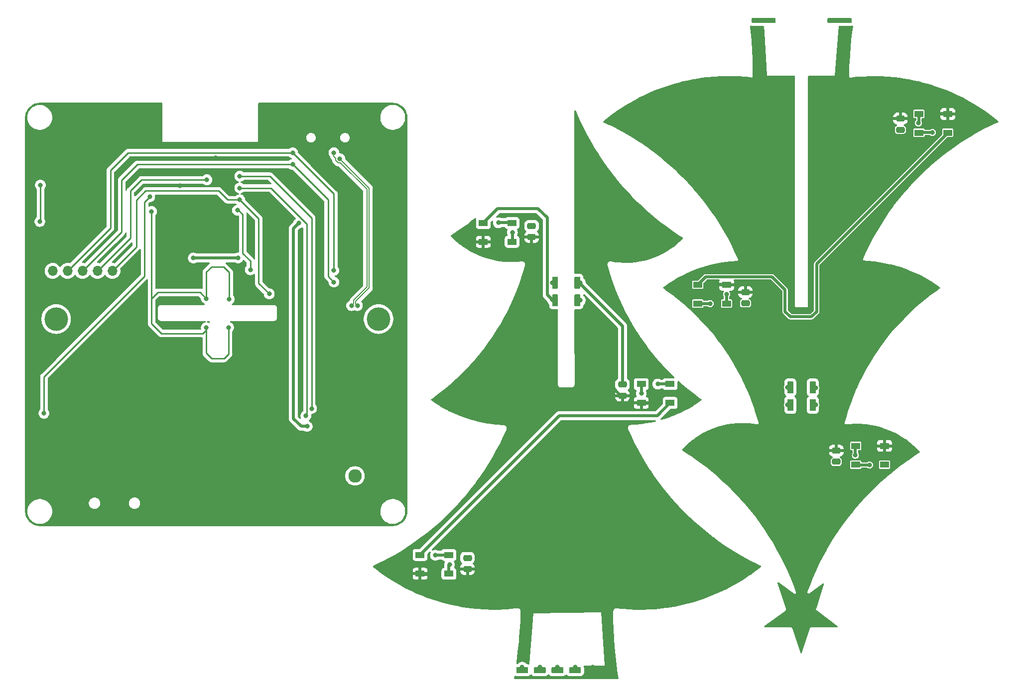
<source format=gbl>
%MOIN*%
%OFA0B0*%
%FSLAX46Y46*%
%IPPOS*%
%LPD*%
%AMRoundRect0*
4,1,4,
0.07874015748031496,0.11811023622047245,
0.15748031496062992,0.19685039370078741,
0.23622047244094491,0.27559055118110237,
0.31496062992125984,0.35433070866141736,
0.07874015748031496,0.11811023622047245,
0*
1,1,$1,$2,$3*
1,1,$1,$2,$3*
1,1,$1,$2,$3*
1,1,$1,$2,$3*
20,1,$1,$2,$3,$4,$5,0*
20,1,$1,$2,$3,$4,$5,0*
20,1,$1,$2,$3,$4,$5,0*
20,1,$1,$2,$3,$4,$5,0*%
%AMCOMP490*
4,1,3,
-0.018700787401574805,0.00984251968503937,
-0.018700787401574805,-0.00984251968503937,
0.018700787401574805,-0.00984251968503937,
0.018700787401574805,0.00984251968503937,
0*
4,1,19,
-0.018700787401574805,0.01968503937007874,
-0.015659281551427682,0.019203312168259386,
-0.012915499485310303,0.017805285377706176,
-0.010738021708907997,0.015627807601303872,
-0.0093399949183547871,0.012884025535186491,
-0.0088582677165354329,0.00984251968503937,
-0.0093399949183547871,0.0068010138348922507,
-0.010738021708907997,0.0040572317687748724,
-0.012915499485310301,0.0018797539923725657,
-0.015659281551427682,0.00048172720181935506,
-0.0187007874015748,0,
-0.021742293251721927,0.00048172720181935506,
-0.0244860753178393,0.0018797539923725635,
-0.026663553094241611,0.00405723176877487,
-0.02806157988479482,0.0068010138348922489,
-0.028543307086614175,0.0098425196850393682,
-0.02806157988479482,0.012884025535186489,
-0.026663553094241611,0.015627807601303868,
-0.024486075317839306,0.017805285377706176,
-0.021742293251721924,0.019203312168259386,
0*
4,1,19,
-0.018700787401574805,0,
-0.015659281551427682,-0.00048172720181935506,
-0.012915499485310303,-0.0018797539923725646,
-0.010738021708907997,-0.0040572317687748707,
-0.0093399949183547871,-0.00680101383489225,
-0.0088582677165354329,-0.00984251968503937,
-0.0093399949183547871,-0.012884025535186491,
-0.010738021708907997,-0.015627807601303868,
-0.012915499485310301,-0.017805285377706176,
-0.015659281551427682,-0.019203312168259386,
-0.0187007874015748,-0.01968503937007874,
-0.021742293251721927,-0.019203312168259386,
-0.0244860753178393,-0.017805285377706176,
-0.026663553094241611,-0.015627807601303872,
-0.02806157988479482,-0.012884025535186491,
-0.028543307086614175,-0.0098425196850393734,
-0.02806157988479482,-0.0068010138348922524,
-0.026663553094241611,-0.0040572317687748733,
-0.024486075317839306,-0.0018797539923725657,
-0.021742293251721924,-0.00048172720181935506,
0*
4,1,19,
0.018700787401574805,0,
0.021742293251721924,-0.00048172720181935506,
0.0244860753178393,-0.0018797539923725646,
0.026663553094241611,-0.0040572317687748707,
0.02806157988479482,-0.00680101383489225,
0.028543307086614175,-0.00984251968503937,
0.02806157988479482,-0.012884025535186491,
0.026663553094241611,-0.015627807601303868,
0.024486075317839306,-0.017805285377706176,
0.021742293251721924,-0.019203312168259386,
0.018700787401574805,-0.01968503937007874,
0.015659281551427682,-0.019203312168259386,
0.012915499485310306,-0.017805285377706176,
0.010738021708907997,-0.015627807601303872,
0.0093399949183547871,-0.012884025535186491,
0.0088582677165354329,-0.0098425196850393734,
0.0093399949183547871,-0.0068010138348922524,
0.010738021708907997,-0.0040572317687748733,
0.012915499485310301,-0.0018797539923725657,
0.015659281551427682,-0.00048172720181935506,
0*
4,1,19,
0.018700787401574805,0.01968503937007874,
0.021742293251721924,0.019203312168259386,
0.0244860753178393,0.017805285377706176,
0.026663553094241611,0.015627807601303872,
0.02806157988479482,0.012884025535186491,
0.028543307086614175,0.00984251968503937,
0.02806157988479482,0.0068010138348922507,
0.026663553094241611,0.0040572317687748724,
0.024486075317839306,0.0018797539923725657,
0.021742293251721924,0.00048172720181935506,
0.018700787401574805,0,
0.015659281551427682,0.00048172720181935506,
0.012915499485310306,0.0018797539923725635,
0.010738021708907997,0.00405723176877487,
0.0093399949183547871,0.0068010138348922489,
0.0088582677165354329,0.0098425196850393682,
0.0093399949183547871,0.012884025535186489,
0.010738021708907997,0.015627807601303868,
0.012915499485310301,0.017805285377706176,
0.015659281551427682,0.019203312168259386,
0*
4,1,3,
-0.028543307086614175,0.00984251968503937,
-0.0088582677165354329,0.00984251968503937,
-0.0088582677165354329,-0.00984251968503937,
-0.028543307086614175,-0.00984251968503937,
0*
4,1,3,
-0.018700787401574805,-0.01968503937007874,
-0.018700787401574805,0,
0.018700787401574805,0,
0.018700787401574805,-0.01968503937007874,
0*
4,1,3,
0.028543307086614175,-0.00984251968503937,
0.0088582677165354329,-0.00984251968503937,
0.0088582677165354329,0.00984251968503937,
0.028543307086614175,0.00984251968503937,
0*
4,1,3,
0.018700787401574805,0.01968503937007874,
0.018700787401574805,0,
-0.018700787401574805,0,
-0.018700787401574805,0.01968503937007874,
0*%
%AMRoundRect1*
4,1,4,
-0.078740157480314987,-0.11811023622047243,
-0.15748031496062997,-0.19685039370078738,
-0.23622047244094493,-0.27559055118110232,
-0.31496062992125995,-0.35433070866141725,
-0.078740157480314987,-0.11811023622047243,
0*
1,1,$1,$2,$3*
1,1,$1,$2,$3*
1,1,$1,$2,$3*
1,1,$1,$2,$3*
20,1,$1,$2,$3,$4,$5,180*
20,1,$1,$2,$3,$4,$5,180*
20,1,$1,$2,$3,$4,$5,180*
20,1,$1,$2,$3,$4,$5,180*%
%AMCOMP550*
4,1,3,
0.0187007874015748,-0.0098425196850393734,
0.018700787401574805,0.0098425196850393682,
-0.0187007874015748,0.0098425196850393734,
-0.018700787401574805,-0.0098425196850393682,
0*
4,1,19,
0.0187007874015748,-0.019685039370078747,
0.015659281551427682,-0.019203312168259389,
0.012915499485310301,-0.017805285377706179,
0.010738021708907995,-0.015627807601303872,
0.0093399949183547871,-0.012884025535186494,
0.0088582677165354312,-0.00984251968503937,
0.0093399949183547853,-0.0068010138348922524,
0.010738021708907997,-0.0040572317687748733,
0.012915499485310301,-0.0018797539923725672,
0.015659281551427682,-0.00048172720181935695,
0.0187007874015748,-0.0000000000000000022901103073449965,
0.021742293251721927,-0.00048172720181935771,
0.0244860753178393,-0.0018797539923725666,
0.026663553094241611,-0.0040572317687748733,
0.02806157988479482,-0.0068010138348922524,
0.028543307086614175,-0.0098425196850393734,
0.02806157988479482,-0.012884025535186494,
0.026663553094241611,-0.015627807601303872,
0.024486075317839306,-0.017805285377706179,
0.02174229325172192,-0.019203312168259389,
0*
4,1,19,
0.018700787401574805,-0.0000000000000000022901103073449965,
0.015659281551427682,0.0004817272018193531,
0.012915499485310303,0.0018797539923725629,
0.010738021708907997,0.00405723176877487,
0.0093399949183547888,0.0068010138348922489,
0.0088582677165354329,0.0098425196850393682,
0.0093399949183547871,0.012884025535186489,
0.010738021708907999,0.015627807601303865,
0.012915499485310303,0.017805285377706176,
0.015659281551427685,0.019203312168259386,
0.018700787401574805,0.01968503937007874,
0.021742293251721934,0.019203312168259386,
0.0244860753178393,0.017805285377706176,
0.026663553094241611,0.015627807601303872,
0.02806157988479482,0.012884025535186487,
0.028543307086614175,0.00984251968503937,
0.02806157988479482,0.0068010138348922489,
0.026663553094241611,0.00405723176877487,
0.024486075317839306,0.0018797539923725627,
0.021742293251721924,0.00048172720181935234,
0*
4,1,19,
-0.018700787401574805,0.0000000000000000022901103073449965,
-0.021742293251721924,0.00048172720181935771,
-0.0244860753178393,0.0018797539923725677,
-0.026663553094241611,0.0040572317687748742,
-0.02806157988479482,0.0068010138348922533,
-0.028543307086614175,0.0098425196850393734,
-0.02806157988479482,0.012884025535186496,
-0.026663553094241611,0.015627807601303872,
-0.024486075317839306,0.017805285377706179,
-0.02174229325172192,0.019203312168259389,
-0.018700787401574805,0.019685039370078747,
-0.015659281551427678,0.019203312168259389,
-0.012915499485310303,0.017805285377706179,
-0.010738021708907995,0.015627807601303875,
-0.0093399949183547871,0.012884025535186494,
-0.0088582677165354312,0.0098425196850393734,
-0.0093399949183547853,0.0068010138348922533,
-0.010738021708907997,0.0040572317687748742,
-0.012915499485310301,0.0018797539923725672,
-0.015659281551427682,0.00048172720181935695,
0*
4,1,19,
-0.018700787401574805,-0.01968503937007874,
-0.021742293251721927,-0.019203312168259386,
-0.0244860753178393,-0.017805285377706176,
-0.026663553094241611,-0.015627807601303868,
-0.02806157988479482,-0.012884025535186487,
-0.028543307086614175,-0.0098425196850393682,
-0.02806157988479482,-0.0068010138348922481,
-0.026663553094241611,-0.004057231768774869,
-0.024486075317839306,-0.0018797539923725627,
-0.021742293251721924,-0.00048172720181935234,
-0.018700787401574805,0.0000000000000000022901103073449973,
-0.015659281551427682,-0.0004817272018193531,
-0.012915499485310306,-0.0018797539923725618,
-0.010738021708907997,-0.004057231768774869,
-0.0093399949183547888,-0.0068010138348922481,
-0.0088582677165354329,-0.0098425196850393682,
-0.0093399949183547871,-0.012884025535186487,
-0.010738021708907999,-0.015627807601303865,
-0.012915499485310303,-0.017805285377706176,
-0.015659281551427682,-0.019203312168259386,
0*
4,1,3,
0.028543307086614175,-0.0098425196850393751,
0.0088582677165354312,-0.00984251968503937,
0.0088582677165354329,0.00984251968503937,
0.028543307086614175,0.0098425196850393665,
0*
4,1,3,
0.018700787401574805,0.01968503937007874,
0.018700787401574805,-0.0000000000000000022901103073449965,
-0.018700787401574805,0.0000000000000000022901103073449965,
-0.0187007874015748,0.019685039370078747,
0*
4,1,3,
-0.028543307086614175,0.0098425196850393751,
-0.0088582677165354312,0.00984251968503937,
-0.0088582677165354329,-0.00984251968503937,
-0.028543307086614175,-0.0098425196850393665,
0*
4,1,3,
-0.018700787401574805,-0.01968503937007874,
-0.018700787401574805,0.0000000000000000022901103073449965,
0.018700787401574805,-0.0000000000000000022901103073449965,
0.0187007874015748,-0.019685039370078747,
0*%
%ADD10O,0.03937007874015748X0.086614173228346469*%
%ADD11R,0.066929133858267723X0.066929133858267723*%
%ADD12O,0.066929133858267723X0.066929133858267723*%
%ADD13C,0.090000000000000011*%
%ADD14C,0.15748031496062992*%
%ADD15C,0.031496062992125991*%
%ADD16C,0.01968503937007874*%
%ADD17C,0.00984251968503937*%
%ADD18C,0.0078740157480314977*%
%ADD29R,0.059055118110236227X0.03937007874015748*%
%AMCOMP65*
4,1,3,
-0.018700787401574805,0.00984251968503937,
-0.018700787401574805,-0.00984251968503937,
0.018700787401574805,-0.00984251968503937,
0.018700787401574805,0.00984251968503937,
0*
4,1,19,
-0.018700787401574805,0.01968503937007874,
-0.015659281551427682,0.019203312168259386,
-0.012915499485310303,0.017805285377706176,
-0.010738021708907997,0.015627807601303872,
-0.0093399949183547871,0.012884025535186491,
-0.0088582677165354329,0.00984251968503937,
-0.0093399949183547871,0.0068010138348922507,
-0.010738021708907997,0.0040572317687748724,
-0.012915499485310301,0.0018797539923725657,
-0.015659281551427682,0.00048172720181935506,
-0.0187007874015748,0,
-0.021742293251721927,0.00048172720181935506,
-0.0244860753178393,0.0018797539923725635,
-0.026663553094241611,0.00405723176877487,
-0.02806157988479482,0.0068010138348922489,
-0.028543307086614175,0.0098425196850393682,
-0.02806157988479482,0.012884025535186489,
-0.026663553094241611,0.015627807601303868,
-0.024486075317839306,0.017805285377706176,
-0.021742293251721924,0.019203312168259386,
0*
4,1,19,
-0.018700787401574805,0,
-0.015659281551427682,-0.00048172720181935506,
-0.012915499485310303,-0.0018797539923725646,
-0.010738021708907997,-0.0040572317687748707,
-0.0093399949183547871,-0.00680101383489225,
-0.0088582677165354329,-0.00984251968503937,
-0.0093399949183547871,-0.012884025535186491,
-0.010738021708907997,-0.015627807601303868,
-0.012915499485310301,-0.017805285377706176,
-0.015659281551427682,-0.019203312168259386,
-0.0187007874015748,-0.01968503937007874,
-0.021742293251721927,-0.019203312168259386,
-0.0244860753178393,-0.017805285377706176,
-0.026663553094241611,-0.015627807601303872,
-0.02806157988479482,-0.012884025535186491,
-0.028543307086614175,-0.0098425196850393734,
-0.02806157988479482,-0.0068010138348922524,
-0.026663553094241611,-0.0040572317687748733,
-0.024486075317839306,-0.0018797539923725657,
-0.021742293251721924,-0.00048172720181935506,
0*
4,1,19,
0.018700787401574805,0,
0.021742293251721924,-0.00048172720181935506,
0.0244860753178393,-0.0018797539923725646,
0.026663553094241611,-0.0040572317687748707,
0.02806157988479482,-0.00680101383489225,
0.028543307086614175,-0.00984251968503937,
0.02806157988479482,-0.012884025535186491,
0.026663553094241611,-0.015627807601303868,
0.024486075317839306,-0.017805285377706176,
0.021742293251721924,-0.019203312168259386,
0.018700787401574805,-0.01968503937007874,
0.015659281551427682,-0.019203312168259386,
0.012915499485310306,-0.017805285377706176,
0.010738021708907997,-0.015627807601303872,
0.0093399949183547871,-0.012884025535186491,
0.0088582677165354329,-0.0098425196850393734,
0.0093399949183547871,-0.0068010138348922524,
0.010738021708907997,-0.0040572317687748733,
0.012915499485310301,-0.0018797539923725657,
0.015659281551427682,-0.00048172720181935506,
0*
4,1,19,
0.018700787401574805,0.01968503937007874,
0.021742293251721924,0.019203312168259386,
0.0244860753178393,0.017805285377706176,
0.026663553094241611,0.015627807601303872,
0.02806157988479482,0.012884025535186491,
0.028543307086614175,0.00984251968503937,
0.02806157988479482,0.0068010138348922507,
0.026663553094241611,0.0040572317687748724,
0.024486075317839306,0.0018797539923725657,
0.021742293251721924,0.00048172720181935506,
0.018700787401574805,0,
0.015659281551427682,0.00048172720181935506,
0.012915499485310306,0.0018797539923725635,
0.010738021708907997,0.00405723176877487,
0.0093399949183547871,0.0068010138348922489,
0.0088582677165354329,0.0098425196850393682,
0.0093399949183547871,0.012884025535186489,
0.010738021708907997,0.015627807601303868,
0.012915499485310301,0.017805285377706176,
0.015659281551427682,0.019203312168259386,
0*
4,1,3,
-0.028543307086614175,0.00984251968503937,
-0.0088582677165354329,0.00984251968503937,
-0.0088582677165354329,-0.00984251968503937,
-0.028543307086614175,-0.00984251968503937,
0*
4,1,3,
-0.018700787401574805,-0.01968503937007874,
-0.018700787401574805,0,
0.018700787401574805,0,
0.018700787401574805,-0.01968503937007874,
0*
4,1,3,
0.028543307086614175,-0.00984251968503937,
0.0088582677165354329,-0.00984251968503937,
0.0088582677165354329,0.00984251968503937,
0.028543307086614175,0.00984251968503937,
0*
4,1,3,
0.018700787401574805,0.01968503937007874,
0.018700787401574805,0,
-0.018700787401574805,0,
-0.018700787401574805,0.01968503937007874,
0*%
%ADD30COMP65,0.25X-0.475X0.25X-0.475X-0.25X0.475X-0.25X0.475X0.25X0*%
%ADD31C,0.031496062992125991*%
%ADD32C,0.01968503937007874*%
%ADD33R,0.059055118110236227X0.03937007874015748*%
%AMCOMP71*
4,1,3,
0.0187007874015748,-0.0098425196850393734,
0.018700787401574805,0.0098425196850393682,
-0.0187007874015748,0.0098425196850393734,
-0.018700787401574805,-0.0098425196850393682,
0*
4,1,19,
0.0187007874015748,-0.019685039370078747,
0.015659281551427682,-0.019203312168259389,
0.012915499485310301,-0.017805285377706179,
0.010738021708907995,-0.015627807601303872,
0.0093399949183547871,-0.012884025535186494,
0.0088582677165354312,-0.00984251968503937,
0.0093399949183547853,-0.0068010138348922524,
0.010738021708907997,-0.0040572317687748733,
0.012915499485310301,-0.0018797539923725672,
0.015659281551427682,-0.00048172720181935695,
0.0187007874015748,-0.0000000000000000022901103073449965,
0.021742293251721927,-0.00048172720181935771,
0.0244860753178393,-0.0018797539923725666,
0.026663553094241611,-0.0040572317687748733,
0.02806157988479482,-0.0068010138348922524,
0.028543307086614175,-0.0098425196850393734,
0.02806157988479482,-0.012884025535186494,
0.026663553094241611,-0.015627807601303872,
0.024486075317839306,-0.017805285377706179,
0.02174229325172192,-0.019203312168259389,
0*
4,1,19,
0.018700787401574805,-0.0000000000000000022901103073449965,
0.015659281551427682,0.0004817272018193531,
0.012915499485310303,0.0018797539923725629,
0.010738021708907997,0.00405723176877487,
0.0093399949183547888,0.0068010138348922489,
0.0088582677165354329,0.0098425196850393682,
0.0093399949183547871,0.012884025535186489,
0.010738021708907999,0.015627807601303865,
0.012915499485310303,0.017805285377706176,
0.015659281551427685,0.019203312168259386,
0.018700787401574805,0.01968503937007874,
0.021742293251721934,0.019203312168259386,
0.0244860753178393,0.017805285377706176,
0.026663553094241611,0.015627807601303872,
0.02806157988479482,0.012884025535186487,
0.028543307086614175,0.00984251968503937,
0.02806157988479482,0.0068010138348922489,
0.026663553094241611,0.00405723176877487,
0.024486075317839306,0.0018797539923725627,
0.021742293251721924,0.00048172720181935234,
0*
4,1,19,
-0.018700787401574805,0.0000000000000000022901103073449965,
-0.021742293251721924,0.00048172720181935771,
-0.0244860753178393,0.0018797539923725677,
-0.026663553094241611,0.0040572317687748742,
-0.02806157988479482,0.0068010138348922533,
-0.028543307086614175,0.0098425196850393734,
-0.02806157988479482,0.012884025535186496,
-0.026663553094241611,0.015627807601303872,
-0.024486075317839306,0.017805285377706179,
-0.02174229325172192,0.019203312168259389,
-0.018700787401574805,0.019685039370078747,
-0.015659281551427678,0.019203312168259389,
-0.012915499485310303,0.017805285377706179,
-0.010738021708907995,0.015627807601303875,
-0.0093399949183547871,0.012884025535186494,
-0.0088582677165354312,0.0098425196850393734,
-0.0093399949183547853,0.0068010138348922533,
-0.010738021708907997,0.0040572317687748742,
-0.012915499485310301,0.0018797539923725672,
-0.015659281551427682,0.00048172720181935695,
0*
4,1,19,
-0.018700787401574805,-0.01968503937007874,
-0.021742293251721927,-0.019203312168259386,
-0.0244860753178393,-0.017805285377706176,
-0.026663553094241611,-0.015627807601303868,
-0.02806157988479482,-0.012884025535186487,
-0.028543307086614175,-0.0098425196850393682,
-0.02806157988479482,-0.0068010138348922481,
-0.026663553094241611,-0.004057231768774869,
-0.024486075317839306,-0.0018797539923725627,
-0.021742293251721924,-0.00048172720181935234,
-0.018700787401574805,0.0000000000000000022901103073449973,
-0.015659281551427682,-0.0004817272018193531,
-0.012915499485310306,-0.0018797539923725618,
-0.010738021708907997,-0.004057231768774869,
-0.0093399949183547888,-0.0068010138348922481,
-0.0088582677165354329,-0.0098425196850393682,
-0.0093399949183547871,-0.012884025535186487,
-0.010738021708907999,-0.015627807601303865,
-0.012915499485310303,-0.017805285377706176,
-0.015659281551427682,-0.019203312168259386,
0*
4,1,3,
0.028543307086614175,-0.0098425196850393751,
0.0088582677165354312,-0.00984251968503937,
0.0088582677165354329,0.00984251968503937,
0.028543307086614175,0.0098425196850393665,
0*
4,1,3,
0.018700787401574805,0.01968503937007874,
0.018700787401574805,-0.0000000000000000022901103073449965,
-0.018700787401574805,0.0000000000000000022901103073449965,
-0.0187007874015748,0.019685039370078747,
0*
4,1,3,
-0.028543307086614175,0.0098425196850393751,
-0.0088582677165354312,0.00984251968503937,
-0.0088582677165354329,-0.00984251968503937,
-0.028543307086614175,-0.0098425196850393665,
0*
4,1,3,
-0.018700787401574805,-0.01968503937007874,
-0.018700787401574805,0.0000000000000000022901103073449965,
0.018700787401574805,-0.0000000000000000022901103073449965,
0.0187007874015748,-0.019685039370078747,
0*%
%ADD34COMP71,0.25X-0.475X0.25X-0.475X-0.25X0.475X-0.25X0.475X0.25X0*%
%ADD35C,0.031496062992125991*%
%ADD36C,0.01968503937007874*%
G01*
D10*
X-0001771653Y-0003110236D02*
X0002491142Y0003780787D03*
X0002491535Y0003620642D03*
X0002942219Y0003620642D03*
X0002941535Y0003788976D03*
D11*
X0001374015Y0002751968D03*
D12*
X0001274015Y0002751968D03*
X0001174015Y0002751968D03*
X0001074015Y0002751968D03*
X0000974015Y0002751968D03*
X0000874015Y0002751968D03*
D13*
X0002396850Y0001379527D03*
X0002896850Y0001379527D03*
D14*
X0000896850Y0002429527D03*
X0003054330Y0002429527D03*
D15*
X0001724015Y0003322440D03*
X0001964173Y0003507480D03*
X0002322834Y0002992125D03*
X0002757086Y0002440157D03*
X0001287401Y0002094488D03*
X0003007874Y0003500000D03*
X0000980314Y0003086614D03*
X0002913385Y0002637795D03*
X0001732283Y0001968503D03*
X0002862204Y0003051181D03*
X0001035433Y0002161417D03*
X0001185039Y0003307086D03*
X0001732283Y0002086614D03*
X0002874015Y0002637795D03*
X0002913385Y0002677165D03*
X0001377952Y0002251968D03*
X0002854330Y0003291338D03*
X0002874015Y0002677165D03*
X0002879921Y0002301968D03*
X0003112598Y0002576771D03*
X0000980314Y0003322834D03*
X0002453917Y0001702913D03*
X0002519685Y0003070866D03*
X0001814960Y0002838582D03*
X0002114173Y0002838582D03*
X0002577263Y0001711122D03*
X0002110236Y0003157480D03*
X0002196850Y0002759842D03*
X0001905511Y0003362204D03*
X0002874015Y0002519685D03*
X0002755905Y0003543307D03*
X0002795275Y0003503937D03*
X0002913385Y0002519685D03*
X0002125984Y0003228346D03*
X0002322834Y0002598425D03*
X0002755905Y0002755905D03*
X0002480314Y0003543307D03*
X0002480314Y0003464566D03*
X0002755905Y0002677165D03*
X0000791338Y0003326771D03*
X0000787401Y0003082677D03*
X0002125984Y0003307086D03*
X0002568110Y0001781653D03*
X0002606299Y0001830708D03*
X0002125984Y0003385826D03*
X0001535433Y0003149606D03*
X0002055118Y0002562992D03*
X0001901574Y0002566929D03*
X0001901574Y0002372047D03*
X0002051181Y0002374015D03*
X0000814960Y0001799212D03*
X0001523622Y0003248031D03*
D16*
X0002484251Y0001763779D02*
X0002484251Y0003035433D01*
X0002114173Y0002838582D02*
X0001814960Y0002838582D01*
X0002484251Y0003035433D02*
X0002519685Y0003070866D01*
X0002536909Y0001711122D02*
X0002484251Y0001763779D01*
X0002577263Y0001711122D02*
X0002536909Y0001711122D01*
D17*
X0002110236Y0003157480D02*
X0002118110Y0003157480D01*
X0001393700Y0003287401D02*
X0001393700Y0002971653D01*
X0002145669Y0003129921D02*
X0002145669Y0002870078D01*
X0002145669Y0002870078D02*
X0002196850Y0002818897D01*
X0002118110Y0003157480D02*
X0002145669Y0003129921D01*
X0002196850Y0002818897D02*
X0002196850Y0002759842D01*
X0001468503Y0003362204D02*
X0001393700Y0003287401D01*
X0001393700Y0002971653D02*
X0001174015Y0002751968D01*
X0001905511Y0003362204D02*
X0001468503Y0003362204D01*
D18*
X0002783860Y0003476377D02*
X0002767716Y0003492521D01*
X0002874015Y0002519685D02*
X0002886811Y0002532480D01*
X0002976377Y0002644318D02*
X0002976377Y0003297779D01*
X0002886811Y0002554751D02*
X0002976377Y0002644318D01*
X0002767716Y0003492521D02*
X0002767716Y0003506441D01*
X0002755905Y0003518252D02*
X0002755905Y0003543307D01*
X0002767716Y0003506441D02*
X0002755905Y0003518252D01*
X0002976377Y0003297779D02*
X0002797779Y0003476377D01*
X0002797779Y0003476377D02*
X0002783860Y0003476377D01*
X0002886811Y0002532480D02*
X0002886811Y0002554751D01*
X0002902559Y0002530511D02*
X0002902559Y0002548228D01*
X0002992125Y0002637795D02*
X0002992125Y0003307086D01*
X0002992125Y0003307086D02*
X0002795275Y0003503937D01*
X0002913385Y0002519685D02*
X0002902559Y0002530511D01*
X0002902559Y0002548228D02*
X0002992125Y0002637795D01*
D17*
X0001496062Y0003287401D02*
X0001984251Y0003287401D01*
X0001984251Y0003287401D02*
X0002043307Y0003228346D01*
X0002125984Y0003228346D02*
X0002251968Y0003102362D01*
X0001274015Y0002751968D02*
X0001433070Y0002911023D01*
X0002251968Y0002669291D02*
X0002322834Y0002598425D01*
X0002251968Y0003102362D02*
X0002251968Y0002669291D01*
X0001433070Y0002911023D02*
X0001433070Y0003224409D01*
X0002043307Y0003228346D02*
X0002125984Y0003228346D01*
X0001433070Y0003224409D02*
X0001496062Y0003287401D01*
X0002755905Y0003267716D02*
X0002480314Y0003543307D01*
X0001377952Y0003543307D02*
X0002480314Y0003543307D01*
X0001259842Y0003037795D02*
X0001259842Y0003425196D01*
X0002755905Y0002755905D02*
X0002755905Y0003267716D01*
X0001259842Y0003425196D02*
X0001377952Y0003543307D01*
X0000974015Y0002751968D02*
X0001259842Y0003037795D01*
X0001274803Y0002952755D02*
X0001275590Y0002952755D01*
X0001074015Y0002751968D02*
X0001274803Y0002952755D01*
X0001275590Y0002952755D02*
X0001334645Y0003011811D01*
X0001440944Y0003464566D02*
X0002480314Y0003464566D01*
X0002716535Y0003228346D02*
X0002716535Y0002716535D01*
X0001334645Y0003011811D02*
X0001334645Y0003358267D01*
X0001334645Y0003358267D02*
X0001440944Y0003464566D01*
X0002716535Y0002716535D02*
X0002755905Y0002677165D01*
X0002480314Y0003464566D02*
X0002716535Y0003228346D01*
X0000791338Y0003086614D02*
X0000787401Y0003082677D01*
X0000791338Y0003326771D02*
X0000791338Y0003086614D01*
X0002568110Y0001781653D02*
X0002574803Y0001788346D01*
X0002574803Y0003066929D02*
X0002334645Y0003307086D01*
X0002334645Y0003307086D02*
X0002125984Y0003307086D01*
X0002574803Y0001788346D02*
X0002574803Y0003066929D01*
X0002326771Y0003385826D02*
X0002125984Y0003385826D01*
X0002606299Y0001830708D02*
X0002606299Y0003106299D01*
X0002606299Y0003106299D02*
X0002326771Y0003385826D01*
X0002055118Y0002742125D02*
X0002055118Y0002562992D01*
X0002019685Y0002165354D02*
X0001937007Y0002165354D01*
X0002051181Y0002374015D02*
X0002051181Y0002196850D01*
X0001901574Y0002372047D02*
X0001901574Y0002356299D01*
X0001535433Y0002566929D02*
X0001535433Y0003149606D01*
X0001602362Y0002332677D02*
X0001535433Y0002399606D01*
X0002017716Y0002779527D02*
X0002055118Y0002742125D01*
X0001901574Y0002200787D02*
X0001901574Y0002372047D01*
X0001860236Y0002608267D02*
X0001576771Y0002608267D01*
X0001901574Y0002566929D02*
X0001860236Y0002608267D01*
X0002051181Y0002196850D02*
X0002019685Y0002165354D01*
X0001901574Y0002566929D02*
X0001901574Y0002744094D01*
X0001937007Y0002779527D02*
X0002017716Y0002779527D01*
X0001576771Y0002608267D02*
X0001535433Y0002566929D01*
X0001901574Y0002744094D02*
X0001937007Y0002779527D01*
X0001875984Y0002332677D02*
X0001602362Y0002332677D01*
X0001535433Y0002399606D02*
X0001535433Y0002566929D01*
X0001937007Y0002165354D02*
X0001901574Y0002200787D01*
X0001901574Y0002356299D02*
X0001877952Y0002332677D01*
X0001488188Y0003212598D02*
X0001488188Y0002716535D01*
X0001488188Y0002716535D02*
X0000814960Y0002043307D01*
X0001523622Y0003248031D02*
X0001488188Y0003212598D01*
X0000814960Y0002043307D02*
X0000814960Y0001799212D01*
G36*
X0000689370Y0003778347D02*
G01*
X0000689461Y0003778931D01*
X0000689461Y0003778931D01*
X0000689515Y0003779280D01*
X0000689426Y0003779957D01*
X0000689394Y0003780900D01*
X0000690008Y0003791051D01*
X0000690080Y0003791646D01*
X0000690599Y0003794479D01*
X0000692107Y0003802707D01*
X0000692250Y0003803288D01*
X0000695596Y0003814024D01*
X0000695808Y0003814584D01*
X0000699667Y0003823158D01*
X0000700423Y0003824838D01*
X0000700701Y0003825369D01*
X0000706519Y0003834992D01*
X0000706859Y0003835485D01*
X0000713794Y0003844337D01*
X0000714191Y0003844785D01*
X0000722143Y0003852737D01*
X0000722591Y0003853134D01*
X0000723406Y0003853772D01*
X0000731443Y0003860069D01*
X0000731936Y0003860409D01*
X0000741559Y0003866227D01*
X0000742090Y0003866505D01*
X0000752344Y0003871120D01*
X0000752904Y0003871332D01*
X0000760086Y0003873571D01*
X0000763640Y0003874678D01*
X0000764222Y0003874821D01*
X0000770269Y0003875930D01*
X0000775282Y0003876848D01*
X0000775877Y0003876921D01*
X0000785744Y0003877517D01*
X0000786799Y0003877468D01*
X0000786805Y0003877468D01*
X0000787154Y0003877413D01*
X0000787504Y0003877459D01*
X0000787505Y0003877459D01*
X0000788396Y0003877576D01*
X0000789040Y0003877618D01*
X0001604488Y0003877618D01*
X0001607170Y0003876830D01*
X0001609000Y0003874718D01*
X0001609448Y0003872657D01*
X0001609448Y0003614173D01*
X0002248818Y0003614173D01*
X0002248818Y0003872657D01*
X0002249606Y0003875339D01*
X0002251718Y0003877169D01*
X0002253779Y0003877618D01*
X0003147662Y0003877618D01*
X0003148425Y0003877559D01*
X0003149009Y0003877468D01*
X0003149010Y0003877468D01*
X0003149359Y0003877413D01*
X0003150036Y0003877502D01*
X0003150978Y0003877535D01*
X0003161130Y0003876921D01*
X0003161724Y0003876848D01*
X0003172785Y0003874821D01*
X0003173367Y0003874678D01*
X0003176969Y0003873555D01*
X0003184103Y0003871333D01*
X0003184663Y0003871120D01*
X0003194917Y0003866505D01*
X0003195447Y0003866227D01*
X0003205071Y0003860409D01*
X0003205564Y0003860069D01*
X0003212948Y0003854284D01*
X0003213717Y0003853681D01*
X0003214416Y0003853134D01*
X0003214864Y0003852737D01*
X0003222815Y0003844785D01*
X0003223213Y0003844337D01*
X0003230148Y0003835485D01*
X0003230488Y0003834992D01*
X0003236305Y0003825369D01*
X0003236584Y0003824838D01*
X0003241199Y0003814584D01*
X0003241411Y0003814024D01*
X0003244757Y0003803288D01*
X0003244900Y0003802707D01*
X0003246408Y0003794479D01*
X0003246927Y0003791646D01*
X0003246999Y0003791051D01*
X0003247596Y0003781184D01*
X0003247546Y0003780129D01*
X0003247546Y0003780123D01*
X0003247492Y0003779774D01*
X0003247538Y0003779424D01*
X0003247538Y0003779424D01*
X0003247613Y0003778846D01*
X0003247654Y0003778532D01*
X0003247696Y0003777888D01*
X0003247696Y0001143675D01*
X0003247637Y0001142912D01*
X0003247546Y0001142328D01*
X0003247546Y0001142328D01*
X0003247492Y0001141979D01*
X0003247581Y0001141302D01*
X0003247613Y0001140359D01*
X0003246999Y0001130208D01*
X0003246927Y0001129613D01*
X0003246408Y0001126780D01*
X0003244900Y0001118552D01*
X0003244757Y0001117971D01*
X0003241411Y0001107234D01*
X0003241199Y0001106675D01*
X0003236584Y0001096420D01*
X0003236305Y0001095890D01*
X0003230488Y0001086267D01*
X0003230148Y0001085774D01*
X0003223213Y0001076922D01*
X0003222815Y0001076473D01*
X0003214864Y0001068522D01*
X0003214416Y0001068125D01*
X0003213717Y0001067577D01*
X0003212948Y0001066975D01*
X0003205564Y0001061190D01*
X0003205071Y0001060850D01*
X0003195447Y0001055032D01*
X0003194917Y0001054754D01*
X0003184663Y0001050139D01*
X0003184103Y0001049926D01*
X0003176969Y0001047703D01*
X0003173367Y0001046581D01*
X0003172785Y0001046437D01*
X0003161724Y0001044410D01*
X0003161130Y0001044338D01*
X0003154830Y0001043957D01*
X0003154830Y0001058690D01*
X0003166052Y0001060167D01*
X0003176969Y0001063154D01*
X0003187380Y0001067595D01*
X0003188155Y0001068058D01*
X0003194917Y0001072105D01*
X0003197092Y0001073407D01*
X0003205926Y0001080484D01*
X0003213717Y0001088694D01*
X0003220322Y0001097886D01*
X0003220401Y0001098035D01*
X0003220401Y0001098035D01*
X0003220854Y0001098892D01*
X0003225618Y0001107889D01*
X0003229508Y0001118518D01*
X0003231919Y0001129577D01*
X0003232008Y0001130702D01*
X0003232610Y0001138357D01*
X0003232610Y0001138357D01*
X0003232618Y0001138454D01*
X0003232618Y0001144577D01*
X0003232612Y0001144661D01*
X0003232612Y0001144662D01*
X0003232053Y0001152856D01*
X0003232053Y0001152856D01*
X0003232042Y0001153024D01*
X0003232008Y0001153189D01*
X0003232008Y0001153189D01*
X0003230333Y0001161277D01*
X0003229747Y0001164107D01*
X0003225968Y0001174777D01*
X0003223028Y0001180474D01*
X0003220854Y0001184685D01*
X0003220854Y0001184685D01*
X0003220777Y0001184835D01*
X0003220680Y0001184972D01*
X0003220680Y0001184973D01*
X0003217523Y0001189465D01*
X0003214269Y0001194095D01*
X0003206564Y0001202386D01*
X0003197805Y0001209555D01*
X0003188155Y0001215469D01*
X0003177791Y0001220018D01*
X0003166905Y0001223119D01*
X0003155700Y0001224714D01*
X0003154998Y0001224718D01*
X0003154830Y0001224719D01*
X0003154830Y0003696485D01*
X0003166052Y0003697963D01*
X0003176969Y0003700949D01*
X0003187380Y0003705390D01*
X0003188155Y0003705854D01*
X0003194917Y0003709901D01*
X0003197092Y0003711203D01*
X0003205926Y0003718280D01*
X0003213717Y0003726490D01*
X0003220322Y0003735681D01*
X0003220401Y0003735831D01*
X0003220401Y0003735831D01*
X0003220854Y0003736687D01*
X0003225618Y0003745684D01*
X0003229508Y0003756313D01*
X0003231919Y0003767372D01*
X0003232008Y0003768497D01*
X0003232610Y0003776152D01*
X0003232610Y0003776153D01*
X0003232618Y0003776249D01*
X0003232618Y0003782372D01*
X0003232612Y0003782456D01*
X0003232612Y0003782457D01*
X0003232053Y0003790651D01*
X0003232053Y0003790651D01*
X0003232042Y0003790819D01*
X0003232008Y0003790985D01*
X0003232008Y0003790985D01*
X0003230333Y0003799072D01*
X0003229747Y0003801903D01*
X0003225968Y0003812572D01*
X0003223028Y0003818269D01*
X0003220854Y0003822480D01*
X0003220854Y0003822480D01*
X0003220777Y0003822630D01*
X0003220680Y0003822768D01*
X0003220680Y0003822768D01*
X0003217523Y0003827260D01*
X0003214269Y0003831890D01*
X0003206564Y0003840181D01*
X0003197805Y0003847350D01*
X0003188155Y0003853264D01*
X0003177791Y0003857814D01*
X0003166905Y0003860915D01*
X0003155700Y0003862509D01*
X0003154998Y0003862513D01*
X0003144550Y0003862568D01*
X0003144550Y0003862568D01*
X0003144381Y0003862569D01*
X0003143925Y0003862509D01*
X0003133327Y0003861113D01*
X0003133160Y0003861091D01*
X0003122242Y0003858105D01*
X0003121266Y0003857688D01*
X0003111987Y0003853730D01*
X0003111987Y0003853730D01*
X0003111831Y0003853664D01*
X0003102119Y0003847851D01*
X0003093286Y0003840775D01*
X0003085495Y0003832564D01*
X0003078890Y0003823373D01*
X0003078435Y0003822513D01*
X0003077951Y0003821600D01*
X0003073594Y0003813370D01*
X0003069704Y0003802741D01*
X0003067293Y0003791682D01*
X0003067196Y0003790460D01*
X0003066602Y0003782902D01*
X0003066602Y0003782901D01*
X0003066594Y0003782805D01*
X0003066594Y0003776682D01*
X0003066600Y0003776598D01*
X0003066600Y0003776597D01*
X0003067158Y0003768403D01*
X0003067158Y0003768403D01*
X0003067170Y0003768235D01*
X0003067204Y0003768070D01*
X0003067204Y0003768070D01*
X0003068317Y0003762693D01*
X0003069465Y0003757151D01*
X0003073243Y0003746482D01*
X0003078435Y0003736424D01*
X0003078531Y0003736286D01*
X0003078532Y0003736286D01*
X0003078811Y0003735889D01*
X0003084943Y0003727164D01*
X0003085495Y0003726570D01*
X0003090758Y0003720906D01*
X0003092648Y0003718873D01*
X0003101406Y0003711704D01*
X0003111057Y0003705790D01*
X0003121421Y0003701240D01*
X0003121583Y0003701194D01*
X0003121583Y0003701194D01*
X0003122087Y0003701051D01*
X0003132306Y0003698140D01*
X0003143512Y0003696545D01*
X0003143681Y0003696544D01*
X0003143681Y0003696544D01*
X0003154662Y0003696486D01*
X0003154830Y0003696485D01*
X0003154830Y0001224719D01*
X0003144550Y0001224772D01*
X0003144550Y0001224772D01*
X0003144381Y0001224773D01*
X0003143925Y0001224713D01*
X0003133327Y0001223318D01*
X0003133160Y0001223296D01*
X0003122242Y0001220309D01*
X0003121266Y0001219893D01*
X0003111987Y0001215935D01*
X0003111987Y0001215935D01*
X0003111831Y0001215869D01*
X0003102119Y0001210056D01*
X0003093286Y0001202979D01*
X0003085495Y0001194769D01*
X0003078890Y0001185578D01*
X0003078435Y0001184718D01*
X0003077951Y0001183805D01*
X0003073594Y0001175575D01*
X0003069704Y0001164945D01*
X0003067293Y0001153887D01*
X0003067196Y0001152664D01*
X0003066602Y0001145106D01*
X0003066602Y0001145106D01*
X0003066594Y0001145010D01*
X0003066594Y0001138886D01*
X0003066600Y0001138802D01*
X0003066600Y0001138802D01*
X0003067158Y0001130608D01*
X0003067158Y0001130608D01*
X0003067170Y0001130439D01*
X0003067204Y0001130274D01*
X0003067204Y0001130274D01*
X0003068317Y0001124898D01*
X0003069465Y0001119356D01*
X0003073243Y0001108687D01*
X0003078435Y0001098629D01*
X0003078531Y0001098491D01*
X0003078532Y0001098491D01*
X0003078811Y0001098094D01*
X0003084943Y0001089369D01*
X0003085495Y0001088775D01*
X0003090758Y0001083111D01*
X0003092648Y0001081077D01*
X0003101406Y0001073908D01*
X0003111057Y0001067994D01*
X0003121421Y0001063445D01*
X0003121583Y0001063399D01*
X0003121583Y0001063399D01*
X0003122087Y0001063255D01*
X0003132306Y0001060344D01*
X0003143512Y0001058749D01*
X0003143681Y0001058749D01*
X0003143681Y0001058749D01*
X0003154662Y0001058691D01*
X0003154830Y0001058690D01*
X0003154830Y0001043957D01*
X0003151408Y0001043750D01*
X0003150480Y0001043799D01*
X0003150480Y0001043792D01*
X0003150289Y0001043809D01*
X0003150100Y0001043841D01*
X0003149606Y0001043847D01*
X0003148518Y0001043691D01*
X0003147815Y0001043641D01*
X0003054330Y0001043641D01*
X0003054330Y0002330572D01*
X0003066733Y0002331352D01*
X0003078939Y0002333681D01*
X0003090758Y0002337521D01*
X0003090899Y0002337587D01*
X0003090899Y0002337587D01*
X0003101861Y0002342746D01*
X0003101861Y0002342746D01*
X0003102002Y0002342812D01*
X0003112495Y0002349471D01*
X0003112615Y0002349570D01*
X0003121583Y0002356990D01*
X0003122070Y0002357392D01*
X0003130576Y0002366451D01*
X0003137881Y0002376504D01*
X0003143867Y0002387394D01*
X0003143925Y0002387538D01*
X0003143925Y0002387539D01*
X0003147815Y0002397364D01*
X0003148442Y0002398948D01*
X0003151533Y0002410985D01*
X0003153090Y0002423314D01*
X0003153090Y0002435740D01*
X0003151533Y0002448069D01*
X0003148442Y0002460106D01*
X0003147815Y0002461690D01*
X0003143925Y0002471515D01*
X0003143925Y0002471516D01*
X0003143867Y0002471660D01*
X0003137881Y0002482550D01*
X0003130576Y0002492603D01*
X0003122070Y0002501662D01*
X0003121583Y0002502065D01*
X0003112615Y0002509484D01*
X0003112495Y0002509583D01*
X0003102002Y0002516242D01*
X0003101861Y0002516308D01*
X0003101861Y0002516309D01*
X0003090899Y0002521467D01*
X0003090899Y0002521467D01*
X0003090758Y0002521533D01*
X0003078939Y0002525373D01*
X0003066733Y0002527702D01*
X0003054330Y0002528482D01*
X0003041928Y0002527702D01*
X0003029721Y0002525373D01*
X0003017902Y0002521533D01*
X0003017761Y0002521467D01*
X0003006799Y0002516309D01*
X0003006799Y0002516308D01*
X0003006658Y0002516242D01*
X0002996166Y0002509583D01*
X0002986591Y0002501662D01*
X0002978084Y0002492603D01*
X0002970780Y0002482550D01*
X0002964793Y0002471660D01*
X0002964736Y0002471516D01*
X0002964736Y0002471515D01*
X0002960275Y0002460250D01*
X0002960275Y0002460250D01*
X0002960218Y0002460106D01*
X0002957128Y0002448069D01*
X0002955570Y0002435740D01*
X0002955570Y0002423314D01*
X0002957128Y0002410985D01*
X0002960218Y0002398948D01*
X0002960275Y0002398804D01*
X0002960275Y0002398804D01*
X0002964736Y0002387539D01*
X0002964736Y0002387538D01*
X0002964793Y0002387394D01*
X0002970780Y0002376504D01*
X0002978084Y0002366451D01*
X0002986591Y0002357392D01*
X0002996166Y0002349471D01*
X0003006658Y0002342812D01*
X0003006799Y0002342746D01*
X0003006799Y0002342746D01*
X0003017761Y0002337587D01*
X0003017902Y0002337521D01*
X0003029721Y0002333681D01*
X0003041928Y0002331352D01*
X0003054330Y0002330572D01*
X0003054330Y0001043641D01*
X0002896850Y0001043641D01*
X0002896850Y0001314306D01*
X0002907053Y0001315109D01*
X0002917004Y0001317498D01*
X0002917184Y0001317573D01*
X0002917184Y0001317573D01*
X0002921110Y0001319199D01*
X0002926460Y0001321415D01*
X0002935186Y0001326762D01*
X0002935334Y0001326889D01*
X0002935334Y0001326889D01*
X0002939919Y0001330805D01*
X0002942968Y0001333409D01*
X0002943094Y0001333557D01*
X0002947484Y0001338697D01*
X0002949615Y0001341191D01*
X0002954962Y0001349917D01*
X0002955037Y0001350097D01*
X0002955037Y0001350097D01*
X0002958804Y0001359193D01*
X0002958879Y0001359373D01*
X0002959696Y0001362777D01*
X0002961222Y0001369135D01*
X0002961222Y0001369135D01*
X0002961268Y0001369324D01*
X0002962071Y0001379527D01*
X0002961268Y0001389730D01*
X0002961222Y0001389919D01*
X0002961222Y0001389919D01*
X0002959696Y0001396277D01*
X0002958879Y0001399681D01*
X0002958804Y0001399861D01*
X0002955037Y0001408957D01*
X0002955037Y0001408957D01*
X0002954962Y0001409137D01*
X0002949615Y0001417863D01*
X0002947484Y0001420357D01*
X0002943094Y0001425497D01*
X0002942968Y0001425645D01*
X0002939919Y0001428249D01*
X0002935334Y0001432165D01*
X0002935334Y0001432165D01*
X0002935186Y0001432292D01*
X0002926460Y0001437639D01*
X0002921110Y0001439855D01*
X0002917184Y0001441481D01*
X0002917184Y0001441481D01*
X0002917004Y0001441556D01*
X0002913385Y0001442424D01*
X0002913385Y0002483720D01*
X0002920863Y0002484506D01*
X0002928014Y0002486829D01*
X0002934525Y0002490588D01*
X0002934718Y0002490762D01*
X0002934718Y0002490762D01*
X0002938295Y0002493983D01*
X0002940112Y0002495619D01*
X0002944532Y0002501702D01*
X0002944637Y0002501939D01*
X0002944637Y0002501940D01*
X0002947484Y0002508333D01*
X0002947590Y0002508571D01*
X0002948371Y0002512248D01*
X0002949099Y0002515671D01*
X0002949099Y0002515671D01*
X0002949153Y0002515925D01*
X0002949153Y0002523444D01*
X0002949099Y0002523698D01*
X0002949099Y0002523698D01*
X0002948371Y0002527121D01*
X0002947590Y0002530798D01*
X0002947484Y0002531036D01*
X0002944637Y0002537430D01*
X0002944637Y0002537430D01*
X0002944532Y0002537667D01*
X0002940112Y0002543750D01*
X0002939707Y0002544114D01*
X0002938241Y0002546494D01*
X0002938295Y0002549289D01*
X0002939519Y0002551308D01*
X0003007725Y0002619515D01*
X0003008213Y0002619942D01*
X0003009212Y0002620709D01*
X0003010176Y0002621965D01*
X0003010176Y0002621965D01*
X0003010466Y0002622343D01*
X0003013052Y0002625713D01*
X0003015466Y0002631541D01*
X0003016082Y0002636225D01*
X0003016082Y0002636225D01*
X0003016082Y0002636225D01*
X0003016246Y0002637472D01*
X0003016289Y0002637795D01*
X0003016125Y0002639042D01*
X0003016082Y0002639690D01*
X0003016082Y0003305191D01*
X0003016125Y0003305838D01*
X0003016289Y0003307086D01*
X0003016246Y0003307408D01*
X0003016082Y0003308656D01*
X0003016082Y0003308656D01*
X0003016082Y0003308656D01*
X0003016082Y0003308657D01*
X0003015566Y0003312577D01*
X0003015508Y0003313018D01*
X0003015508Y0003313018D01*
X0003015466Y0003313340D01*
X0003013052Y0003319168D01*
X0003010176Y0003322916D01*
X0003010176Y0003322916D01*
X0003009212Y0003324172D01*
X0003008954Y0003324370D01*
X0003008213Y0003324939D01*
X0003007725Y0003325366D01*
X0002832496Y0003500596D01*
X0002831156Y0003503049D01*
X0002831043Y0003504103D01*
X0002831043Y0003507696D01*
X0002830989Y0003507950D01*
X0002830989Y0003507950D01*
X0002830091Y0003512174D01*
X0002830091Y0003611669D01*
X0002830367Y0003611698D01*
X0002830367Y0003611698D01*
X0002834896Y0003612174D01*
X0002837193Y0003612415D01*
X0002843953Y0003614717D01*
X0002850035Y0003618459D01*
X0002850234Y0003618653D01*
X0002850234Y0003618653D01*
X0002853101Y0003621460D01*
X0002855138Y0003623455D01*
X0002859006Y0003629458D01*
X0002859101Y0003629718D01*
X0002859101Y0003629718D01*
X0002861354Y0003635908D01*
X0002861448Y0003636168D01*
X0002862145Y0003641683D01*
X0002862145Y0003645496D01*
X0002861551Y0003650797D01*
X0002861354Y0003651363D01*
X0002859293Y0003657279D01*
X0002859293Y0003657279D01*
X0002859202Y0003657541D01*
X0002859006Y0003657855D01*
X0002855565Y0003663362D01*
X0002855418Y0003663597D01*
X0002854939Y0003664079D01*
X0002850581Y0003668467D01*
X0002850581Y0003668468D01*
X0002850386Y0003668664D01*
X0002844356Y0003672491D01*
X0002842763Y0003673058D01*
X0002837890Y0003674793D01*
X0002837890Y0003674793D01*
X0002837629Y0003674886D01*
X0002830538Y0003675732D01*
X0002829816Y0003675656D01*
X0002823712Y0003675014D01*
X0002823712Y0003675014D01*
X0002823436Y0003674985D01*
X0002816676Y0003672684D01*
X0002810594Y0003668942D01*
X0002810395Y0003668748D01*
X0002810395Y0003668748D01*
X0002805689Y0003664140D01*
X0002805689Y0003664139D01*
X0002805491Y0003663946D01*
X0002801623Y0003657943D01*
X0002801528Y0003657682D01*
X0002801528Y0003657682D01*
X0002799275Y0003651493D01*
X0002799275Y0003651493D01*
X0002799180Y0003651232D01*
X0002798484Y0003645717D01*
X0002798484Y0003641905D01*
X0002799078Y0003636604D01*
X0002799170Y0003636342D01*
X0002799170Y0003636342D01*
X0002801336Y0003630122D01*
X0002801336Y0003630122D01*
X0002801427Y0003629860D01*
X0002801574Y0003629624D01*
X0002802494Y0003628152D01*
X0002805211Y0003623804D01*
X0002805406Y0003623607D01*
X0002805406Y0003623607D01*
X0002810048Y0003618933D01*
X0002810048Y0003618933D01*
X0002810243Y0003618736D01*
X0002816272Y0003614910D01*
X0002816534Y0003614817D01*
X0002822739Y0003612607D01*
X0002822739Y0003612607D01*
X0002823000Y0003612515D01*
X0002823275Y0003612482D01*
X0002823275Y0003612482D01*
X0002828122Y0003611904D01*
X0002830091Y0003611669D01*
X0002830091Y0003512174D01*
X0002829480Y0003515050D01*
X0002829374Y0003515288D01*
X0002826527Y0003521681D01*
X0002826527Y0003521682D01*
X0002826421Y0003521919D01*
X0002822002Y0003528002D01*
X0002816415Y0003533033D01*
X0002809903Y0003536792D01*
X0002802753Y0003539115D01*
X0002801574Y0003539239D01*
X0002796115Y0003539813D01*
X0002793530Y0003540876D01*
X0002791930Y0003543169D01*
X0002791673Y0003544746D01*
X0002791673Y0003547066D01*
X0002791619Y0003547320D01*
X0002791619Y0003547320D01*
X0002790891Y0003550743D01*
X0002790110Y0003554420D01*
X0002789309Y0003556219D01*
X0002787157Y0003561052D01*
X0002787157Y0003561052D01*
X0002787051Y0003561289D01*
X0002782632Y0003567372D01*
X0002782290Y0003567680D01*
X0002777238Y0003572229D01*
X0002777238Y0003572229D01*
X0002777045Y0003572403D01*
X0002770533Y0003576162D01*
X0002763382Y0003578485D01*
X0002762084Y0003578622D01*
X0002756163Y0003579244D01*
X0002755905Y0003579271D01*
X0002748428Y0003578485D01*
X0002741277Y0003576162D01*
X0002740305Y0003575601D01*
X0002734991Y0003572533D01*
X0002734765Y0003572403D01*
X0002729178Y0003567372D01*
X0002724759Y0003561289D01*
X0002724653Y0003561052D01*
X0002724653Y0003561052D01*
X0002721806Y0003554658D01*
X0002721806Y0003554658D01*
X0002721701Y0003554420D01*
X0002720919Y0003550743D01*
X0002720191Y0003547320D01*
X0002720191Y0003547320D01*
X0002720137Y0003547066D01*
X0002720137Y0003539547D01*
X0002720191Y0003539293D01*
X0002720191Y0003539293D01*
X0002720919Y0003535870D01*
X0002721701Y0003532193D01*
X0002721806Y0003531955D01*
X0002721806Y0003531955D01*
X0002724653Y0003525562D01*
X0002724653Y0003525562D01*
X0002724759Y0003525324D01*
X0002729178Y0003519242D01*
X0002729371Y0003519068D01*
X0002729371Y0003519067D01*
X0002730578Y0003517980D01*
X0002732045Y0003515601D01*
X0002732177Y0003514942D01*
X0002732464Y0003512761D01*
X0002732522Y0003512320D01*
X0002732523Y0003512320D01*
X0002732565Y0003511998D01*
X0002734979Y0003506170D01*
X0002737855Y0003502422D01*
X0002737855Y0003502422D01*
X0002738819Y0003501165D01*
X0002739077Y0003500967D01*
X0002739818Y0003500399D01*
X0002740305Y0003499971D01*
X0002742306Y0003497970D01*
X0002743646Y0003495517D01*
X0002743759Y0003494463D01*
X0002743759Y0003494416D01*
X0002743717Y0003493769D01*
X0002743595Y0003492844D01*
X0002743553Y0003492521D01*
X0002743595Y0003492199D01*
X0002743759Y0003490951D01*
X0002743759Y0003490951D01*
X0002743759Y0003490951D01*
X0002744376Y0003486267D01*
X0002746790Y0003480439D01*
X0002746790Y0003480439D01*
X0002746790Y0003480439D01*
X0002749666Y0003476692D01*
X0002749666Y0003476691D01*
X0002750630Y0003475435D01*
X0002750888Y0003475237D01*
X0002751629Y0003474669D01*
X0002752116Y0003474241D01*
X0002765580Y0003460778D01*
X0002766007Y0003460290D01*
X0002766774Y0003459291D01*
X0002768030Y0003458327D01*
X0002768030Y0003458327D01*
X0002768030Y0003458327D01*
X0002770533Y0003456407D01*
X0002771778Y0003455451D01*
X0002774700Y0003454241D01*
X0002777238Y0003453190D01*
X0002777347Y0003453144D01*
X0002777606Y0003453037D01*
X0002777928Y0003452995D01*
X0002777928Y0003452995D01*
X0002780826Y0003452613D01*
X0002782289Y0003452421D01*
X0002782290Y0003452421D01*
X0002783860Y0003452214D01*
X0002784182Y0003452257D01*
X0002785107Y0003452378D01*
X0002785755Y0003452421D01*
X0002785801Y0003452421D01*
X0002788483Y0003451633D01*
X0002789309Y0003450968D01*
X0002950968Y0003289309D01*
X0002952307Y0003286856D01*
X0002952421Y0003285801D01*
X0002952421Y0002656296D01*
X0002951633Y0002653614D01*
X0002950968Y0002652788D01*
X0002871211Y0002573031D01*
X0002870723Y0002572603D01*
X0002869982Y0002572035D01*
X0002869724Y0002571837D01*
X0002868760Y0002570581D01*
X0002868760Y0002570581D01*
X0002867420Y0002568834D01*
X0002866082Y0002567091D01*
X0002866082Y0002567091D01*
X0002865884Y0002566833D01*
X0002863470Y0002561005D01*
X0002863428Y0002560683D01*
X0002863428Y0002560683D01*
X0002863370Y0002560241D01*
X0002863370Y0002560241D01*
X0002863184Y0002558828D01*
X0002862897Y0002556651D01*
X0002861766Y0002554095D01*
X0002859839Y0002552800D01*
X0002859872Y0002552726D01*
X0002859634Y0002552620D01*
X0002859387Y0002552540D01*
X0002852876Y0002548781D01*
X0002850732Y0002546850D01*
X0002847482Y0002543924D01*
X0002847482Y0002543924D01*
X0002847288Y0002543750D01*
X0002842869Y0002537667D01*
X0002842763Y0002537430D01*
X0002842763Y0002537430D01*
X0002839916Y0002531036D01*
X0002839916Y0002531036D01*
X0002839811Y0002530798D01*
X0002839029Y0002527121D01*
X0002838302Y0002523698D01*
X0002838302Y0002523698D01*
X0002838248Y0002523444D01*
X0002838248Y0002515925D01*
X0002838302Y0002515671D01*
X0002838302Y0002515671D01*
X0002839029Y0002512248D01*
X0002839811Y0002508571D01*
X0002839916Y0002508333D01*
X0002839916Y0002508333D01*
X0002842763Y0002501940D01*
X0002842763Y0002501939D01*
X0002842869Y0002501702D01*
X0002847288Y0002495619D01*
X0002847482Y0002495445D01*
X0002847482Y0002495445D01*
X0002850732Y0002492519D01*
X0002852876Y0002490588D01*
X0002855565Y0002489036D01*
X0002858514Y0002487333D01*
X0002859387Y0002486829D01*
X0002866538Y0002484506D01*
X0002866796Y0002484479D01*
X0002866796Y0002484479D01*
X0002867420Y0002484413D01*
X0002874015Y0002483720D01*
X0002881493Y0002484506D01*
X0002888643Y0002486829D01*
X0002888869Y0002486959D01*
X0002888869Y0002486959D01*
X0002891220Y0002488317D01*
X0002893936Y0002488976D01*
X0002896181Y0002488317D01*
X0002898757Y0002486829D01*
X0002905908Y0002484506D01*
X0002913385Y0002483720D01*
X0002913385Y0001442424D01*
X0002907053Y0001443945D01*
X0002896850Y0001444748D01*
X0002886647Y0001443945D01*
X0002876696Y0001441556D01*
X0002874274Y0001440552D01*
X0002867420Y0001437714D01*
X0002867420Y0001437714D01*
X0002867240Y0001437639D01*
X0002858514Y0001432292D01*
X0002850732Y0001425645D01*
X0002844085Y0001417863D01*
X0002838738Y0001409137D01*
X0002838663Y0001408957D01*
X0002838663Y0001408957D01*
X0002834896Y0001399861D01*
X0002834896Y0001399861D01*
X0002834821Y0001399681D01*
X0002834004Y0001396277D01*
X0002832478Y0001389919D01*
X0002832478Y0001389919D01*
X0002832432Y0001389730D01*
X0002831629Y0001379527D01*
X0002832432Y0001369324D01*
X0002832478Y0001369135D01*
X0002832478Y0001369135D01*
X0002834004Y0001362777D01*
X0002834821Y0001359373D01*
X0002834896Y0001359193D01*
X0002834896Y0001359193D01*
X0002838663Y0001350097D01*
X0002838663Y0001350097D01*
X0002838738Y0001349917D01*
X0002844085Y0001341191D01*
X0002850732Y0001333409D01*
X0002858514Y0001326762D01*
X0002867240Y0001321415D01*
X0002867420Y0001321340D01*
X0002867420Y0001321340D01*
X0002874274Y0001318502D01*
X0002876696Y0001317498D01*
X0002886647Y0001315109D01*
X0002896850Y0001314306D01*
X0002896850Y0001043641D01*
X0002577263Y0001043641D01*
X0002577263Y0001675157D01*
X0002584741Y0001675943D01*
X0002591891Y0001678266D01*
X0002598403Y0001682025D01*
X0002598596Y0001682199D01*
X0002598596Y0001682199D01*
X0002602209Y0001685452D01*
X0002603990Y0001687056D01*
X0002606825Y0001690958D01*
X0002607470Y0001691845D01*
X0002608410Y0001693139D01*
X0002608515Y0001693377D01*
X0002608515Y0001693377D01*
X0002611362Y0001699770D01*
X0002611468Y0001700008D01*
X0002612249Y0001703685D01*
X0002612977Y0001707108D01*
X0002612977Y0001707108D01*
X0002613031Y0001707362D01*
X0002613031Y0001714881D01*
X0002612977Y0001715135D01*
X0002612977Y0001715135D01*
X0002612249Y0001718558D01*
X0002611468Y0001722235D01*
X0002611362Y0001722473D01*
X0002608515Y0001728867D01*
X0002608515Y0001728867D01*
X0002608410Y0001729104D01*
X0002607470Y0001730398D01*
X0002606825Y0001731285D01*
X0002603990Y0001735187D01*
X0002602209Y0001736791D01*
X0002598596Y0001740044D01*
X0002598596Y0001740044D01*
X0002598403Y0001740218D01*
X0002591891Y0001743977D01*
X0002591119Y0001744228D01*
X0002588812Y0001745806D01*
X0002587724Y0001748380D01*
X0002588200Y0001751134D01*
X0002589333Y0001752632D01*
X0002594837Y0001757588D01*
X0002597671Y0001761489D01*
X0002598596Y0001762762D01*
X0002599256Y0001763671D01*
X0002599362Y0001763908D01*
X0002599362Y0001763908D01*
X0002601195Y0001768026D01*
X0002602314Y0001770539D01*
X0002602979Y0001773667D01*
X0002603823Y0001777640D01*
X0002603823Y0001777640D01*
X0002603877Y0001777894D01*
X0002603877Y0001785412D01*
X0002603753Y0001785999D01*
X0002603136Y0001788902D01*
X0002603348Y0001791689D01*
X0002605034Y0001793918D01*
X0002607470Y0001794867D01*
X0002609795Y0001795111D01*
X0002613031Y0001795451D01*
X0002613776Y0001795529D01*
X0002620927Y0001797853D01*
X0002627438Y0001801612D01*
X0002627631Y0001801786D01*
X0002627631Y0001801786D01*
X0002631220Y0001805017D01*
X0002633026Y0001806643D01*
X0002637445Y0001812726D01*
X0002637551Y0001812963D01*
X0002637551Y0001812963D01*
X0002640397Y0001819357D01*
X0002640503Y0001819594D01*
X0002641285Y0001823272D01*
X0002642012Y0001826695D01*
X0002642012Y0001826695D01*
X0002642066Y0001826949D01*
X0002642066Y0001834467D01*
X0002642012Y0001834722D01*
X0002642012Y0001834722D01*
X0002641285Y0001838145D01*
X0002640503Y0001841822D01*
X0002640397Y0001842059D01*
X0002637551Y0001848453D01*
X0002637551Y0001848453D01*
X0002637445Y0001848690D01*
X0002633026Y0001854773D01*
X0002632833Y0001854947D01*
X0002632659Y0001855140D01*
X0002632708Y0001855185D01*
X0002631415Y0001857284D01*
X0002631240Y0001858590D01*
X0002631240Y0003103198D01*
X0002631260Y0003103638D01*
X0002631326Y0003103933D01*
X0002631317Y0003104245D01*
X0002631317Y0003104245D01*
X0002631242Y0003106613D01*
X0002631240Y0003106769D01*
X0002631240Y0003107868D01*
X0002631220Y0003108023D01*
X0002631220Y0003108025D01*
X0002631183Y0003108491D01*
X0002631143Y0003109761D01*
X0002631138Y0003109920D01*
X0002631128Y0003110231D01*
X0002630906Y0003110997D01*
X0002630748Y0003111759D01*
X0002630687Y0003112241D01*
X0002630687Y0003112241D01*
X0002630648Y0003112551D01*
X0002630533Y0003112841D01*
X0002630533Y0003112841D01*
X0002630007Y0003114169D01*
X0002629856Y0003114611D01*
X0002629457Y0003115983D01*
X0002629457Y0003115983D01*
X0002629370Y0003116283D01*
X0002629212Y0003116551D01*
X0002629211Y0003116551D01*
X0002628964Y0003116969D01*
X0002628622Y0003117668D01*
X0002628328Y0003118410D01*
X0002627305Y0003119818D01*
X0002627049Y0003120208D01*
X0002626322Y0003121438D01*
X0002626321Y0003121438D01*
X0002626163Y0003121707D01*
X0002625599Y0003122270D01*
X0002625093Y0003122862D01*
X0002624808Y0003123255D01*
X0002624624Y0003123508D01*
X0002623283Y0003124618D01*
X0002622937Y0003124932D01*
X0002346600Y0003401269D01*
X0002346303Y0003401595D01*
X0002346141Y0003401851D01*
X0002344186Y0003403687D01*
X0002344074Y0003403795D01*
X0002343298Y0003404572D01*
X0002343172Y0003404669D01*
X0002342817Y0003404973D01*
X0002341775Y0003405951D01*
X0002341548Y0003406164D01*
X0002340849Y0003406549D01*
X0002340198Y0003406976D01*
X0002339815Y0003407273D01*
X0002339568Y0003407465D01*
X0002337970Y0003408156D01*
X0002337552Y0003408361D01*
X0002336025Y0003409200D01*
X0002335723Y0003409278D01*
X0002335723Y0003409278D01*
X0002335253Y0003409398D01*
X0002334516Y0003409651D01*
X0002334311Y0003409740D01*
X0002333785Y0003409967D01*
X0002333477Y0003410016D01*
X0002333476Y0003410016D01*
X0002332065Y0003410240D01*
X0002331608Y0003410334D01*
X0002330224Y0003410690D01*
X0002330224Y0003410690D01*
X0002329922Y0003410767D01*
X0002329125Y0003410767D01*
X0002328349Y0003410828D01*
X0002327869Y0003410904D01*
X0002327561Y0003410953D01*
X0002325828Y0003410789D01*
X0002325361Y0003410767D01*
X0002153642Y0003410767D01*
X0002150960Y0003411555D01*
X0002150323Y0003412041D01*
X0002147123Y0003414922D01*
X0002140612Y0003418682D01*
X0002133461Y0003421005D01*
X0002132163Y0003421142D01*
X0002126242Y0003421764D01*
X0002125984Y0003421791D01*
X0002120039Y0003421166D01*
X0002118765Y0003421032D01*
X0002118765Y0003421032D01*
X0002118506Y0003421005D01*
X0002111356Y0003418682D01*
X0002104844Y0003414922D01*
X0002103017Y0003413277D01*
X0002099450Y0003410065D01*
X0002099450Y0003410065D01*
X0002099257Y0003409891D01*
X0002094837Y0003403809D01*
X0002094732Y0003403571D01*
X0002094732Y0003403571D01*
X0002091885Y0003397177D01*
X0002091885Y0003397177D01*
X0002091779Y0003396940D01*
X0002090998Y0003393263D01*
X0002090270Y0003389840D01*
X0002090270Y0003389840D01*
X0002090216Y0003389586D01*
X0002090216Y0003382067D01*
X0002090270Y0003381813D01*
X0002090270Y0003381813D01*
X0002090998Y0003378390D01*
X0002091779Y0003374713D01*
X0002091885Y0003374475D01*
X0002091885Y0003374475D01*
X0002094732Y0003368081D01*
X0002094732Y0003368081D01*
X0002094837Y0003367844D01*
X0002099257Y0003361761D01*
X0002099450Y0003361587D01*
X0002099450Y0003361587D01*
X0002103017Y0003358376D01*
X0002104844Y0003356730D01*
X0002111356Y0003352971D01*
X0002115249Y0003351706D01*
X0002116886Y0003351174D01*
X0002119193Y0003349596D01*
X0002120281Y0003347022D01*
X0002119804Y0003344267D01*
X0002117914Y0003342208D01*
X0002116886Y0003341738D01*
X0002115249Y0003341207D01*
X0002111356Y0003339942D01*
X0002104844Y0003336182D01*
X0002103017Y0003334537D01*
X0002099450Y0003331325D01*
X0002099450Y0003331325D01*
X0002099257Y0003331151D01*
X0002094837Y0003325068D01*
X0002094732Y0003324831D01*
X0002094732Y0003324831D01*
X0002091885Y0003318437D01*
X0002091885Y0003318437D01*
X0002091779Y0003318200D01*
X0002090998Y0003314523D01*
X0002090270Y0003311100D01*
X0002090270Y0003311099D01*
X0002090216Y0003310845D01*
X0002090216Y0003303327D01*
X0002090270Y0003303073D01*
X0002090270Y0003303073D01*
X0002090998Y0003299650D01*
X0002091779Y0003295972D01*
X0002091885Y0003295735D01*
X0002091885Y0003295735D01*
X0002094732Y0003289341D01*
X0002094732Y0003289341D01*
X0002094837Y0003289104D01*
X0002099257Y0003283021D01*
X0002099450Y0003282847D01*
X0002099450Y0003282847D01*
X0002103017Y0003279636D01*
X0002104844Y0003277990D01*
X0002111356Y0003274231D01*
X0002115249Y0003272966D01*
X0002116886Y0003272434D01*
X0002119193Y0003270856D01*
X0002120281Y0003268282D01*
X0002119804Y0003265527D01*
X0002117914Y0003263468D01*
X0002116886Y0003262998D01*
X0002115249Y0003262466D01*
X0002111356Y0003261201D01*
X0002104844Y0003257442D01*
X0002101645Y0003254561D01*
X0002099125Y0003253352D01*
X0002098325Y0003253287D01*
X0002055692Y0003253287D01*
X0002053010Y0003254074D01*
X0002052185Y0003254740D01*
X0002004080Y0003302844D01*
X0002003783Y0003303170D01*
X0002003622Y0003303425D01*
X0002001666Y0003305262D01*
X0002001554Y0003305370D01*
X0002000778Y0003306147D01*
X0002000652Y0003306244D01*
X0002000297Y0003306547D01*
X0001999255Y0003307525D01*
X0001999028Y0003307739D01*
X0001998588Y0003307981D01*
X0001998329Y0003308123D01*
X0001997678Y0003308551D01*
X0001997295Y0003308848D01*
X0001997048Y0003309039D01*
X0001995451Y0003309731D01*
X0001995032Y0003309936D01*
X0001993506Y0003310775D01*
X0001993204Y0003310852D01*
X0001993203Y0003310853D01*
X0001992733Y0003310973D01*
X0001991997Y0003311225D01*
X0001991791Y0003311315D01*
X0001991265Y0003311542D01*
X0001989546Y0003311814D01*
X0001989088Y0003311909D01*
X0001987705Y0003312264D01*
X0001987705Y0003312264D01*
X0001987402Y0003312342D01*
X0001986605Y0003312342D01*
X0001985829Y0003312403D01*
X0001985349Y0003312479D01*
X0001985041Y0003312528D01*
X0001983308Y0003312364D01*
X0001982842Y0003312342D01*
X0001499164Y0003312342D01*
X0001498723Y0003312363D01*
X0001498428Y0003312429D01*
X0001495748Y0003312344D01*
X0001495592Y0003312342D01*
X0001494493Y0003312342D01*
X0001494336Y0003312322D01*
X0001493870Y0003312285D01*
X0001492442Y0003312241D01*
X0001492130Y0003312231D01*
X0001491830Y0003312144D01*
X0001491830Y0003312144D01*
X0001491364Y0003312008D01*
X0001490602Y0003311850D01*
X0001490120Y0003311790D01*
X0001489811Y0003311750D01*
X0001489521Y0003311636D01*
X0001489520Y0003311636D01*
X0001488192Y0003311110D01*
X0001487750Y0003310958D01*
X0001486378Y0003310560D01*
X0001486079Y0003310473D01*
X0001485392Y0003310067D01*
X0001484693Y0003309724D01*
X0001483952Y0003309431D01*
X0001482543Y0003308408D01*
X0001482153Y0003308151D01*
X0001480923Y0003307424D01*
X0001480923Y0003307424D01*
X0001480655Y0003307265D01*
X0001480091Y0003306701D01*
X0001479499Y0003306196D01*
X0001479106Y0003305910D01*
X0001478854Y0003305727D01*
X0001477744Y0003304385D01*
X0001477429Y0003304040D01*
X0001427110Y0003253720D01*
X0001424656Y0003252380D01*
X0001421868Y0003252580D01*
X0001419631Y0003254255D01*
X0001418654Y0003256874D01*
X0001418641Y0003257228D01*
X0001418641Y0003275015D01*
X0001419429Y0003277697D01*
X0001420094Y0003278523D01*
X0001477381Y0003335810D01*
X0001479835Y0003337150D01*
X0001480889Y0003337263D01*
X0001877853Y0003337263D01*
X0001880535Y0003336476D01*
X0001881172Y0003335989D01*
X0001884372Y0003333108D01*
X0001890883Y0003329349D01*
X0001898034Y0003327025D01*
X0001905511Y0003326239D01*
X0001905770Y0003326267D01*
X0001909299Y0003326638D01*
X0001912989Y0003327025D01*
X0001920140Y0003329349D01*
X0001920365Y0003329479D01*
X0001920365Y0003329479D01*
X0001921035Y0003329866D01*
X0001926651Y0003333108D01*
X0001926844Y0003333282D01*
X0001926844Y0003333282D01*
X0001929707Y0003335860D01*
X0001932238Y0003338139D01*
X0001936658Y0003344222D01*
X0001936763Y0003344459D01*
X0001936763Y0003344459D01*
X0001939610Y0003350853D01*
X0001939716Y0003351091D01*
X0001940497Y0003354768D01*
X0001941225Y0003358191D01*
X0001941225Y0003358191D01*
X0001941279Y0003358445D01*
X0001941279Y0003365964D01*
X0001941225Y0003366218D01*
X0001941225Y0003366218D01*
X0001940497Y0003369641D01*
X0001939716Y0003373318D01*
X0001939610Y0003373555D01*
X0001936763Y0003379949D01*
X0001936763Y0003379949D01*
X0001936658Y0003380187D01*
X0001932238Y0003386269D01*
X0001929707Y0003388548D01*
X0001926844Y0003391126D01*
X0001926844Y0003391126D01*
X0001926651Y0003391300D01*
X0001921035Y0003394542D01*
X0001920365Y0003394930D01*
X0001920365Y0003394930D01*
X0001920140Y0003395060D01*
X0001912989Y0003397383D01*
X0001909299Y0003397771D01*
X0001905770Y0003398142D01*
X0001905511Y0003398169D01*
X0001898034Y0003397383D01*
X0001890883Y0003395060D01*
X0001884372Y0003391300D01*
X0001881172Y0003388419D01*
X0001878652Y0003387210D01*
X0001877853Y0003387145D01*
X0001471605Y0003387145D01*
X0001471164Y0003387166D01*
X0001470869Y0003387232D01*
X0001468189Y0003387148D01*
X0001468033Y0003387145D01*
X0001466934Y0003387145D01*
X0001466777Y0003387125D01*
X0001466311Y0003387089D01*
X0001464883Y0003387044D01*
X0001464571Y0003387034D01*
X0001464271Y0003386947D01*
X0001464271Y0003386947D01*
X0001463805Y0003386811D01*
X0001463043Y0003386654D01*
X0001462561Y0003386593D01*
X0001462252Y0003386554D01*
X0001461962Y0003386439D01*
X0001461961Y0003386439D01*
X0001460633Y0003385913D01*
X0001460191Y0003385761D01*
X0001459903Y0003385678D01*
X0001458519Y0003385276D01*
X0001457833Y0003384870D01*
X0001457134Y0003384528D01*
X0001456393Y0003384234D01*
X0001454984Y0003383211D01*
X0001454594Y0003382954D01*
X0001453364Y0003382227D01*
X0001453364Y0003382227D01*
X0001453095Y0003382068D01*
X0001452532Y0003381504D01*
X0001451940Y0003380999D01*
X0001451816Y0003380909D01*
X0001451295Y0003380530D01*
X0001450185Y0003379188D01*
X0001449870Y0003378843D01*
X0001378257Y0003307230D01*
X0001377931Y0003306933D01*
X0001377676Y0003306771D01*
X0001375840Y0003304816D01*
X0001375732Y0003304704D01*
X0001374955Y0003303927D01*
X0001374857Y0003303802D01*
X0001374554Y0003303446D01*
X0001374332Y0003303210D01*
X0001373362Y0003302177D01*
X0001373212Y0003301904D01*
X0001373212Y0003301904D01*
X0001372978Y0003301478D01*
X0001372551Y0003300828D01*
X0001372491Y0003300752D01*
X0001372062Y0003300198D01*
X0001371938Y0003299912D01*
X0001371938Y0003299912D01*
X0001371371Y0003298600D01*
X0001371165Y0003298181D01*
X0001370326Y0003296655D01*
X0001370128Y0003295883D01*
X0001369876Y0003295146D01*
X0001369683Y0003294701D01*
X0001369683Y0003294701D01*
X0001369559Y0003294415D01*
X0001369510Y0003294107D01*
X0001369510Y0003294106D01*
X0001369446Y0003293701D01*
X0001368249Y0003291176D01*
X0001365876Y0003289698D01*
X0001363081Y0003289738D01*
X0001360752Y0003291283D01*
X0001359627Y0003293842D01*
X0001359586Y0003294477D01*
X0001359586Y0003345882D01*
X0001360374Y0003348564D01*
X0001361039Y0003349389D01*
X0001449822Y0003438173D01*
X0001452276Y0003439512D01*
X0001453330Y0003439625D01*
X0002452656Y0003439625D01*
X0002455338Y0003438838D01*
X0002455975Y0003438352D01*
X0002459175Y0003435470D01*
X0002461813Y0003433947D01*
X0002464737Y0003432259D01*
X0002465686Y0003431711D01*
X0002472837Y0003429388D01*
X0002473095Y0003429360D01*
X0002473095Y0003429360D01*
X0002479342Y0003428704D01*
X0002481927Y0003427640D01*
X0002482331Y0003427278D01*
X0002690141Y0003219468D01*
X0002691481Y0003217015D01*
X0002691594Y0003215960D01*
X0002691594Y0002719636D01*
X0002691573Y0002719196D01*
X0002691507Y0002718901D01*
X0002691517Y0002718589D01*
X0002691517Y0002718589D01*
X0002691592Y0002716220D01*
X0002691594Y0002716064D01*
X0002691594Y0002714966D01*
X0002691614Y0002714809D01*
X0002691651Y0002714343D01*
X0002691705Y0002712602D01*
X0002691792Y0002712302D01*
X0002691792Y0002712302D01*
X0002691928Y0002711836D01*
X0002692086Y0002711074D01*
X0002692092Y0002711022D01*
X0002692186Y0002710283D01*
X0002692300Y0002709993D01*
X0002692300Y0002709993D01*
X0002692826Y0002708665D01*
X0002692978Y0002708223D01*
X0002693376Y0002706851D01*
X0002693463Y0002706551D01*
X0002693622Y0002706282D01*
X0002693869Y0002705864D01*
X0002694212Y0002705165D01*
X0002694331Y0002704864D01*
X0002694505Y0002704424D01*
X0002694689Y0002704171D01*
X0002695529Y0002703016D01*
X0002695785Y0002702625D01*
X0002696671Y0002701127D01*
X0002697235Y0002700563D01*
X0002697740Y0002699971D01*
X0002698209Y0002699326D01*
X0002698450Y0002699127D01*
X0002698450Y0002699127D01*
X0002699551Y0002698216D01*
X0002699896Y0002697902D01*
X0002718684Y0002679114D01*
X0002720024Y0002676660D01*
X0002720137Y0002675606D01*
X0002720137Y0002673406D01*
X0002720191Y0002673152D01*
X0002720191Y0002673151D01*
X0002720919Y0002669728D01*
X0002721701Y0002666051D01*
X0002721806Y0002665814D01*
X0002721806Y0002665814D01*
X0002724653Y0002659420D01*
X0002724653Y0002659420D01*
X0002724759Y0002659182D01*
X0002729178Y0002653100D01*
X0002734765Y0002648069D01*
X0002734991Y0002647939D01*
X0002740305Y0002644870D01*
X0002741277Y0002644309D01*
X0002748428Y0002641986D01*
X0002755905Y0002641200D01*
X0002756163Y0002641227D01*
X0002762084Y0002641850D01*
X0002763382Y0002641986D01*
X0002770533Y0002644309D01*
X0002777045Y0002648069D01*
X0002777238Y0002648243D01*
X0002777238Y0002648243D01*
X0002782290Y0002652792D01*
X0002782632Y0002653100D01*
X0002787051Y0002659182D01*
X0002787157Y0002659420D01*
X0002787157Y0002659420D01*
X0002789309Y0002664253D01*
X0002790110Y0002666051D01*
X0002790891Y0002669728D01*
X0002791619Y0002673151D01*
X0002791619Y0002673152D01*
X0002791673Y0002673406D01*
X0002791673Y0002680924D01*
X0002791619Y0002681178D01*
X0002791619Y0002681178D01*
X0002790891Y0002684601D01*
X0002790110Y0002688279D01*
X0002789309Y0002690077D01*
X0002787157Y0002694910D01*
X0002787157Y0002694910D01*
X0002787051Y0002695147D01*
X0002782632Y0002701230D01*
X0002782290Y0002701538D01*
X0002777238Y0002706087D01*
X0002777238Y0002706087D01*
X0002777045Y0002706261D01*
X0002770533Y0002710020D01*
X0002765003Y0002711817D01*
X0002762696Y0002713395D01*
X0002761608Y0002715969D01*
X0002762084Y0002718724D01*
X0002763974Y0002720783D01*
X0002765003Y0002721253D01*
X0002770533Y0002723050D01*
X0002777045Y0002726809D01*
X0002777238Y0002726983D01*
X0002777238Y0002726983D01*
X0002782290Y0002731532D01*
X0002782632Y0002731840D01*
X0002787051Y0002737923D01*
X0002787157Y0002738160D01*
X0002787157Y0002738160D01*
X0002789309Y0002742993D01*
X0002790110Y0002744791D01*
X0002790891Y0002748469D01*
X0002791619Y0002751891D01*
X0002791619Y0002751892D01*
X0002791673Y0002752146D01*
X0002791673Y0002759664D01*
X0002791619Y0002759918D01*
X0002791619Y0002759919D01*
X0002790891Y0002763342D01*
X0002790110Y0002767019D01*
X0002789309Y0002768817D01*
X0002787157Y0002773650D01*
X0002787157Y0002773650D01*
X0002787051Y0002773887D01*
X0002782632Y0002779970D01*
X0002782439Y0002780144D01*
X0002782265Y0002780337D01*
X0002782314Y0002780382D01*
X0002781021Y0002782480D01*
X0002780846Y0002783787D01*
X0002780846Y0003264615D01*
X0002780867Y0003265055D01*
X0002780933Y0003265350D01*
X0002780923Y0003265662D01*
X0002780923Y0003265662D01*
X0002780848Y0003268030D01*
X0002780846Y0003268186D01*
X0002780846Y0003269285D01*
X0002780826Y0003269440D01*
X0002780826Y0003269443D01*
X0002780789Y0003269909D01*
X0002780749Y0003271179D01*
X0002780744Y0003271337D01*
X0002780735Y0003271649D01*
X0002780512Y0003272415D01*
X0002780354Y0003273177D01*
X0002780294Y0003273658D01*
X0002780294Y0003273658D01*
X0002780254Y0003273968D01*
X0002780139Y0003274258D01*
X0002780139Y0003274258D01*
X0002779614Y0003275587D01*
X0002779462Y0003276029D01*
X0002779064Y0003277400D01*
X0002779064Y0003277400D01*
X0002778977Y0003277700D01*
X0002778818Y0003277968D01*
X0002778818Y0003277969D01*
X0002778571Y0003278386D01*
X0002778228Y0003279085D01*
X0002777935Y0003279827D01*
X0002776911Y0003281235D01*
X0002776655Y0003281626D01*
X0002775928Y0003282855D01*
X0002775928Y0003282855D01*
X0002775769Y0003283124D01*
X0002775205Y0003283688D01*
X0002774700Y0003284280D01*
X0002774414Y0003284672D01*
X0002774231Y0003284925D01*
X0002772889Y0003286035D01*
X0002772543Y0003286349D01*
X0002602532Y0003456361D01*
X0002602532Y0003611669D01*
X0002602807Y0003611698D01*
X0002602808Y0003611698D01*
X0002605034Y0003611932D01*
X0002609634Y0003612415D01*
X0002616394Y0003614717D01*
X0002616630Y0003614862D01*
X0002621152Y0003617644D01*
X0002622476Y0003618459D01*
X0002622675Y0003618653D01*
X0002622675Y0003618653D01*
X0002627049Y0003622936D01*
X0002627579Y0003623455D01*
X0002630687Y0003628279D01*
X0002631242Y0003629140D01*
X0002631447Y0003629458D01*
X0002631542Y0003629718D01*
X0002631542Y0003629718D01*
X0002633178Y0003634215D01*
X0002633889Y0003636168D01*
X0002634586Y0003641683D01*
X0002634586Y0003645496D01*
X0002633992Y0003650797D01*
X0002633795Y0003651363D01*
X0002631734Y0003657279D01*
X0002631734Y0003657279D01*
X0002631643Y0003657541D01*
X0002631317Y0003658063D01*
X0002628006Y0003663362D01*
X0002627859Y0003663597D01*
X0002627663Y0003663794D01*
X0002623022Y0003668467D01*
X0002623022Y0003668468D01*
X0002622827Y0003668664D01*
X0002616797Y0003672491D01*
X0002612977Y0003673851D01*
X0002610331Y0003674793D01*
X0002610331Y0003674793D01*
X0002610070Y0003674886D01*
X0002602979Y0003675732D01*
X0002602532Y0003675685D01*
X0002596153Y0003675014D01*
X0002596152Y0003675014D01*
X0002595877Y0003674985D01*
X0002589117Y0003672684D01*
X0002586657Y0003671171D01*
X0002583271Y0003669087D01*
X0002583271Y0003669087D01*
X0002583034Y0003668942D01*
X0002582836Y0003668748D01*
X0002582836Y0003668748D01*
X0002578130Y0003664140D01*
X0002578130Y0003664139D01*
X0002577932Y0003663946D01*
X0002574064Y0003657943D01*
X0002573969Y0003657682D01*
X0002573969Y0003657682D01*
X0002571716Y0003651493D01*
X0002571716Y0003651493D01*
X0002571621Y0003651232D01*
X0002570925Y0003645717D01*
X0002570925Y0003641905D01*
X0002571519Y0003636604D01*
X0002571611Y0003636342D01*
X0002571611Y0003636342D01*
X0002573777Y0003630122D01*
X0002573777Y0003630122D01*
X0002573868Y0003629860D01*
X0002574015Y0003629624D01*
X0002574214Y0003629305D01*
X0002577652Y0003623804D01*
X0002577847Y0003623607D01*
X0002577847Y0003623607D01*
X0002582489Y0003618933D01*
X0002582489Y0003618933D01*
X0002582684Y0003618736D01*
X0002588713Y0003614910D01*
X0002589379Y0003614673D01*
X0002595180Y0003612607D01*
X0002595180Y0003612607D01*
X0002595441Y0003612515D01*
X0002595716Y0003612482D01*
X0002595716Y0003612482D01*
X0002599103Y0003612078D01*
X0002602532Y0003611669D01*
X0002602532Y0003456361D01*
X0002517535Y0003541358D01*
X0002516196Y0003543811D01*
X0002516082Y0003544865D01*
X0002516082Y0003547066D01*
X0002516028Y0003547320D01*
X0002516028Y0003547320D01*
X0002515140Y0003551498D01*
X0002514519Y0003554420D01*
X0002514413Y0003554658D01*
X0002511567Y0003561052D01*
X0002511567Y0003561052D01*
X0002511461Y0003561289D01*
X0002507041Y0003567372D01*
X0002501454Y0003572403D01*
X0002494943Y0003576162D01*
X0002487792Y0003578485D01*
X0002485426Y0003578734D01*
X0002480573Y0003579244D01*
X0002480314Y0003579271D01*
X0002474612Y0003578672D01*
X0002473095Y0003578513D01*
X0002473095Y0003578513D01*
X0002472837Y0003578485D01*
X0002465686Y0003576162D01*
X0002464737Y0003575614D01*
X0002461813Y0003573926D01*
X0002459175Y0003572403D01*
X0002455975Y0003569522D01*
X0002453455Y0003568312D01*
X0002452656Y0003568248D01*
X0001381053Y0003568248D01*
X0001380613Y0003568268D01*
X0001380318Y0003568334D01*
X0001377637Y0003568250D01*
X0001377482Y0003568248D01*
X0001376383Y0003568248D01*
X0001376226Y0003568228D01*
X0001375760Y0003568191D01*
X0001374955Y0003568166D01*
X0001374020Y0003568136D01*
X0001373254Y0003567914D01*
X0001372491Y0003567756D01*
X0001372440Y0003567749D01*
X0001371700Y0003567656D01*
X0001371410Y0003567541D01*
X0001371410Y0003567541D01*
X0001370082Y0003567015D01*
X0001369640Y0003566864D01*
X0001368268Y0003566465D01*
X0001368268Y0003566465D01*
X0001367968Y0003566378D01*
X0001367282Y0003565972D01*
X0001366583Y0003565630D01*
X0001366132Y0003565451D01*
X0001365841Y0003565336D01*
X0001364433Y0003564313D01*
X0001364042Y0003564056D01*
X0001362813Y0003563329D01*
X0001362544Y0003563170D01*
X0001361980Y0003562607D01*
X0001361389Y0003562101D01*
X0001360996Y0003561816D01*
X0001360743Y0003561632D01*
X0001359633Y0003560291D01*
X0001359319Y0003559945D01*
X0001244399Y0003445025D01*
X0001244073Y0003444728D01*
X0001243818Y0003444566D01*
X0001241982Y0003442612D01*
X0001241874Y0003442500D01*
X0001241097Y0003441723D01*
X0001240999Y0003441597D01*
X0001240696Y0003441242D01*
X0001240241Y0003440758D01*
X0001239504Y0003439973D01*
X0001239354Y0003439699D01*
X0001239354Y0003439699D01*
X0001239120Y0003439274D01*
X0001238692Y0003438623D01*
X0001238678Y0003438605D01*
X0001238204Y0003437993D01*
X0001238080Y0003437707D01*
X0001238080Y0003437707D01*
X0001237512Y0003436396D01*
X0001237307Y0003435976D01*
X0001236468Y0003434451D01*
X0001236270Y0003433678D01*
X0001236018Y0003432942D01*
X0001235825Y0003432496D01*
X0001235825Y0003432496D01*
X0001235701Y0003432210D01*
X0001235652Y0003431902D01*
X0001235652Y0003431902D01*
X0001235429Y0003430491D01*
X0001235334Y0003430033D01*
X0001234979Y0003428650D01*
X0001234979Y0003428649D01*
X0001234901Y0003428347D01*
X0001234901Y0003427550D01*
X0001234840Y0003426774D01*
X0001234764Y0003426294D01*
X0001234715Y0003425986D01*
X0001234745Y0003425675D01*
X0001234879Y0003424253D01*
X0001234901Y0003423786D01*
X0001234901Y0003050180D01*
X0001234114Y0003047498D01*
X0001233448Y0003046673D01*
X0000991941Y0002805166D01*
X0000989488Y0002803826D01*
X0000986991Y0002803927D01*
X0000986387Y0002804110D01*
X0000985357Y0002804424D01*
X0000976637Y0002805572D01*
X0000974015Y0002805636D01*
X0000965250Y0002804915D01*
X0000956720Y0002802772D01*
X0000948655Y0002799265D01*
X0000946254Y0002797712D01*
X0000941441Y0002794599D01*
X0000941441Y0002794599D01*
X0000941270Y0002794488D01*
X0000934765Y0002788569D01*
X0000934639Y0002788410D01*
X0000934639Y0002788410D01*
X0000929440Y0002781827D01*
X0000929440Y0002781827D01*
X0000929314Y0002781667D01*
X0000928417Y0002780041D01*
X0000926431Y0002778074D01*
X0000923697Y0002777492D01*
X0000921083Y0002778481D01*
X0000920035Y0002779558D01*
X0000918805Y0002781283D01*
X0000915006Y0002786608D01*
X0000908798Y0002792838D01*
X0000905538Y0002795180D01*
X0000901821Y0002797851D01*
X0000901656Y0002797970D01*
X0000893772Y0002801867D01*
X0000885357Y0002804424D01*
X0000876637Y0002805572D01*
X0000874015Y0002805636D01*
X0000865250Y0002804915D01*
X0000856720Y0002802772D01*
X0000848655Y0002799265D01*
X0000844229Y0002796402D01*
X0000841441Y0002794599D01*
X0000841441Y0002794599D01*
X0000841270Y0002794488D01*
X0000834765Y0002788569D01*
X0000834639Y0002788410D01*
X0000834639Y0002788410D01*
X0000829440Y0002781827D01*
X0000829440Y0002781827D01*
X0000829314Y0002781667D01*
X0000829110Y0002781298D01*
X0000827106Y0002777666D01*
X0000825064Y0002773968D01*
X0000824996Y0002773776D01*
X0000824996Y0002773776D01*
X0000822196Y0002765869D01*
X0000822196Y0002765869D01*
X0000822128Y0002765677D01*
X0000822092Y0002765477D01*
X0000822092Y0002765476D01*
X0000820622Y0002757219D01*
X0000820622Y0002757219D01*
X0000820586Y0002757019D01*
X0000820550Y0002754112D01*
X0000820481Y0002748428D01*
X0000820481Y0002748428D01*
X0000820478Y0002748224D01*
X0000821809Y0002739531D01*
X0000824541Y0002731171D01*
X0000828602Y0002723370D01*
X0000828724Y0002723207D01*
X0000828724Y0002723207D01*
X0000829814Y0002721756D01*
X0000833883Y0002716337D01*
X0000834030Y0002716196D01*
X0000838686Y0002711747D01*
X0000840241Y0002710260D01*
X0000840409Y0002710146D01*
X0000840409Y0002710146D01*
X0000841441Y0002709442D01*
X0000847507Y0002705304D01*
X0000855484Y0002701601D01*
X0000863959Y0002699251D01*
X0000872704Y0002698316D01*
X0000872907Y0002698328D01*
X0000872907Y0002698328D01*
X0000876637Y0002698543D01*
X0000881484Y0002698823D01*
X0000881683Y0002698867D01*
X0000881683Y0002698867D01*
X0000884294Y0002699456D01*
X0000890064Y0002700756D01*
X0000898213Y0002704065D01*
X0000905712Y0002708660D01*
X0000912359Y0002714419D01*
X0000917977Y0002721186D01*
X0000919598Y0002723960D01*
X0000919664Y0002724072D01*
X0000921697Y0002725990D01*
X0000924444Y0002726505D01*
X0000927034Y0002725453D01*
X0000928347Y0002723860D01*
X0000928602Y0002723370D01*
X0000928724Y0002723207D01*
X0000928724Y0002723207D01*
X0000933419Y0002716954D01*
X0000933883Y0002716337D01*
X0000940241Y0002710260D01*
X0000947507Y0002705304D01*
X0000948842Y0002704685D01*
X0000955014Y0002701819D01*
X0000955484Y0002701601D01*
X0000963959Y0002699251D01*
X0000972704Y0002698316D01*
X0000972907Y0002698328D01*
X0000972907Y0002698328D01*
X0000976637Y0002698543D01*
X0000981484Y0002698823D01*
X0000981683Y0002698867D01*
X0000981683Y0002698867D01*
X0000985155Y0002699650D01*
X0000990064Y0002700756D01*
X0000998213Y0002704065D01*
X0001005712Y0002708660D01*
X0001012359Y0002714419D01*
X0001017977Y0002721186D01*
X0001019598Y0002723960D01*
X0001019664Y0002724072D01*
X0001021697Y0002725990D01*
X0001024444Y0002726505D01*
X0001027034Y0002725453D01*
X0001028347Y0002723860D01*
X0001028602Y0002723370D01*
X0001028724Y0002723207D01*
X0001028724Y0002723207D01*
X0001033761Y0002716500D01*
X0001033883Y0002716337D01*
X0001040241Y0002710260D01*
X0001047507Y0002705304D01*
X0001055484Y0002701601D01*
X0001063959Y0002699251D01*
X0001072704Y0002698316D01*
X0001072907Y0002698328D01*
X0001072907Y0002698328D01*
X0001076637Y0002698543D01*
X0001081484Y0002698823D01*
X0001081683Y0002698867D01*
X0001081683Y0002698867D01*
X0001085155Y0002699650D01*
X0001090064Y0002700756D01*
X0001098213Y0002704065D01*
X0001105712Y0002708660D01*
X0001112359Y0002714419D01*
X0001115819Y0002718586D01*
X0001117487Y0002720596D01*
X0001117977Y0002721186D01*
X0001118604Y0002722258D01*
X0001119664Y0002724072D01*
X0001121697Y0002725990D01*
X0001124444Y0002726505D01*
X0001127034Y0002725453D01*
X0001128347Y0002723860D01*
X0001128602Y0002723370D01*
X0001128724Y0002723207D01*
X0001128724Y0002723207D01*
X0001133761Y0002716500D01*
X0001133883Y0002716337D01*
X0001134030Y0002716196D01*
X0001137151Y0002713214D01*
X0001140241Y0002710260D01*
X0001140409Y0002710146D01*
X0001140409Y0002710146D01*
X0001144358Y0002707452D01*
X0001147507Y0002705304D01*
X0001155484Y0002701601D01*
X0001163959Y0002699251D01*
X0001172704Y0002698316D01*
X0001172907Y0002698328D01*
X0001172907Y0002698328D01*
X0001176637Y0002698543D01*
X0001181484Y0002698823D01*
X0001181683Y0002698867D01*
X0001181683Y0002698867D01*
X0001182400Y0002699029D01*
X0001190064Y0002700756D01*
X0001198213Y0002704065D01*
X0001205712Y0002708660D01*
X0001212359Y0002714419D01*
X0001217977Y0002721186D01*
X0001219598Y0002723960D01*
X0001219664Y0002724072D01*
X0001221697Y0002725990D01*
X0001224444Y0002726505D01*
X0001227034Y0002725453D01*
X0001228347Y0002723860D01*
X0001228602Y0002723370D01*
X0001228724Y0002723207D01*
X0001228724Y0002723207D01*
X0001233761Y0002716500D01*
X0001233883Y0002716337D01*
X0001234764Y0002715494D01*
X0001239354Y0002711109D01*
X0001240241Y0002710260D01*
X0001240409Y0002710146D01*
X0001240409Y0002710146D01*
X0001240999Y0002709743D01*
X0001247507Y0002705304D01*
X0001255484Y0002701601D01*
X0001263959Y0002699251D01*
X0001272704Y0002698316D01*
X0001272907Y0002698328D01*
X0001272907Y0002698328D01*
X0001276637Y0002698543D01*
X0001281484Y0002698823D01*
X0001281683Y0002698867D01*
X0001281683Y0002698867D01*
X0001285155Y0002699650D01*
X0001290064Y0002700756D01*
X0001298213Y0002704065D01*
X0001305712Y0002708660D01*
X0001312359Y0002714419D01*
X0001317977Y0002721186D01*
X0001322414Y0002728779D01*
X0001325552Y0002736995D01*
X0001325592Y0002737195D01*
X0001325592Y0002737195D01*
X0001326452Y0002741417D01*
X0001327305Y0002745614D01*
X0001327313Y0002745817D01*
X0001327313Y0002745817D01*
X0001327620Y0002754199D01*
X0001327620Y0002754199D01*
X0001327628Y0002754403D01*
X0001327602Y0002754604D01*
X0001327602Y0002754604D01*
X0001326536Y0002762924D01*
X0001326536Y0002762924D01*
X0001326510Y0002763126D01*
X0001326452Y0002763321D01*
X0001326452Y0002763321D01*
X0001325962Y0002764953D01*
X0001325945Y0002767749D01*
X0001327206Y0002769887D01*
X0001448513Y0002891194D01*
X0001448840Y0002891491D01*
X0001449095Y0002891653D01*
X0001449308Y0002891880D01*
X0001450930Y0002893608D01*
X0001451039Y0002893720D01*
X0001451816Y0002894497D01*
X0001451913Y0002894623D01*
X0001452217Y0002894978D01*
X0001453408Y0002896247D01*
X0001453559Y0002896520D01*
X0001453559Y0002896520D01*
X0001453793Y0002896946D01*
X0001454220Y0002897596D01*
X0001454367Y0002897786D01*
X0001456633Y0002899422D01*
X0001459424Y0002899574D01*
X0001461854Y0002898193D01*
X0001463151Y0002895717D01*
X0001463248Y0002894746D01*
X0001463248Y0002728921D01*
X0001462460Y0002726239D01*
X0001461795Y0002725413D01*
X0000896850Y0002160468D01*
X0000896850Y0002330572D01*
X0000909252Y0002331352D01*
X0000921459Y0002333681D01*
X0000933278Y0002337521D01*
X0000933419Y0002337587D01*
X0000933419Y0002337587D01*
X0000944381Y0002342746D01*
X0000944381Y0002342746D01*
X0000944522Y0002342812D01*
X0000955014Y0002349471D01*
X0000964589Y0002357392D01*
X0000973096Y0002366451D01*
X0000980400Y0002376504D01*
X0000980476Y0002376641D01*
X0000980476Y0002376641D01*
X0000985552Y0002385874D01*
X0000986387Y0002387394D01*
X0000986444Y0002387538D01*
X0000986444Y0002387539D01*
X0000990252Y0002397157D01*
X0000990962Y0002398948D01*
X0000994052Y0002410985D01*
X0000995610Y0002423314D01*
X0000995610Y0002435740D01*
X0000994052Y0002448069D01*
X0000990962Y0002460106D01*
X0000990252Y0002461897D01*
X0000986444Y0002471515D01*
X0000986444Y0002471516D01*
X0000986387Y0002471660D01*
X0000985552Y0002473180D01*
X0000980476Y0002482413D01*
X0000980476Y0002482413D01*
X0000980400Y0002482550D01*
X0000973096Y0002492603D01*
X0000964589Y0002501662D01*
X0000955014Y0002509583D01*
X0000944522Y0002516242D01*
X0000944381Y0002516308D01*
X0000944381Y0002516309D01*
X0000933419Y0002521467D01*
X0000933419Y0002521467D01*
X0000933278Y0002521533D01*
X0000921459Y0002525373D01*
X0000909252Y0002527702D01*
X0000896850Y0002528482D01*
X0000884448Y0002527702D01*
X0000872241Y0002525373D01*
X0000860422Y0002521533D01*
X0000858475Y0002520617D01*
X0000849319Y0002516309D01*
X0000849319Y0002516308D01*
X0000849178Y0002516242D01*
X0000838686Y0002509583D01*
X0000829814Y0002502244D01*
X0000829231Y0002501762D01*
X0000829231Y0002501762D01*
X0000829110Y0002501662D01*
X0000820604Y0002492603D01*
X0000820509Y0002492474D01*
X0000818218Y0002489320D01*
X0000813299Y0002482550D01*
X0000812478Y0002481055D01*
X0000807388Y0002471797D01*
X0000807388Y0002471797D01*
X0000807313Y0002471660D01*
X0000807255Y0002471516D01*
X0000807255Y0002471515D01*
X0000802795Y0002460250D01*
X0000802795Y0002460250D01*
X0000802738Y0002460106D01*
X0000799648Y0002448069D01*
X0000798090Y0002435740D01*
X0000798090Y0002423314D01*
X0000799648Y0002410985D01*
X0000802738Y0002398948D01*
X0000802795Y0002398804D01*
X0000802795Y0002398804D01*
X0000807255Y0002387539D01*
X0000807255Y0002387538D01*
X0000807313Y0002387394D01*
X0000807388Y0002387257D01*
X0000807388Y0002387257D01*
X0000812478Y0002377999D01*
X0000813299Y0002376504D01*
X0000818218Y0002369734D01*
X0000820509Y0002366581D01*
X0000820604Y0002366451D01*
X0000829110Y0002357392D01*
X0000829231Y0002357293D01*
X0000829231Y0002357292D01*
X0000829814Y0002356810D01*
X0000838686Y0002349471D01*
X0000849178Y0002342812D01*
X0000849319Y0002342746D01*
X0000849319Y0002342746D01*
X0000858475Y0002338437D01*
X0000860422Y0002337521D01*
X0000872241Y0002333681D01*
X0000884448Y0002331352D01*
X0000896850Y0002330572D01*
X0000896850Y0002160468D01*
X0000799517Y0002063135D01*
X0000799191Y0002062839D01*
X0000798936Y0002062677D01*
X0000797100Y0002060722D01*
X0000796992Y0002060610D01*
X0000796215Y0002059833D01*
X0000796117Y0002059707D01*
X0000795814Y0002059352D01*
X0000794836Y0002058311D01*
X0000794622Y0002058083D01*
X0000794472Y0002057810D01*
X0000794472Y0002057809D01*
X0000794238Y0002057384D01*
X0000793811Y0002056734D01*
X0000793627Y0002056497D01*
X0000793322Y0002056103D01*
X0000793198Y0002055817D01*
X0000793198Y0002055817D01*
X0000792630Y0002054506D01*
X0000792425Y0002054087D01*
X0000791586Y0002052561D01*
X0000791388Y0002051788D01*
X0000791136Y0002051052D01*
X0000790943Y0002050607D01*
X0000790943Y0002050607D01*
X0000790819Y0002050320D01*
X0000790770Y0002050012D01*
X0000790770Y0002050012D01*
X0000790547Y0002048601D01*
X0000790452Y0002048143D01*
X0000790097Y0002046760D01*
X0000790097Y0002046760D01*
X0000790019Y0002046457D01*
X0000790019Y0002045660D01*
X0000789958Y0002044884D01*
X0000789882Y0002044404D01*
X0000789833Y0002044096D01*
X0000789863Y0002043785D01*
X0000789997Y0002042363D01*
X0000790019Y0002041896D01*
X0000790019Y0001827094D01*
X0000789232Y0001824412D01*
X0000788588Y0001823655D01*
X0000788600Y0001823644D01*
X0000788426Y0001823451D01*
X0000788233Y0001823277D01*
X0000787401Y0001822132D01*
X0000787401Y0003046712D01*
X0000787660Y0003046739D01*
X0000794050Y0003047411D01*
X0000794879Y0003047498D01*
X0000802029Y0003049821D01*
X0000802255Y0003049951D01*
X0000802255Y0003049951D01*
X0000802738Y0003050230D01*
X0000808541Y0003053581D01*
X0000808734Y0003053755D01*
X0000808734Y0003053755D01*
X0000813391Y0003057948D01*
X0000814128Y0003058612D01*
X0000816963Y0003062513D01*
X0000818218Y0003064241D01*
X0000818547Y0003064694D01*
X0000818653Y0003064932D01*
X0000818653Y0003064932D01*
X0000821500Y0003071326D01*
X0000821606Y0003071563D01*
X0000822128Y0003074022D01*
X0000823115Y0003078663D01*
X0000823115Y0003078663D01*
X0000823169Y0003078917D01*
X0000823169Y0003086436D01*
X0000823115Y0003086690D01*
X0000823115Y0003086690D01*
X0000822128Y0003091332D01*
X0000821606Y0003093790D01*
X0000821500Y0003094028D01*
X0000818653Y0003100422D01*
X0000818653Y0003100422D01*
X0000818547Y0003100659D01*
X0000818218Y0003101113D01*
X0000817226Y0003102477D01*
X0000816287Y0003105110D01*
X0000816279Y0003105393D01*
X0000816279Y0003298889D01*
X0000817067Y0003301571D01*
X0000817710Y0003302328D01*
X0000817698Y0003302339D01*
X0000817872Y0003302532D01*
X0000818065Y0003302706D01*
X0000818395Y0003303160D01*
X0000820622Y0003306225D01*
X0000822484Y0003308789D01*
X0000822590Y0003309026D01*
X0000822590Y0003309026D01*
X0000825437Y0003315420D01*
X0000825543Y0003315657D01*
X0000826324Y0003319335D01*
X0000827052Y0003322758D01*
X0000827052Y0003322758D01*
X0000827106Y0003323012D01*
X0000827106Y0003330530D01*
X0000827052Y0003330784D01*
X0000827052Y0003330785D01*
X0000826324Y0003334208D01*
X0000825543Y0003337885D01*
X0000825437Y0003338122D01*
X0000822590Y0003344516D01*
X0000822590Y0003344516D01*
X0000822484Y0003344754D01*
X0000818065Y0003350836D01*
X0000817698Y0003351167D01*
X0000812671Y0003355693D01*
X0000812671Y0003355693D01*
X0000812478Y0003355867D01*
X0000805966Y0003359627D01*
X0000798816Y0003361950D01*
X0000797100Y0003362130D01*
X0000792626Y0003362601D01*
X0000792626Y0003696485D01*
X0000792793Y0003696507D01*
X0000792793Y0003696507D01*
X0000796215Y0003696958D01*
X0000803847Y0003697963D01*
X0000814765Y0003700949D01*
X0000814920Y0003701016D01*
X0000824541Y0003705120D01*
X0000825176Y0003705390D01*
X0000828508Y0003707385D01*
X0000834639Y0003711054D01*
X0000834888Y0003711203D01*
X0000843721Y0003718280D01*
X0000844359Y0003718952D01*
X0000850728Y0003725663D01*
X0000851512Y0003726490D01*
X0000858117Y0003735681D01*
X0000858196Y0003735831D01*
X0000858196Y0003735831D01*
X0000858650Y0003736687D01*
X0000863413Y0003745684D01*
X0000865052Y0003750163D01*
X0000865453Y0003751258D01*
X0000867303Y0003756313D01*
X0000869714Y0003767372D01*
X0000869803Y0003768497D01*
X0000870405Y0003776152D01*
X0000870405Y0003776153D01*
X0000870413Y0003776249D01*
X0000870413Y0003782372D01*
X0000870407Y0003782456D01*
X0000870407Y0003782457D01*
X0000869849Y0003790651D01*
X0000869848Y0003790651D01*
X0000869837Y0003790819D01*
X0000869803Y0003790985D01*
X0000869803Y0003790985D01*
X0000868689Y0003796361D01*
X0000867542Y0003801903D01*
X0000863764Y0003812572D01*
X0000858572Y0003822630D01*
X0000858475Y0003822768D01*
X0000858475Y0003822768D01*
X0000855299Y0003827287D01*
X0000852064Y0003831890D01*
X0000847691Y0003836596D01*
X0000844474Y0003840058D01*
X0000844474Y0003840058D01*
X0000844359Y0003840181D01*
X0000835601Y0003847350D01*
X0000825950Y0003853264D01*
X0000825543Y0003853443D01*
X0000815741Y0003857746D01*
X0000815586Y0003857814D01*
X0000804701Y0003860915D01*
X0000794836Y0003862319D01*
X0000793662Y0003862486D01*
X0000793662Y0003862486D01*
X0000793495Y0003862509D01*
X0000793322Y0003862510D01*
X0000782345Y0003862568D01*
X0000782345Y0003862568D01*
X0000782177Y0003862569D01*
X0000770955Y0003861091D01*
X0000760037Y0003858105D01*
X0000753302Y0003855232D01*
X0000749782Y0003853730D01*
X0000749782Y0003853730D01*
X0000749626Y0003853664D01*
X0000744722Y0003850729D01*
X0000740059Y0003847938D01*
X0000740059Y0003847938D01*
X0000739914Y0003847851D01*
X0000731081Y0003840775D01*
X0000723290Y0003832564D01*
X0000716685Y0003823373D01*
X0000716230Y0003822513D01*
X0000715746Y0003821600D01*
X0000711389Y0003813370D01*
X0000707499Y0003802741D01*
X0000705088Y0003791682D01*
X0000704992Y0003790460D01*
X0000704397Y0003782902D01*
X0000704397Y0003782901D01*
X0000704389Y0003782805D01*
X0000704389Y0003776682D01*
X0000704395Y0003776598D01*
X0000704395Y0003776597D01*
X0000704954Y0003768403D01*
X0000704954Y0003768403D01*
X0000704965Y0003768235D01*
X0000704999Y0003768070D01*
X0000704999Y0003768070D01*
X0000706113Y0003762693D01*
X0000707260Y0003757151D01*
X0000711039Y0003746482D01*
X0000711116Y0003746332D01*
X0000714191Y0003740374D01*
X0000716230Y0003736424D01*
X0000716327Y0003736286D01*
X0000716327Y0003736286D01*
X0000716606Y0003735889D01*
X0000722738Y0003727164D01*
X0000730443Y0003718873D01*
X0000739202Y0003711704D01*
X0000748852Y0003705790D01*
X0000759216Y0003701240D01*
X0000770102Y0003698140D01*
X0000776485Y0003697231D01*
X0000779246Y0003696838D01*
X0000781307Y0003696545D01*
X0000781476Y0003696544D01*
X0000781476Y0003696544D01*
X0000792457Y0003696486D01*
X0000792626Y0003696485D01*
X0000792626Y0003362601D01*
X0000791597Y0003362709D01*
X0000791338Y0003362736D01*
X0000786278Y0003362204D01*
X0000784119Y0003361977D01*
X0000784119Y0003361977D01*
X0000783861Y0003361950D01*
X0000776710Y0003359627D01*
X0000770199Y0003355867D01*
X0000769939Y0003355634D01*
X0000764804Y0003351010D01*
X0000764804Y0003351010D01*
X0000764611Y0003350836D01*
X0000760867Y0003345684D01*
X0000760345Y0003344964D01*
X0000760344Y0003344964D01*
X0000760192Y0003344754D01*
X0000760086Y0003344516D01*
X0000760086Y0003344516D01*
X0000757239Y0003338122D01*
X0000757239Y0003338122D01*
X0000757134Y0003337885D01*
X0000756352Y0003334208D01*
X0000755624Y0003330785D01*
X0000755624Y0003330784D01*
X0000755570Y0003330530D01*
X0000755570Y0003323012D01*
X0000755624Y0003322758D01*
X0000755624Y0003322758D01*
X0000756352Y0003319335D01*
X0000757134Y0003315657D01*
X0000757239Y0003315420D01*
X0000757239Y0003315420D01*
X0000760086Y0003309026D01*
X0000760086Y0003309026D01*
X0000760192Y0003308789D01*
X0000760344Y0003308578D01*
X0000760345Y0003308578D01*
X0000760867Y0003307859D01*
X0000764611Y0003302706D01*
X0000764804Y0003302532D01*
X0000764978Y0003302339D01*
X0000764929Y0003302295D01*
X0000766222Y0003300196D01*
X0000766397Y0003298889D01*
X0000766397Y0003114103D01*
X0000765610Y0003111421D01*
X0000764756Y0003110417D01*
X0000764458Y0003110149D01*
X0000760674Y0003106742D01*
X0000756255Y0003100659D01*
X0000756149Y0003100422D01*
X0000756149Y0003100422D01*
X0000753302Y0003094028D01*
X0000753302Y0003094028D01*
X0000753197Y0003093790D01*
X0000752415Y0003090113D01*
X0000751687Y0003086690D01*
X0000751687Y0003086690D01*
X0000751633Y0003086436D01*
X0000751633Y0003078917D01*
X0000751687Y0003078663D01*
X0000751687Y0003078663D01*
X0000752415Y0003075240D01*
X0000753197Y0003071563D01*
X0000753302Y0003071326D01*
X0000753302Y0003071326D01*
X0000756149Y0003064932D01*
X0000756149Y0003064932D01*
X0000756255Y0003064694D01*
X0000760674Y0003058612D01*
X0000760867Y0003058438D01*
X0000760867Y0003058437D01*
X0000764978Y0003054736D01*
X0000766262Y0003053581D01*
X0000772773Y0003049821D01*
X0000779924Y0003047498D01*
X0000780182Y0003047471D01*
X0000780182Y0003047471D01*
X0000783708Y0003047100D01*
X0000787401Y0003046712D01*
X0000787401Y0001822132D01*
X0000783814Y0001817194D01*
X0000783708Y0001816957D01*
X0000783708Y0001816957D01*
X0000780861Y0001810563D01*
X0000780861Y0001810563D01*
X0000780756Y0001810326D01*
X0000779924Y0001806411D01*
X0000779246Y0001803226D01*
X0000779246Y0001803225D01*
X0000779192Y0001802971D01*
X0000779192Y0001795453D01*
X0000779246Y0001795199D01*
X0000779246Y0001795199D01*
X0000779924Y0001792013D01*
X0000780756Y0001788098D01*
X0000780861Y0001787861D01*
X0000780861Y0001787861D01*
X0000783708Y0001781467D01*
X0000783708Y0001781467D01*
X0000783814Y0001781230D01*
X0000788233Y0001775147D01*
X0000788426Y0001774973D01*
X0000788426Y0001774973D01*
X0000793198Y0001770677D01*
X0000793821Y0001770116D01*
X0000795126Y0001769363D01*
X0000799628Y0001766763D01*
X0000800332Y0001766357D01*
X0000807483Y0001764033D01*
X0000807741Y0001764006D01*
X0000807741Y0001764006D01*
X0000813224Y0001763430D01*
X0000814960Y0001763247D01*
X0000815219Y0001763275D01*
X0000822092Y0001763997D01*
X0000822438Y0001764033D01*
X0000829588Y0001766357D01*
X0000836100Y0001770116D01*
X0000836293Y0001770290D01*
X0000836293Y0001770290D01*
X0000839901Y0001773539D01*
X0000841687Y0001775147D01*
X0000846107Y0001781230D01*
X0000846212Y0001781467D01*
X0000846212Y0001781467D01*
X0000848842Y0001787373D01*
X0000849165Y0001788098D01*
X0000849946Y0001791776D01*
X0000850674Y0001795199D01*
X0000850674Y0001795199D01*
X0000850728Y0001795453D01*
X0000850728Y0001802971D01*
X0000850674Y0001803225D01*
X0000850674Y0001803226D01*
X0000849946Y0001806649D01*
X0000849165Y0001810326D01*
X0000848842Y0001811051D01*
X0000846212Y0001816957D01*
X0000846212Y0001816957D01*
X0000846107Y0001817194D01*
X0000844474Y0001819441D01*
X0000842304Y0001822427D01*
X0000841687Y0001823277D01*
X0000841494Y0001823451D01*
X0000841320Y0001823644D01*
X0000841369Y0001823689D01*
X0000840076Y0001825787D01*
X0000839901Y0001827094D01*
X0000839901Y0002030921D01*
X0000840689Y0002033603D01*
X0000841354Y0002034429D01*
X0001502023Y0002695098D01*
X0001504477Y0002696438D01*
X0001507265Y0002696238D01*
X0001509502Y0002694563D01*
X0001510479Y0002691944D01*
X0001510492Y0002691590D01*
X0001510492Y0002569282D01*
X0001510431Y0002568506D01*
X0001510355Y0002568027D01*
X0001510306Y0002567718D01*
X0001510415Y0002566566D01*
X0001510470Y0002565985D01*
X0001510492Y0002565518D01*
X0001510492Y0002402707D01*
X0001510471Y0002402267D01*
X0001510405Y0002401972D01*
X0001510415Y0002401660D01*
X0001510415Y0002401659D01*
X0001510489Y0002399291D01*
X0001510492Y0002399135D01*
X0001510492Y0002398037D01*
X0001510511Y0002397882D01*
X0001510511Y0002397882D01*
X0001510512Y0002397879D01*
X0001510548Y0002397413D01*
X0001510588Y0002396143D01*
X0001510593Y0002395985D01*
X0001510603Y0002395673D01*
X0001510825Y0002394907D01*
X0001510983Y0002394145D01*
X0001511044Y0002393664D01*
X0001511044Y0002393664D01*
X0001511083Y0002393354D01*
X0001511198Y0002393064D01*
X0001511198Y0002393064D01*
X0001511724Y0002391735D01*
X0001511875Y0002391293D01*
X0001512274Y0002389921D01*
X0001512274Y0002389921D01*
X0001512361Y0002389622D01*
X0001512520Y0002389353D01*
X0001512520Y0002389353D01*
X0001512767Y0002388935D01*
X0001513109Y0002388237D01*
X0001513403Y0002387495D01*
X0001513587Y0002387242D01*
X0001513587Y0002387242D01*
X0001514426Y0002386087D01*
X0001514683Y0002385696D01*
X0001515410Y0002384467D01*
X0001515410Y0002384467D01*
X0001515569Y0002384198D01*
X0001516133Y0002383634D01*
X0001516638Y0002383042D01*
X0001517107Y0002382397D01*
X0001518449Y0002381287D01*
X0001518794Y0002380972D01*
X0001582533Y0002317234D01*
X0001582830Y0002316907D01*
X0001582992Y0002316652D01*
X0001583219Y0002316439D01*
X0001584946Y0002314817D01*
X0001585058Y0002314708D01*
X0001585835Y0002313931D01*
X0001585961Y0002313834D01*
X0001586316Y0002313530D01*
X0001587585Y0002312339D01*
X0001587859Y0002312188D01*
X0001587859Y0002312188D01*
X0001588284Y0002311954D01*
X0001588935Y0002311527D01*
X0001589565Y0002311038D01*
X0001589851Y0002310914D01*
X0001589851Y0002310914D01*
X0001591162Y0002310347D01*
X0001591582Y0002310142D01*
X0001593107Y0002309303D01*
X0001593410Y0002309225D01*
X0001593410Y0002309225D01*
X0001593880Y0002309104D01*
X0001594616Y0002308852D01*
X0001595348Y0002308536D01*
X0001595656Y0002308487D01*
X0001595657Y0002308487D01*
X0001597067Y0002308263D01*
X0001597525Y0002308169D01*
X0001599211Y0002307736D01*
X0001600008Y0002307736D01*
X0001600784Y0002307675D01*
X0001601572Y0002307550D01*
X0001601883Y0002307579D01*
X0001603305Y0002307714D01*
X0001603772Y0002307736D01*
X0001871673Y0002307736D01*
X0001874355Y0002306948D01*
X0001876185Y0002304836D01*
X0001876633Y0002302775D01*
X0001876633Y0002203888D01*
X0001876613Y0002203448D01*
X0001876547Y0002203153D01*
X0001876556Y0002202841D01*
X0001876556Y0002202841D01*
X0001876631Y0002200472D01*
X0001876633Y0002200317D01*
X0001876633Y0002199218D01*
X0001876653Y0002199063D01*
X0001876653Y0002199063D01*
X0001876653Y0002199060D01*
X0001876690Y0002198594D01*
X0001876729Y0002197342D01*
X0001876735Y0002197166D01*
X0001876745Y0002196854D01*
X0001876947Y0002196159D01*
X0001876967Y0002196088D01*
X0001877125Y0002195326D01*
X0001877160Y0002195048D01*
X0001877225Y0002194535D01*
X0001877340Y0002194245D01*
X0001877340Y0002194245D01*
X0001877866Y0002192917D01*
X0001878017Y0002192475D01*
X0001878503Y0002190803D01*
X0001878662Y0002190534D01*
X0001878662Y0002190534D01*
X0001878909Y0002190116D01*
X0001879251Y0002189418D01*
X0001879430Y0002188966D01*
X0001879430Y0002188966D01*
X0001879545Y0002188676D01*
X0001880043Y0002187990D01*
X0001880567Y0002187268D01*
X0001880824Y0002186878D01*
X0001881086Y0002186435D01*
X0001881710Y0002185379D01*
X0001882274Y0002184815D01*
X0001882780Y0002184223D01*
X0001883249Y0002183578D01*
X0001884179Y0002182809D01*
X0001884590Y0002182468D01*
X0001884935Y0002182154D01*
X0001917179Y0002149911D01*
X0001917475Y0002149585D01*
X0001917637Y0002149330D01*
X0001917865Y0002149116D01*
X0001919592Y0002147494D01*
X0001919704Y0002147385D01*
X0001920481Y0002146608D01*
X0001920607Y0002146511D01*
X0001920962Y0002146207D01*
X0001922231Y0002145016D01*
X0001922504Y0002144865D01*
X0001922505Y0002144865D01*
X0001922930Y0002144631D01*
X0001923580Y0002144204D01*
X0001924210Y0002143715D01*
X0001924497Y0002143592D01*
X0001924497Y0002143592D01*
X0001925808Y0002143024D01*
X0001926227Y0002142819D01*
X0001927753Y0002141980D01*
X0001928055Y0002141902D01*
X0001928055Y0002141902D01*
X0001928526Y0002141782D01*
X0001929262Y0002141530D01*
X0001929994Y0002141213D01*
X0001930302Y0002141164D01*
X0001930302Y0002141164D01*
X0001931713Y0002140940D01*
X0001932171Y0002140846D01*
X0001933857Y0002140413D01*
X0001934654Y0002140413D01*
X0001935430Y0002140352D01*
X0001936218Y0002140227D01*
X0001936528Y0002140256D01*
X0001937951Y0002140391D01*
X0001938418Y0002140413D01*
X0002016583Y0002140413D01*
X0002017024Y0002140392D01*
X0002017319Y0002140326D01*
X0002017631Y0002140336D01*
X0002017631Y0002140336D01*
X0002019999Y0002140410D01*
X0002020155Y0002140413D01*
X0002021254Y0002140413D01*
X0002021409Y0002140432D01*
X0002021409Y0002140432D01*
X0002021411Y0002140433D01*
X0002021877Y0002140470D01*
X0002023617Y0002140524D01*
X0002024164Y0002140683D01*
X0002024383Y0002140747D01*
X0002025145Y0002140904D01*
X0002025936Y0002141004D01*
X0002026227Y0002141119D01*
X0002026227Y0002141119D01*
X0002027555Y0002141645D01*
X0002027997Y0002141797D01*
X0002029669Y0002142282D01*
X0002029937Y0002142441D01*
X0002029937Y0002142441D01*
X0002030355Y0002142688D01*
X0002031054Y0002143030D01*
X0002031795Y0002143324D01*
X0002032048Y0002143508D01*
X0002032048Y0002143508D01*
X0002033204Y0002144347D01*
X0002033594Y0002144604D01*
X0002034382Y0002145070D01*
X0002035092Y0002145490D01*
X0002035656Y0002146054D01*
X0002036248Y0002146559D01*
X0002036893Y0002147028D01*
X0002037092Y0002147269D01*
X0002037093Y0002147269D01*
X0002038003Y0002148370D01*
X0002038318Y0002148715D01*
X0002066624Y0002177021D01*
X0002066950Y0002177318D01*
X0002067205Y0002177480D01*
X0002067419Y0002177707D01*
X0002069041Y0002179435D01*
X0002069149Y0002179546D01*
X0002069926Y0002180324D01*
X0002070024Y0002180449D01*
X0002070327Y0002180805D01*
X0002071519Y0002182073D01*
X0002071669Y0002182347D01*
X0002071669Y0002182347D01*
X0002071903Y0002182772D01*
X0002072330Y0002183423D01*
X0002072819Y0002184053D01*
X0002072943Y0002184339D01*
X0002072943Y0002184339D01*
X0002073510Y0002185651D01*
X0002073716Y0002186070D01*
X0002074554Y0002187596D01*
X0002074632Y0002187898D01*
X0002074632Y0002187898D01*
X0002074753Y0002188368D01*
X0002075005Y0002189104D01*
X0002075140Y0002189418D01*
X0002075322Y0002189836D01*
X0002075370Y0002190144D01*
X0002075370Y0002190145D01*
X0002075594Y0002191556D01*
X0002075689Y0002192013D01*
X0002076044Y0002193397D01*
X0002076122Y0002193699D01*
X0002076122Y0002194497D01*
X0002076183Y0002195272D01*
X0002076307Y0002196060D01*
X0002076278Y0002196371D01*
X0002076144Y0002197793D01*
X0002076122Y0002198260D01*
X0002076122Y0002346133D01*
X0002076909Y0002348815D01*
X0002077552Y0002349572D01*
X0002077540Y0002349583D01*
X0002077715Y0002349776D01*
X0002077908Y0002349950D01*
X0002078189Y0002350338D01*
X0002081997Y0002355579D01*
X0002082327Y0002356033D01*
X0002082433Y0002356270D01*
X0002082433Y0002356270D01*
X0002085279Y0002362664D01*
X0002085385Y0002362902D01*
X0002086111Y0002366318D01*
X0002086894Y0002370002D01*
X0002086894Y0002370002D01*
X0002086948Y0002370256D01*
X0002086948Y0002377775D01*
X0002086894Y0002378029D01*
X0002086894Y0002378029D01*
X0002086111Y0002381713D01*
X0002085385Y0002385129D01*
X0002085279Y0002385366D01*
X0002082433Y0002391760D01*
X0002082433Y0002391760D01*
X0002082327Y0002391998D01*
X0002081997Y0002392451D01*
X0002080742Y0002394179D01*
X0002077908Y0002398080D01*
X0002077262Y0002398662D01*
X0002072513Y0002402937D01*
X0002072513Y0002402937D01*
X0002072320Y0002403111D01*
X0002065809Y0002406871D01*
X0002064459Y0002407309D01*
X0002062152Y0002408887D01*
X0002061064Y0002411462D01*
X0002061540Y0002414216D01*
X0002063430Y0002416275D01*
X0002065992Y0002416988D01*
X0002353991Y0002416988D01*
X0002354021Y0002416988D01*
X0002357075Y0002416969D01*
X0002357415Y0002417066D01*
X0002358195Y0002417289D01*
X0002358854Y0002417430D01*
X0002360007Y0002417595D01*
X0002360328Y0002417741D01*
X0002360328Y0002417741D01*
X0002360927Y0002418013D01*
X0002361617Y0002418267D01*
X0002362589Y0002418545D01*
X0002362888Y0002418733D01*
X0002362888Y0002418734D01*
X0002363574Y0002419166D01*
X0002364167Y0002419486D01*
X0002365227Y0002419968D01*
X0002365495Y0002420199D01*
X0002365993Y0002420628D01*
X0002366584Y0002421065D01*
X0002367439Y0002421605D01*
X0002367673Y0002421870D01*
X0002367673Y0002421870D01*
X0002368209Y0002422477D01*
X0002368689Y0002422952D01*
X0002369304Y0002423481D01*
X0002369304Y0002423481D01*
X0002369571Y0002423712D01*
X0002369764Y0002424008D01*
X0002369764Y0002424008D01*
X0002370121Y0002424560D01*
X0002370566Y0002425146D01*
X0002371001Y0002425638D01*
X0002371235Y0002425903D01*
X0002371730Y0002426957D01*
X0002372057Y0002427546D01*
X0002372498Y0002428227D01*
X0002372498Y0002428227D01*
X0002372691Y0002428524D01*
X0002372792Y0002428862D01*
X0002372792Y0002428862D01*
X0002372980Y0002429492D01*
X0002373242Y0002430179D01*
X0002373522Y0002430774D01*
X0002373522Y0002430774D01*
X0002373672Y0002431094D01*
X0002373726Y0002431443D01*
X0002373726Y0002431443D01*
X0002373743Y0002431549D01*
X0002373851Y0002432244D01*
X0002374000Y0002432902D01*
X0002374232Y0002433679D01*
X0002374232Y0002433680D01*
X0002374334Y0002434018D01*
X0002374336Y0002434371D01*
X0002374336Y0002434371D01*
X0002374338Y0002434767D01*
X0002374342Y0002435374D01*
X0002374343Y0002435405D01*
X0002374350Y0002435448D01*
X0002374350Y0002436668D01*
X0002374350Y0002436698D01*
X0002374368Y0002439597D01*
X0002374368Y0002439597D01*
X0002374369Y0002439752D01*
X0002374354Y0002439805D01*
X0002374350Y0002439858D01*
X0002374350Y0002503597D01*
X0002374350Y0002503627D01*
X0002374369Y0002506681D01*
X0002374049Y0002507801D01*
X0002373908Y0002508461D01*
X0002373903Y0002508494D01*
X0002373743Y0002509613D01*
X0002373324Y0002510533D01*
X0002373071Y0002511223D01*
X0002372793Y0002512195D01*
X0002372604Y0002512494D01*
X0002372604Y0002512494D01*
X0002372172Y0002513180D01*
X0002371851Y0002513774D01*
X0002371369Y0002514833D01*
X0002370709Y0002515599D01*
X0002370272Y0002516190D01*
X0002369733Y0002517045D01*
X0002369468Y0002517279D01*
X0002369468Y0002517279D01*
X0002368860Y0002517816D01*
X0002368386Y0002518296D01*
X0002367857Y0002518910D01*
X0002367857Y0002518910D01*
X0002367626Y0002519178D01*
X0002366778Y0002519728D01*
X0002366192Y0002520172D01*
X0002365700Y0002520607D01*
X0002365700Y0002520607D01*
X0002365435Y0002520841D01*
X0002364381Y0002521336D01*
X0002363791Y0002521663D01*
X0002363110Y0002522105D01*
X0002363110Y0002522105D01*
X0002362814Y0002522297D01*
X0002362476Y0002522398D01*
X0002362475Y0002522398D01*
X0002361845Y0002522587D01*
X0002361158Y0002522849D01*
X0002360563Y0002523128D01*
X0002360563Y0002523128D01*
X0002360244Y0002523278D01*
X0002359093Y0002523457D01*
X0002358435Y0002523606D01*
X0002357658Y0002523839D01*
X0002357658Y0002523839D01*
X0002357320Y0002523940D01*
X0002355964Y0002523948D01*
X0002355933Y0002523949D01*
X0002355890Y0002523956D01*
X0002354670Y0002523956D01*
X0002354639Y0002523956D01*
X0002351740Y0002523974D01*
X0002351740Y0002523974D01*
X0002351585Y0002523975D01*
X0002351532Y0002523960D01*
X0002351479Y0002523956D01*
X0002077555Y0002523956D01*
X0002074873Y0002524744D01*
X0002073043Y0002526856D01*
X0002072645Y0002529623D01*
X0002073806Y0002532165D01*
X0002075075Y0002533213D01*
X0002076257Y0002533896D01*
X0002076450Y0002534069D01*
X0002076450Y0002534070D01*
X0002080039Y0002537301D01*
X0002081845Y0002538927D01*
X0002086264Y0002545009D01*
X0002086370Y0002545247D01*
X0002086370Y0002545247D01*
X0002089096Y0002551371D01*
X0002089322Y0002551878D01*
X0002090104Y0002555555D01*
X0002090831Y0002558978D01*
X0002090831Y0002558978D01*
X0002090885Y0002559232D01*
X0002090885Y0002566751D01*
X0002090831Y0002567005D01*
X0002090831Y0002567005D01*
X0002090104Y0002570428D01*
X0002089322Y0002574105D01*
X0002089096Y0002574613D01*
X0002086370Y0002580737D01*
X0002086370Y0002580737D01*
X0002086264Y0002580974D01*
X0002081845Y0002587057D01*
X0002081652Y0002587230D01*
X0002081477Y0002587424D01*
X0002081527Y0002587468D01*
X0002080234Y0002589567D01*
X0002080059Y0002590874D01*
X0002080059Y0002739024D01*
X0002080079Y0002739465D01*
X0002080145Y0002739760D01*
X0002080135Y0002740072D01*
X0002080135Y0002740072D01*
X0002080061Y0002742440D01*
X0002080059Y0002742596D01*
X0002080059Y0002743695D01*
X0002080039Y0002743850D01*
X0002080039Y0002743852D01*
X0002080002Y0002744318D01*
X0002079962Y0002745588D01*
X0002079957Y0002745746D01*
X0002079947Y0002746058D01*
X0002079725Y0002746824D01*
X0002079567Y0002747586D01*
X0002079506Y0002748068D01*
X0002079506Y0002748068D01*
X0002079467Y0002748377D01*
X0002079352Y0002748668D01*
X0002079352Y0002748668D01*
X0002078826Y0002749996D01*
X0002078675Y0002750438D01*
X0002078276Y0002751810D01*
X0002078276Y0002751810D01*
X0002078189Y0002752109D01*
X0002078030Y0002752378D01*
X0002078030Y0002752378D01*
X0002077783Y0002752796D01*
X0002077441Y0002753495D01*
X0002077147Y0002754236D01*
X0002076307Y0002755392D01*
X0002076124Y0002755645D01*
X0002075868Y0002756035D01*
X0002075140Y0002757265D01*
X0002075140Y0002757265D01*
X0002074981Y0002757533D01*
X0002074418Y0002758097D01*
X0002073912Y0002758689D01*
X0002073627Y0002759082D01*
X0002073443Y0002759334D01*
X0002073203Y0002759533D01*
X0002073203Y0002759533D01*
X0002072102Y0002760444D01*
X0002071756Y0002760759D01*
X0002037545Y0002794970D01*
X0002037248Y0002795296D01*
X0002037086Y0002795551D01*
X0002035131Y0002797387D01*
X0002035019Y0002797495D01*
X0002034242Y0002798273D01*
X0002034117Y0002798370D01*
X0002033761Y0002798674D01*
X0002033594Y0002798830D01*
X0002032492Y0002799865D01*
X0002032495Y0002799868D01*
X0002030883Y0002801960D01*
X0002030644Y0002804745D01*
X0002031948Y0002807217D01*
X0002034382Y0002808591D01*
X0002035505Y0002808720D01*
X0002093031Y0002808720D01*
X0002095511Y0002808055D01*
X0002099545Y0002805727D01*
X0002106695Y0002803403D01*
X0002114173Y0002802617D01*
X0002114431Y0002802645D01*
X0002120728Y0002803306D01*
X0002121650Y0002803403D01*
X0002128801Y0002805727D01*
X0002135312Y0002809486D01*
X0002140900Y0002814517D01*
X0002143734Y0002818418D01*
X0002145027Y0002820197D01*
X0002145319Y0002820600D01*
X0002145425Y0002820837D01*
X0002145425Y0002820837D01*
X0002146868Y0002824078D01*
X0002148678Y0002826208D01*
X0002151352Y0002827021D01*
X0002154042Y0002826259D01*
X0002154907Y0002825568D01*
X0002170456Y0002810019D01*
X0002171796Y0002807566D01*
X0002171909Y0002806512D01*
X0002171909Y0002787724D01*
X0002171121Y0002785042D01*
X0002170478Y0002784285D01*
X0002170490Y0002784274D01*
X0002170316Y0002784081D01*
X0002170123Y0002783907D01*
X0002168740Y0002782004D01*
X0002165856Y0002778035D01*
X0002165856Y0002778035D01*
X0002165704Y0002777824D01*
X0002165598Y0002777587D01*
X0002165598Y0002777587D01*
X0002162751Y0002771193D01*
X0002162751Y0002771193D01*
X0002162645Y0002770956D01*
X0002161864Y0002767279D01*
X0002161136Y0002763856D01*
X0002161136Y0002763855D01*
X0002161082Y0002763601D01*
X0002161082Y0002756083D01*
X0002161136Y0002755829D01*
X0002161136Y0002755828D01*
X0002161864Y0002752405D01*
X0002162645Y0002748728D01*
X0002162751Y0002748491D01*
X0002162751Y0002748491D01*
X0002165598Y0002742097D01*
X0002165598Y0002742097D01*
X0002165704Y0002741860D01*
X0002170123Y0002735777D01*
X0002170316Y0002735603D01*
X0002170316Y0002735603D01*
X0002171796Y0002734271D01*
X0002175710Y0002730746D01*
X0002182222Y0002726987D01*
X0002189372Y0002724663D01*
X0002196850Y0002723877D01*
X0002204327Y0002724663D01*
X0002211478Y0002726987D01*
X0002217989Y0002730746D01*
X0002218747Y0002731428D01*
X0002221267Y0002732638D01*
X0002224041Y0002732292D01*
X0002226188Y0002730503D01*
X0002227027Y0002727742D01*
X0002227027Y0002672392D01*
X0002227006Y0002671951D01*
X0002226940Y0002671657D01*
X0002226950Y0002671345D01*
X0002227025Y0002668977D01*
X0002227027Y0002668821D01*
X0002227027Y0002667722D01*
X0002227047Y0002667568D01*
X0002227047Y0002667567D01*
X0002227047Y0002667565D01*
X0002227047Y0002667564D01*
X0002227084Y0002667098D01*
X0002227138Y0002665358D01*
X0002227337Y0002664674D01*
X0002227361Y0002664592D01*
X0002227519Y0002663830D01*
X0002227580Y0002663349D01*
X0002227580Y0002663349D01*
X0002227619Y0002663039D01*
X0002228260Y0002661420D01*
X0002228411Y0002660979D01*
X0002228896Y0002659307D01*
X0002229055Y0002659038D01*
X0002229055Y0002659038D01*
X0002229302Y0002658620D01*
X0002229645Y0002657922D01*
X0002229938Y0002657180D01*
X0002230122Y0002656927D01*
X0002230122Y0002656927D01*
X0002230961Y0002655772D01*
X0002231218Y0002655381D01*
X0002231945Y0002654151D01*
X0002231945Y0002654151D01*
X0002232104Y0002653883D01*
X0002232668Y0002653319D01*
X0002233174Y0002652727D01*
X0002233642Y0002652082D01*
X0002234983Y0002650972D01*
X0002235329Y0002650658D01*
X0002285613Y0002600373D01*
X0002286953Y0002597920D01*
X0002287066Y0002596866D01*
X0002287066Y0002594665D01*
X0002287120Y0002594411D01*
X0002287120Y0002594411D01*
X0002287848Y0002590988D01*
X0002288630Y0002587311D01*
X0002288735Y0002587074D01*
X0002288735Y0002587074D01*
X0002291582Y0002580680D01*
X0002291582Y0002580680D01*
X0002291688Y0002580442D01*
X0002296107Y0002574360D01*
X0002301695Y0002569329D01*
X0002308206Y0002565569D01*
X0002315357Y0002563246D01*
X0002322834Y0002562460D01*
X0002323093Y0002562487D01*
X0002329922Y0002563205D01*
X0002330312Y0002563246D01*
X0002337462Y0002565569D01*
X0002337688Y0002565699D01*
X0002337688Y0002565699D01*
X0002338162Y0002565973D01*
X0002343974Y0002569329D01*
X0002344167Y0002569503D01*
X0002344167Y0002569503D01*
X0002347442Y0002572452D01*
X0002349561Y0002574360D01*
X0002353981Y0002580442D01*
X0002354086Y0002580680D01*
X0002354086Y0002580680D01*
X0002356933Y0002587074D01*
X0002357039Y0002587311D01*
X0002357820Y0002590988D01*
X0002358548Y0002594411D01*
X0002358548Y0002594411D01*
X0002358602Y0002594665D01*
X0002358602Y0002602184D01*
X0002358548Y0002602438D01*
X0002358548Y0002602438D01*
X0002357820Y0002605861D01*
X0002357039Y0002609538D01*
X0002356933Y0002609776D01*
X0002354086Y0002616170D01*
X0002354086Y0002616170D01*
X0002353981Y0002616407D01*
X0002349561Y0002622490D01*
X0002347442Y0002624398D01*
X0002344167Y0002627347D01*
X0002344167Y0002627347D01*
X0002343974Y0002627521D01*
X0002338162Y0002630876D01*
X0002337688Y0002631150D01*
X0002337688Y0002631150D01*
X0002337462Y0002631280D01*
X0002330312Y0002633604D01*
X0002329922Y0002633645D01*
X0002324942Y0002634168D01*
X0002323807Y0002634287D01*
X0002321222Y0002635351D01*
X0002320818Y0002635713D01*
X0002278362Y0002678169D01*
X0002277022Y0002680622D01*
X0002276909Y0002681676D01*
X0002276909Y0003099261D01*
X0002276930Y0003099701D01*
X0002276996Y0003099996D01*
X0002276986Y0003100308D01*
X0002276986Y0003100308D01*
X0002276911Y0003102676D01*
X0002276909Y0003102832D01*
X0002276909Y0003103931D01*
X0002276889Y0003104086D01*
X0002276889Y0003104088D01*
X0002276852Y0003104554D01*
X0002276812Y0003105824D01*
X0002276807Y0003105983D01*
X0002276798Y0003106294D01*
X0002276575Y0003107060D01*
X0002276417Y0003107822D01*
X0002276357Y0003108304D01*
X0002276357Y0003108304D01*
X0002276317Y0003108614D01*
X0002276202Y0003108904D01*
X0002276202Y0003108904D01*
X0002275677Y0003110232D01*
X0002275525Y0003110674D01*
X0002275127Y0003112046D01*
X0002275127Y0003112046D01*
X0002275040Y0003112346D01*
X0002274881Y0003112614D01*
X0002274881Y0003112614D01*
X0002274634Y0003113032D01*
X0002274291Y0003113731D01*
X0002273998Y0003114473D01*
X0002272974Y0003115881D01*
X0002272718Y0003116271D01*
X0002271991Y0003117501D01*
X0002271991Y0003117501D01*
X0002271832Y0003117770D01*
X0002271268Y0003118333D01*
X0002270762Y0003118925D01*
X0002270477Y0003119318D01*
X0002270294Y0003119571D01*
X0002268952Y0003120681D01*
X0002268606Y0003120995D01*
X0002163204Y0003226397D01*
X0002161865Y0003228850D01*
X0002161751Y0003229905D01*
X0002161751Y0003232105D01*
X0002161697Y0003232359D01*
X0002161697Y0003232360D01*
X0002160970Y0003235782D01*
X0002160188Y0003239460D01*
X0002160083Y0003239697D01*
X0002157236Y0003246091D01*
X0002157236Y0003246091D01*
X0002157130Y0003246328D01*
X0002152711Y0003252411D01*
X0002147123Y0003257442D01*
X0002140612Y0003261201D01*
X0002135082Y0003262998D01*
X0002132775Y0003264576D01*
X0002131686Y0003267151D01*
X0002132163Y0003269905D01*
X0002134053Y0003271964D01*
X0002135082Y0003272434D01*
X0002140612Y0003274231D01*
X0002147123Y0003277990D01*
X0002150323Y0003280871D01*
X0002152843Y0003282080D01*
X0002153642Y0003282145D01*
X0002322260Y0003282145D01*
X0002324942Y0003281358D01*
X0002325767Y0003280692D01*
X0002499064Y0003107396D01*
X0002500403Y0003104943D01*
X0002500204Y0003102155D01*
X0002498541Y0003099966D01*
X0002498545Y0003099962D01*
X0002498522Y0003099941D01*
X0002498522Y0003099941D01*
X0002492958Y0003094931D01*
X0002488538Y0003088848D01*
X0002488432Y0003088611D01*
X0002488432Y0003088611D01*
X0002485586Y0003082217D01*
X0002485586Y0003082217D01*
X0002485480Y0003081979D01*
X0002485426Y0003081725D01*
X0002485426Y0003081725D01*
X0002484952Y0003079497D01*
X0002483608Y0003077020D01*
X0002465003Y0003058416D01*
X0002464436Y0003057928D01*
X0002463979Y0003057592D01*
X0002463979Y0003057592D01*
X0002463747Y0003057421D01*
X0002463560Y0003057201D01*
X0002463560Y0003057201D01*
X0002462400Y0003055835D01*
X0002462127Y0003055540D01*
X0002461903Y0003055315D01*
X0002461711Y0003055074D01*
X0002461209Y0003054438D01*
X0002461099Y0003054304D01*
X0002459425Y0003052334D01*
X0002459425Y0003052334D01*
X0002459238Y0003052114D01*
X0002459107Y0003051858D01*
X0002458975Y0003051659D01*
X0002458850Y0003051457D01*
X0002458671Y0003051231D01*
X0002457454Y0003048626D01*
X0002457379Y0003048473D01*
X0002456072Y0003045913D01*
X0002456003Y0003045633D01*
X0002455920Y0003045411D01*
X0002455845Y0003045184D01*
X0002455723Y0003044923D01*
X0002455138Y0003042109D01*
X0002455100Y0003041940D01*
X0002454417Y0003039149D01*
X0002454403Y0003038928D01*
X0002454403Y0003038928D01*
X0002454389Y0003038710D01*
X0002454388Y0003038710D01*
X0002454378Y0003038552D01*
X0002454364Y0003038387D01*
X0002454305Y0003038105D01*
X0002454373Y0003035595D01*
X0002454387Y0003035058D01*
X0002454389Y0003034924D01*
X0002454389Y0001766420D01*
X0002454333Y0001765673D01*
X0002454248Y0001765113D01*
X0002454248Y0001765113D01*
X0002454204Y0001764828D01*
X0002454228Y0001764541D01*
X0002454228Y0001764541D01*
X0002454373Y0001762755D01*
X0002454389Y0001762353D01*
X0002454389Y0001762035D01*
X0002454406Y0001761892D01*
X0002454406Y0001761892D01*
X0002454466Y0001761379D01*
X0002454519Y0001760924D01*
X0002454536Y0001760753D01*
X0002454606Y0001759884D01*
X0002454745Y0001758175D01*
X0002454745Y0001758175D01*
X0002454769Y0001757888D01*
X0002454858Y0001757614D01*
X0002454904Y0001757380D01*
X0002454959Y0001757149D01*
X0002454992Y0001756862D01*
X0002455091Y0001756592D01*
X0002455091Y0001756591D01*
X0002455973Y0001754161D01*
X0002456028Y0001753999D01*
X0002456915Y0001751263D01*
X0002457064Y0001751017D01*
X0002457163Y0001750802D01*
X0002457270Y0001750588D01*
X0002457368Y0001750317D01*
X0002458944Y0001747913D01*
X0002459036Y0001747768D01*
X0002460413Y0001745499D01*
X0002460413Y0001745499D01*
X0002460527Y0001745310D01*
X0002460819Y0001744980D01*
X0002460817Y0001744980D01*
X0002460922Y0001744862D01*
X0002461028Y0001744735D01*
X0002461186Y0001744494D01*
X0002461396Y0001744295D01*
X0002461396Y0001744295D01*
X0002463401Y0001742395D01*
X0002463497Y0001742302D01*
X0002513926Y0001691873D01*
X0002514414Y0001691306D01*
X0002514749Y0001690849D01*
X0002514750Y0001690849D01*
X0002514920Y0001690617D01*
X0002515140Y0001690430D01*
X0002515140Y0001690430D01*
X0002516506Y0001689270D01*
X0002516802Y0001688997D01*
X0002517026Y0001688773D01*
X0002517140Y0001688683D01*
X0002517903Y0001688079D01*
X0002518037Y0001687969D01*
X0002520007Y0001686295D01*
X0002520227Y0001686108D01*
X0002520484Y0001685977D01*
X0002520683Y0001685845D01*
X0002520885Y0001685720D01*
X0002521110Y0001685541D01*
X0002523715Y0001684324D01*
X0002523868Y0001684249D01*
X0002526429Y0001682942D01*
X0002526709Y0001682873D01*
X0002526931Y0001682791D01*
X0002527158Y0001682715D01*
X0002527419Y0001682593D01*
X0002527701Y0001682534D01*
X0002527701Y0001682534D01*
X0002530232Y0001682008D01*
X0002530401Y0001681970D01*
X0002533193Y0001681287D01*
X0002533413Y0001681273D01*
X0002533413Y0001681273D01*
X0002533632Y0001681259D01*
X0002533632Y0001681259D01*
X0002533632Y0001681258D01*
X0002533789Y0001681249D01*
X0002533954Y0001681234D01*
X0002534236Y0001681175D01*
X0002534524Y0001681183D01*
X0002537284Y0001681257D01*
X0002537418Y0001681259D01*
X0002556122Y0001681259D01*
X0002558602Y0001680595D01*
X0002562635Y0001678266D01*
X0002569786Y0001675943D01*
X0002570044Y0001675916D01*
X0002570044Y0001675916D01*
X0002571716Y0001675740D01*
X0002577263Y0001675157D01*
X0002577263Y0001043641D01*
X0001423112Y0001043641D01*
X0001423112Y0001158964D01*
X0001430692Y0001160111D01*
X0001430928Y0001160197D01*
X0001430928Y0001160197D01*
X0001437651Y0001162671D01*
X0001437652Y0001162671D01*
X0001437887Y0001162758D01*
X0001439218Y0001163583D01*
X0001443579Y0001166287D01*
X0001444403Y0001166798D01*
X0001449973Y0001172065D01*
X0001450117Y0001172271D01*
X0001450117Y0001172271D01*
X0001451816Y0001174697D01*
X0001454370Y0001178345D01*
X0001454984Y0001179764D01*
X0001457315Y0001185150D01*
X0001457315Y0001185150D01*
X0001457415Y0001185381D01*
X0001457466Y0001185627D01*
X0001457466Y0001185627D01*
X0001458943Y0001192699D01*
X0001458943Y0001192699D01*
X0001458982Y0001192885D01*
X0001458996Y0001193137D01*
X0001458996Y0001198766D01*
X0001458718Y0001201494D01*
X0001458441Y0001204227D01*
X0001458441Y0001204227D01*
X0001458415Y0001204477D01*
X0001457520Y0001207334D01*
X0001456198Y0001211553D01*
X0001456198Y0001211553D01*
X0001456123Y0001211792D01*
X0001453364Y0001216769D01*
X0001452528Y0001218278D01*
X0001452528Y0001218278D01*
X0001452406Y0001218497D01*
X0001452243Y0001218688D01*
X0001452243Y0001218688D01*
X0001447581Y0001224128D01*
X0001447417Y0001224318D01*
X0001441360Y0001229017D01*
X0001440629Y0001229376D01*
X0001434706Y0001232291D01*
X0001434481Y0001232402D01*
X0001432857Y0001232825D01*
X0001427306Y0001234271D01*
X0001427305Y0001234271D01*
X0001427062Y0001234334D01*
X0001421868Y0001234606D01*
X0001419658Y0001234722D01*
X0001419657Y0001234722D01*
X0001419406Y0001234735D01*
X0001411826Y0001233589D01*
X0001411591Y0001233502D01*
X0001411590Y0001233502D01*
X0001404867Y0001231029D01*
X0001404867Y0001231029D01*
X0001404632Y0001230942D01*
X0001398116Y0001226902D01*
X0001392546Y0001221635D01*
X0001390338Y0001218481D01*
X0001388293Y0001215561D01*
X0001388149Y0001215355D01*
X0001386830Y0001212308D01*
X0001385204Y0001208550D01*
X0001385204Y0001208550D01*
X0001385104Y0001208319D01*
X0001385053Y0001208073D01*
X0001385053Y0001208073D01*
X0001383575Y0001201001D01*
X0001383575Y0001201001D01*
X0001383536Y0001200815D01*
X0001383523Y0001200563D01*
X0001383523Y0001194934D01*
X0001383800Y0001192206D01*
X0001384078Y0001189473D01*
X0001384078Y0001189473D01*
X0001384103Y0001189223D01*
X0001384798Y0001187005D01*
X0001386321Y0001182147D01*
X0001386321Y0001182147D01*
X0001386396Y0001181907D01*
X0001388049Y0001178925D01*
X0001389991Y0001175422D01*
X0001389991Y0001175422D01*
X0001390112Y0001175202D01*
X0001390276Y0001175012D01*
X0001390276Y0001175011D01*
X0001392402Y0001172531D01*
X0001395102Y0001169381D01*
X0001401159Y0001164683D01*
X0001401384Y0001164572D01*
X0001401385Y0001164572D01*
X0001407140Y0001161740D01*
X0001408038Y0001161298D01*
X0001408281Y0001161235D01*
X0001408281Y0001161235D01*
X0001411590Y0001160373D01*
X0001415456Y0001159366D01*
X0001415708Y0001159352D01*
X0001422626Y0001158990D01*
X0001423112Y0001158964D01*
X0001423112Y0001043641D01*
X0001155396Y0001043641D01*
X0001155396Y0001158964D01*
X0001162976Y0001160111D01*
X0001163212Y0001160197D01*
X0001163212Y0001160197D01*
X0001169935Y0001162671D01*
X0001169935Y0001162671D01*
X0001170171Y0001162758D01*
X0001176686Y0001166798D01*
X0001182256Y0001172065D01*
X0001186653Y0001178345D01*
X0001186753Y0001178576D01*
X0001189598Y0001185150D01*
X0001189598Y0001185150D01*
X0001189698Y0001185381D01*
X0001189750Y0001185627D01*
X0001189750Y0001185627D01*
X0001191227Y0001192699D01*
X0001191227Y0001192699D01*
X0001191266Y0001192885D01*
X0001191279Y0001193137D01*
X0001191279Y0001198766D01*
X0001191002Y0001201494D01*
X0001190724Y0001204227D01*
X0001190724Y0001204227D01*
X0001190699Y0001204477D01*
X0001189698Y0001207670D01*
X0001188482Y0001211553D01*
X0001188481Y0001211553D01*
X0001188406Y0001211792D01*
X0001186509Y0001215215D01*
X0001184811Y0001218278D01*
X0001184811Y0001218278D01*
X0001184690Y0001218497D01*
X0001184526Y0001218688D01*
X0001184526Y0001218688D01*
X0001179864Y0001224128D01*
X0001179701Y0001224318D01*
X0001173643Y0001229017D01*
X0001172502Y0001229579D01*
X0001166990Y0001232291D01*
X0001166764Y0001232402D01*
X0001163959Y0001233133D01*
X0001159589Y0001234271D01*
X0001159589Y0001234271D01*
X0001159346Y0001234334D01*
X0001151690Y0001234735D01*
X0001144110Y0001233589D01*
X0001143874Y0001233502D01*
X0001143874Y0001233502D01*
X0001137151Y0001231029D01*
X0001137150Y0001231029D01*
X0001136915Y0001230942D01*
X0001130399Y0001226902D01*
X0001124829Y0001221635D01*
X0001124541Y0001221223D01*
X0001120576Y0001215561D01*
X0001120432Y0001215355D01*
X0001119614Y0001213465D01*
X0001117487Y0001208550D01*
X0001117487Y0001208550D01*
X0001117387Y0001208319D01*
X0001117336Y0001208073D01*
X0001117336Y0001208073D01*
X0001115859Y0001201001D01*
X0001115859Y0001201001D01*
X0001115820Y0001200815D01*
X0001115807Y0001200563D01*
X0001115807Y0001194934D01*
X0001116084Y0001192206D01*
X0001116361Y0001189473D01*
X0001116361Y0001189473D01*
X0001116387Y0001189223D01*
X0001117082Y0001187005D01*
X0001118604Y0001182147D01*
X0001118604Y0001182147D01*
X0001118679Y0001181907D01*
X0001119664Y0001180131D01*
X0001122274Y0001175422D01*
X0001122274Y0001175422D01*
X0001122396Y0001175202D01*
X0001122559Y0001175012D01*
X0001122559Y0001175011D01*
X0001124685Y0001172531D01*
X0001127385Y0001169381D01*
X0001127583Y0001169227D01*
X0001127584Y0001169227D01*
X0001130217Y0001167185D01*
X0001133442Y0001164683D01*
X0001133668Y0001164572D01*
X0001133668Y0001164572D01*
X0001137151Y0001162858D01*
X0001140321Y0001161298D01*
X0001140564Y0001161235D01*
X0001140564Y0001161235D01*
X0001143874Y0001160373D01*
X0001147740Y0001159366D01*
X0001155396Y0001158964D01*
X0001155396Y0001043641D01*
X0000792626Y0001043641D01*
X0000792626Y0001058690D01*
X0000792793Y0001058712D01*
X0000792793Y0001058712D01*
X0000796215Y0001059163D01*
X0000803847Y0001060168D01*
X0000814765Y0001063154D01*
X0000814920Y0001063220D01*
X0000824541Y0001067324D01*
X0000825176Y0001067595D01*
X0000828508Y0001069589D01*
X0000834639Y0001073259D01*
X0000834888Y0001073407D01*
X0000843721Y0001080484D01*
X0000844359Y0001081157D01*
X0000850728Y0001087868D01*
X0000851512Y0001088694D01*
X0000858117Y0001097886D01*
X0000858196Y0001098035D01*
X0000858196Y0001098035D01*
X0000858650Y0001098892D01*
X0000863413Y0001107889D01*
X0000865052Y0001112368D01*
X0000865453Y0001113463D01*
X0000867303Y0001118518D01*
X0000869714Y0001129577D01*
X0000869803Y0001130702D01*
X0000870405Y0001138357D01*
X0000870405Y0001138357D01*
X0000870413Y0001138454D01*
X0000870413Y0001144577D01*
X0000870407Y0001144661D01*
X0000870407Y0001144662D01*
X0000869849Y0001152856D01*
X0000869848Y0001152856D01*
X0000869837Y0001153024D01*
X0000869803Y0001153189D01*
X0000869803Y0001153189D01*
X0000868689Y0001158566D01*
X0000867542Y0001164107D01*
X0000863764Y0001174777D01*
X0000858572Y0001184835D01*
X0000858475Y0001184972D01*
X0000858475Y0001184973D01*
X0000855299Y0001189492D01*
X0000852064Y0001194095D01*
X0000847691Y0001198800D01*
X0000844474Y0001202262D01*
X0000844474Y0001202263D01*
X0000844359Y0001202386D01*
X0000835601Y0001209555D01*
X0000825950Y0001215469D01*
X0000825543Y0001215648D01*
X0000815741Y0001219951D01*
X0000815586Y0001220019D01*
X0000804701Y0001223119D01*
X0000794836Y0001224523D01*
X0000793662Y0001224690D01*
X0000793662Y0001224690D01*
X0000793495Y0001224714D01*
X0000793322Y0001224715D01*
X0000782345Y0001224773D01*
X0000782345Y0001224773D01*
X0000782177Y0001224773D01*
X0000770955Y0001223296D01*
X0000760037Y0001220309D01*
X0000753302Y0001217437D01*
X0000749782Y0001215935D01*
X0000749782Y0001215935D01*
X0000749626Y0001215869D01*
X0000744722Y0001212934D01*
X0000740059Y0001210143D01*
X0000740059Y0001210143D01*
X0000739914Y0001210056D01*
X0000731081Y0001202979D01*
X0000723290Y0001194769D01*
X0000716685Y0001185578D01*
X0000716230Y0001184718D01*
X0000715746Y0001183805D01*
X0000711389Y0001175575D01*
X0000707499Y0001164945D01*
X0000705088Y0001153887D01*
X0000704992Y0001152664D01*
X0000704397Y0001145107D01*
X0000704397Y0001145106D01*
X0000704389Y0001145010D01*
X0000704389Y0001138886D01*
X0000704395Y0001138802D01*
X0000704395Y0001138802D01*
X0000704954Y0001130608D01*
X0000704954Y0001130608D01*
X0000704965Y0001130439D01*
X0000704999Y0001130274D01*
X0000704999Y0001130274D01*
X0000706113Y0001124898D01*
X0000707260Y0001119356D01*
X0000711039Y0001108687D01*
X0000711116Y0001108537D01*
X0000714191Y0001102578D01*
X0000716230Y0001098629D01*
X0000716327Y0001098491D01*
X0000716327Y0001098491D01*
X0000716606Y0001098094D01*
X0000722738Y0001089369D01*
X0000730443Y0001081077D01*
X0000739202Y0001073908D01*
X0000748852Y0001067994D01*
X0000759216Y0001063445D01*
X0000770102Y0001060344D01*
X0000776485Y0001059436D01*
X0000779246Y0001059043D01*
X0000781307Y0001058749D01*
X0000781476Y0001058749D01*
X0000781476Y0001058749D01*
X0000792457Y0001058691D01*
X0000792626Y0001058690D01*
X0000792626Y0001043641D01*
X0000789498Y0001043641D01*
X0000788675Y0001043710D01*
X0000788084Y0001043809D01*
X0000788084Y0001043809D01*
X0000787895Y0001043841D01*
X0000787401Y0001043847D01*
X0000787212Y0001043820D01*
X0000787211Y0001043820D01*
X0000786889Y0001043774D01*
X0000785887Y0001043733D01*
X0000775877Y0001044338D01*
X0000775282Y0001044411D01*
X0000770269Y0001045329D01*
X0000764222Y0001046437D01*
X0000763640Y0001046581D01*
X0000760086Y0001047688D01*
X0000752904Y0001049926D01*
X0000752344Y0001050139D01*
X0000742090Y0001054754D01*
X0000741559Y0001055032D01*
X0000731936Y0001060850D01*
X0000731443Y0001061190D01*
X0000723406Y0001067486D01*
X0000722591Y0001068125D01*
X0000722143Y0001068522D01*
X0000714191Y0001076473D01*
X0000713794Y0001076922D01*
X0000706859Y0001085774D01*
X0000706519Y0001086267D01*
X0000700701Y0001095890D01*
X0000700423Y0001096420D01*
X0000699667Y0001098101D01*
X0000695808Y0001106675D01*
X0000695596Y0001107234D01*
X0000692250Y0001117971D01*
X0000692107Y0001118552D01*
X0000690599Y0001126780D01*
X0000690080Y0001129613D01*
X0000690008Y0001130208D01*
X0000689411Y0001140074D01*
X0000689460Y0001141130D01*
X0000689461Y0001141135D01*
X0000689515Y0001141485D01*
X0000689469Y0001141835D01*
X0000689469Y0001141835D01*
X0000689392Y0001142428D01*
X0000689352Y0001142727D01*
X0000689311Y0001143370D01*
X0000689311Y0003777583D01*
X0000689370Y0003778347D01*
G37*
G36*
X0001071403Y0002814083D02*
G01*
X0001275285Y0003017966D01*
X0001275611Y0003018263D01*
X0001275866Y0003018425D01*
X0001276080Y0003018652D01*
X0001277703Y0003020380D01*
X0001277811Y0003020492D01*
X0001278587Y0003021268D01*
X0001278685Y0003021394D01*
X0001278988Y0003021749D01*
X0001280180Y0003023018D01*
X0001280330Y0003023292D01*
X0001280564Y0003023717D01*
X0001280992Y0003024368D01*
X0001281480Y0003024998D01*
X0001282172Y0003026596D01*
X0001282377Y0003027014D01*
X0001283216Y0003028540D01*
X0001283293Y0003028843D01*
X0001283294Y0003028843D01*
X0001283414Y0003029313D01*
X0001283666Y0003030049D01*
X0001283983Y0003030781D01*
X0001284032Y0003031089D01*
X0001284032Y0003031089D01*
X0001284255Y0003032500D01*
X0001284350Y0003032958D01*
X0001284705Y0003034342D01*
X0001284783Y0003034644D01*
X0001284783Y0003035442D01*
X0001284844Y0003036218D01*
X0001284969Y0003037005D01*
X0001284939Y0003037316D01*
X0001284920Y0003037522D01*
X0001284805Y0003038738D01*
X0001284783Y0003039205D01*
X0001284783Y0003412811D01*
X0001285570Y0003415493D01*
X0001286236Y0003416318D01*
X0001386830Y0003516913D01*
X0001389283Y0003518252D01*
X0001390338Y0003518366D01*
X0002452656Y0003518366D01*
X0002455338Y0003517578D01*
X0002455975Y0003517092D01*
X0002459175Y0003514211D01*
X0002461813Y0003512687D01*
X0002464737Y0003510999D01*
X0002465686Y0003510451D01*
X0002465934Y0003510371D01*
X0002471216Y0003508654D01*
X0002473524Y0003507077D01*
X0002474612Y0003504502D01*
X0002474135Y0003501748D01*
X0002472245Y0003499688D01*
X0002471216Y0003499219D01*
X0002465934Y0003497502D01*
X0002465686Y0003497422D01*
X0002464737Y0003496874D01*
X0002461813Y0003495186D01*
X0002459175Y0003493662D01*
X0002455975Y0003490782D01*
X0002453455Y0003489572D01*
X0002452656Y0003489507D01*
X0001444045Y0003489507D01*
X0001443605Y0003489528D01*
X0001443310Y0003489594D01*
X0001441558Y0003489539D01*
X0001440630Y0003489510D01*
X0001440474Y0003489507D01*
X0001439375Y0003489507D01*
X0001439218Y0003489487D01*
X0001438752Y0003489451D01*
X0001437324Y0003489406D01*
X0001437012Y0003489396D01*
X0001436246Y0003489174D01*
X0001435483Y0003489016D01*
X0001435432Y0003489009D01*
X0001434693Y0003488916D01*
X0001434403Y0003488801D01*
X0001434402Y0003488801D01*
X0001433074Y0003488275D01*
X0001432632Y0003488124D01*
X0001431260Y0003487725D01*
X0001431260Y0003487725D01*
X0001430960Y0003487638D01*
X0001430274Y0003487232D01*
X0001429575Y0003486890D01*
X0001429124Y0003486711D01*
X0001428833Y0003486596D01*
X0001427425Y0003485573D01*
X0001427035Y0003485316D01*
X0001425805Y0003484589D01*
X0001425536Y0003484430D01*
X0001424973Y0003483866D01*
X0001424381Y0003483361D01*
X0001423988Y0003483076D01*
X0001423735Y0003482892D01*
X0001422626Y0003481550D01*
X0001422311Y0003481205D01*
X0001319202Y0003378096D01*
X0001318876Y0003377799D01*
X0001318621Y0003377637D01*
X0001316785Y0003375682D01*
X0001316677Y0003375571D01*
X0001315900Y0003374794D01*
X0001315802Y0003374668D01*
X0001315499Y0003374313D01*
X0001314521Y0003373271D01*
X0001314307Y0003373044D01*
X0001314157Y0003372770D01*
X0001314157Y0003372770D01*
X0001313923Y0003372345D01*
X0001313496Y0003371694D01*
X0001313481Y0003371676D01*
X0001313007Y0003371064D01*
X0001312883Y0003370778D01*
X0001312883Y0003370778D01*
X0001312315Y0003369467D01*
X0001312110Y0003369047D01*
X0001311271Y0003367522D01*
X0001311073Y0003366749D01*
X0001310821Y0003366013D01*
X0001310628Y0003365567D01*
X0001310628Y0003365567D01*
X0001310504Y0003365281D01*
X0001310455Y0003364973D01*
X0001310455Y0003364972D01*
X0001310232Y0003363562D01*
X0001310137Y0003363104D01*
X0001309782Y0003361720D01*
X0001309782Y0003361720D01*
X0001309704Y0003361418D01*
X0001309704Y0003360621D01*
X0001309643Y0003359845D01*
X0001309567Y0003359365D01*
X0001309518Y0003359057D01*
X0001309548Y0003358746D01*
X0001309682Y0003357324D01*
X0001309704Y0003356857D01*
X0001309704Y0003024196D01*
X0001308917Y0003021514D01*
X0001308251Y0003020688D01*
X0001261765Y0002974202D01*
X0001260782Y0002973440D01*
X0001259663Y0002972778D01*
X0001259395Y0002972619D01*
X0001258831Y0002972055D01*
X0001258239Y0002971550D01*
X0001257594Y0002971081D01*
X0001256484Y0002969740D01*
X0001256170Y0002969394D01*
X0001091941Y0002805166D01*
X0001089488Y0002803826D01*
X0001086991Y0002803927D01*
X0001085552Y0002804364D01*
X0001085357Y0002804424D01*
X0001076637Y0002805572D01*
X0001074789Y0002805617D01*
X0001072127Y0002806469D01*
X0001070349Y0002808626D01*
X0001070019Y0002811402D01*
X0001071403Y0002814083D01*
G37*
G36*
X0001171403Y0002814083D02*
G01*
X0001288628Y0002931309D01*
X0001289610Y0002932071D01*
X0001290252Y0002932451D01*
X0001290998Y0002932892D01*
X0001291562Y0002933455D01*
X0001292154Y0002933961D01*
X0001292799Y0002934430D01*
X0001292998Y0002934670D01*
X0001293909Y0002935771D01*
X0001294223Y0002936117D01*
X0001350088Y0002991982D01*
X0001350414Y0002992278D01*
X0001350670Y0002992440D01*
X0001350883Y0002992668D01*
X0001352506Y0002994396D01*
X0001352614Y0002994508D01*
X0001353391Y0002995284D01*
X0001353488Y0002995410D01*
X0001353792Y0002995765D01*
X0001354983Y0002997034D01*
X0001355134Y0002997308D01*
X0001355367Y0002997733D01*
X0001355795Y0002998384D01*
X0001356283Y0002999014D01*
X0001356975Y0003000611D01*
X0001357180Y0003001030D01*
X0001358019Y0003002556D01*
X0001358097Y0003002858D01*
X0001358097Y0003002859D01*
X0001358217Y0003003329D01*
X0001358469Y0003004065D01*
X0001358786Y0003004797D01*
X0001358835Y0003005105D01*
X0001358835Y0003005105D01*
X0001358899Y0003005510D01*
X0001360097Y0003008036D01*
X0001362469Y0003009513D01*
X0001365264Y0003009474D01*
X0001367594Y0003007929D01*
X0001368718Y0003005370D01*
X0001368759Y0003004734D01*
X0001368759Y0002984039D01*
X0001367972Y0002981357D01*
X0001367306Y0002980531D01*
X0001191941Y0002805166D01*
X0001189488Y0002803826D01*
X0001186991Y0002803927D01*
X0001186753Y0002803999D01*
X0001185357Y0002804424D01*
X0001176637Y0002805572D01*
X0001174789Y0002805617D01*
X0001172127Y0002806469D01*
X0001170349Y0002808626D01*
X0001170019Y0002811402D01*
X0001171403Y0002814083D01*
G37*
G36*
X0001271403Y0002814083D02*
G01*
X0001399661Y0002942342D01*
X0001402114Y0002943682D01*
X0001404902Y0002943482D01*
X0001407140Y0002941807D01*
X0001408117Y0002939188D01*
X0001408129Y0002938834D01*
X0001408129Y0002923409D01*
X0001407342Y0002920727D01*
X0001406676Y0002919901D01*
X0001291941Y0002805166D01*
X0001289488Y0002803826D01*
X0001286991Y0002803927D01*
X0001285552Y0002804364D01*
X0001285357Y0002804424D01*
X0001276637Y0002805572D01*
X0001275630Y0002805596D01*
X0001274789Y0002805617D01*
X0001272127Y0002806469D01*
X0001270349Y0002808626D01*
X0001270019Y0002811402D01*
X0001271403Y0002814083D01*
G37*
G36*
X0001561161Y0002557225D02*
G01*
X0001561826Y0002558051D01*
X0001585649Y0002581873D01*
X0001588102Y0002583213D01*
X0001589157Y0002583326D01*
X0001847850Y0002583326D01*
X0001850532Y0002582539D01*
X0001851358Y0002581873D01*
X0001864354Y0002568877D01*
X0001865693Y0002566424D01*
X0001865807Y0002565370D01*
X0001865807Y0002563169D01*
X0001865861Y0002562915D01*
X0001865861Y0002562915D01*
X0001866588Y0002559492D01*
X0001867370Y0002555815D01*
X0001867476Y0002555578D01*
X0001867476Y0002555577D01*
X0001870322Y0002549184D01*
X0001870322Y0002549184D01*
X0001870428Y0002548946D01*
X0001874847Y0002542864D01*
X0001875041Y0002542690D01*
X0001875041Y0002542689D01*
X0001879812Y0002538393D01*
X0001880435Y0002537833D01*
X0001886946Y0002534073D01*
X0001887193Y0002533993D01*
X0001888296Y0002533635D01*
X0001890603Y0002532057D01*
X0001891691Y0002529482D01*
X0001891215Y0002526728D01*
X0001889325Y0002524669D01*
X0001886763Y0002523956D01*
X0001598764Y0002523956D01*
X0001598734Y0002523956D01*
X0001596815Y0002523968D01*
X0001595680Y0002523975D01*
X0001594799Y0002523723D01*
X0001594560Y0002523655D01*
X0001593900Y0002523514D01*
X0001593098Y0002523399D01*
X0001592748Y0002523349D01*
X0001591828Y0002522931D01*
X0001591138Y0002522677D01*
X0001590506Y0002522496D01*
X0001590166Y0002522399D01*
X0001589867Y0002522210D01*
X0001589181Y0002521778D01*
X0001588587Y0002521457D01*
X0001588374Y0002521360D01*
X0001587528Y0002520976D01*
X0001586762Y0002520316D01*
X0001586171Y0002519879D01*
X0001585316Y0002519339D01*
X0001585082Y0002519074D01*
X0001585082Y0002519074D01*
X0001584545Y0002518467D01*
X0001584065Y0002517992D01*
X0001583451Y0002517463D01*
X0001583451Y0002517463D01*
X0001583183Y0002517232D01*
X0001582834Y0002516693D01*
X0001582634Y0002516384D01*
X0001582189Y0002515798D01*
X0001581754Y0002515306D01*
X0001581754Y0002515306D01*
X0001581520Y0002515041D01*
X0001581025Y0002513987D01*
X0001580698Y0002513397D01*
X0001580257Y0002512717D01*
X0001580256Y0002512717D01*
X0001580064Y0002512420D01*
X0001579963Y0002512082D01*
X0001579963Y0002512082D01*
X0001579775Y0002511451D01*
X0001579512Y0002510765D01*
X0001579233Y0002510170D01*
X0001579233Y0002510170D01*
X0001579083Y0002509850D01*
X0001579029Y0002509501D01*
X0001579029Y0002509501D01*
X0001578962Y0002509073D01*
X0001578904Y0002508700D01*
X0001578755Y0002508042D01*
X0001578523Y0002507265D01*
X0001578522Y0002507264D01*
X0001578421Y0002506926D01*
X0001578419Y0002506573D01*
X0001578419Y0002506573D01*
X0001578417Y0002506177D01*
X0001578413Y0002505570D01*
X0001578412Y0002505539D01*
X0001578405Y0002505496D01*
X0001578405Y0002504276D01*
X0001578405Y0002504246D01*
X0001578387Y0002501347D01*
X0001578387Y0002501346D01*
X0001578386Y0002501192D01*
X0001578401Y0002501139D01*
X0001578405Y0002501086D01*
X0001578405Y0002437347D01*
X0001578405Y0002437317D01*
X0001578405Y0002437284D01*
X0001578386Y0002434262D01*
X0001578638Y0002433382D01*
X0001578706Y0002433143D01*
X0001578847Y0002432483D01*
X0001579012Y0002431331D01*
X0001579158Y0002431009D01*
X0001579158Y0002431009D01*
X0001579431Y0002430410D01*
X0001579684Y0002429720D01*
X0001579962Y0002428749D01*
X0001580151Y0002428450D01*
X0001580151Y0002428450D01*
X0001580583Y0002427764D01*
X0001580904Y0002427170D01*
X0001581386Y0002426110D01*
X0001581616Y0002425843D01*
X0001582046Y0002425345D01*
X0001582483Y0002424754D01*
X0001583022Y0002423899D01*
X0001583287Y0002423665D01*
X0001583287Y0002423665D01*
X0001583895Y0002423128D01*
X0001584369Y0002422648D01*
X0001584898Y0002422034D01*
X0001584898Y0002422034D01*
X0001585129Y0002421766D01*
X0001585425Y0002421574D01*
X0001585425Y0002421574D01*
X0001585977Y0002421216D01*
X0001586563Y0002420772D01*
X0001587055Y0002420337D01*
X0001587320Y0002420103D01*
X0001588284Y0002419650D01*
X0001588374Y0002419608D01*
X0001588964Y0002419280D01*
X0001589645Y0002418839D01*
X0001589645Y0002418839D01*
X0001589941Y0002418647D01*
X0001590279Y0002418546D01*
X0001590280Y0002418546D01*
X0001590910Y0002418357D01*
X0001591597Y0002418095D01*
X0001592191Y0002417816D01*
X0001592511Y0002417666D01*
X0001592860Y0002417611D01*
X0001592860Y0002417611D01*
X0001593662Y0002417486D01*
X0001594320Y0002417338D01*
X0001595097Y0002417105D01*
X0001595097Y0002417105D01*
X0001595435Y0002417004D01*
X0001595788Y0002417002D01*
X0001595788Y0002417002D01*
X0001596791Y0002416996D01*
X0001596822Y0002416994D01*
X0001596865Y0002416988D01*
X0001598085Y0002416988D01*
X0001598116Y0002416988D01*
X0001601170Y0002416969D01*
X0001601223Y0002416984D01*
X0001601275Y0002416988D01*
X0001892957Y0002416988D01*
X0001895639Y0002416200D01*
X0001897470Y0002414088D01*
X0001897868Y0002411321D01*
X0001896706Y0002408779D01*
X0001894355Y0002407267D01*
X0001894256Y0002407242D01*
X0001894097Y0002407226D01*
X0001886946Y0002404902D01*
X0001880435Y0002401143D01*
X0001879812Y0002400582D01*
X0001875041Y0002396286D01*
X0001875041Y0002396286D01*
X0001874847Y0002396112D01*
X0001870428Y0002390029D01*
X0001870322Y0002389792D01*
X0001870322Y0002389792D01*
X0001867476Y0002383398D01*
X0001867476Y0002383398D01*
X0001867370Y0002383160D01*
X0001866588Y0002379483D01*
X0001865861Y0002376060D01*
X0001865861Y0002376060D01*
X0001865807Y0002375806D01*
X0001865807Y0002368287D01*
X0001865861Y0002368033D01*
X0001865861Y0002368033D01*
X0001866801Y0002363610D01*
X0001866588Y0002360823D01*
X0001864902Y0002358593D01*
X0001862279Y0002357629D01*
X0001861949Y0002357618D01*
X0001614747Y0002357618D01*
X0001612065Y0002358405D01*
X0001611240Y0002359071D01*
X0001561826Y0002408484D01*
X0001560487Y0002410937D01*
X0001560374Y0002411991D01*
X0001560374Y0002554543D01*
X0001561161Y0002557225D01*
G37*
G36*
X0001905535Y0002413739D02*
G01*
X0001907199Y0002415984D01*
X0001909814Y0002416973D01*
X0001910191Y0002416988D01*
X0001919901Y0002416988D01*
X0001922583Y0002416200D01*
X0001924413Y0002414088D01*
X0001924862Y0002412027D01*
X0001924862Y0002408495D01*
X0001924074Y0002405813D01*
X0001921962Y0002403982D01*
X0001919195Y0002403585D01*
X0001917421Y0002404199D01*
X0001916428Y0002404772D01*
X0001916428Y0002404772D01*
X0001916202Y0002404902D01*
X0001909052Y0002407226D01*
X0001909054Y0002407232D01*
X0001906700Y0002408503D01*
X0001905349Y0002410950D01*
X0001905535Y0002413739D01*
G37*
G36*
X0001513917Y0003202894D02*
G01*
X0001514582Y0003203720D01*
X0001521605Y0003210743D01*
X0001524058Y0003212082D01*
X0001524594Y0003212168D01*
X0001531099Y0003212852D01*
X0001538250Y0003215176D01*
X0001544761Y0003218935D01*
X0001550349Y0003223966D01*
X0001554768Y0003230049D01*
X0001554874Y0003230286D01*
X0001554874Y0003230286D01*
X0001556572Y0003234101D01*
X0001557826Y0003236917D01*
X0001558608Y0003240595D01*
X0001559335Y0003244017D01*
X0001559335Y0003244018D01*
X0001559389Y0003244272D01*
X0001559389Y0003251790D01*
X0001559335Y0003252044D01*
X0001559335Y0003252045D01*
X0001558395Y0003256468D01*
X0001558608Y0003259255D01*
X0001560293Y0003261485D01*
X0001562917Y0003262449D01*
X0001563247Y0003262460D01*
X0001971866Y0003262460D01*
X0001974548Y0003261673D01*
X0001975374Y0003261007D01*
X0002023478Y0003212903D01*
X0002023775Y0003212577D01*
X0002023937Y0003212322D01*
X0002024164Y0003212108D01*
X0002025891Y0003210486D01*
X0002026003Y0003210378D01*
X0002026780Y0003209600D01*
X0002026906Y0003209503D01*
X0002027261Y0003209200D01*
X0002028530Y0003208008D01*
X0002028804Y0003207858D01*
X0002028804Y0003207857D01*
X0002029229Y0003207624D01*
X0002029880Y0003207196D01*
X0002030510Y0003206708D01*
X0002030796Y0003206584D01*
X0002030796Y0003206584D01*
X0002032107Y0003206016D01*
X0002032527Y0003205811D01*
X0002034052Y0003204972D01*
X0002034354Y0003204895D01*
X0002034354Y0003204895D01*
X0002034825Y0003204774D01*
X0002035561Y0003204522D01*
X0002036293Y0003204205D01*
X0002036601Y0003204156D01*
X0002036601Y0003204156D01*
X0002038012Y0003203933D01*
X0002038470Y0003203838D01*
X0002040156Y0003203405D01*
X0002040953Y0003203405D01*
X0002041729Y0003203344D01*
X0002042517Y0003203219D01*
X0002042828Y0003203249D01*
X0002044250Y0003203383D01*
X0002044717Y0003203405D01*
X0002098325Y0003203405D01*
X0002101007Y0003202618D01*
X0002101644Y0003202131D01*
X0002103285Y0003200654D01*
X0002104751Y0003198274D01*
X0002104698Y0003195479D01*
X0002103142Y0003193157D01*
X0002101499Y0003192249D01*
X0002095855Y0003190416D01*
X0002095608Y0003190335D01*
X0002089096Y0003186576D01*
X0002086370Y0003184121D01*
X0002083702Y0003181719D01*
X0002083702Y0003181719D01*
X0002083509Y0003181545D01*
X0002080234Y0003177037D01*
X0002079242Y0003175672D01*
X0002079242Y0003175672D01*
X0002079089Y0003175462D01*
X0002078984Y0003175225D01*
X0002078984Y0003175225D01*
X0002076137Y0003168831D01*
X0002076137Y0003168831D01*
X0002076031Y0003168594D01*
X0002075250Y0003164916D01*
X0002074522Y0003161493D01*
X0002074522Y0003161493D01*
X0002074468Y0003161239D01*
X0002074468Y0003153720D01*
X0002074522Y0003153466D01*
X0002074522Y0003153466D01*
X0002075250Y0003150043D01*
X0002076031Y0003146366D01*
X0002076137Y0003146129D01*
X0002076137Y0003146129D01*
X0002078984Y0003139735D01*
X0002078984Y0003139735D01*
X0002079089Y0003139497D01*
X0002079242Y0003139287D01*
X0002079242Y0003139287D01*
X0002080234Y0003137922D01*
X0002083509Y0003133415D01*
X0002083702Y0003133241D01*
X0002083702Y0003133241D01*
X0002086370Y0003130839D01*
X0002089096Y0003128384D01*
X0002095608Y0003124624D01*
X0002102758Y0003122301D01*
X0002103017Y0003122274D01*
X0002103017Y0003122274D01*
X0002106695Y0003121887D01*
X0002110236Y0003121515D01*
X0002114431Y0003121956D01*
X0002115249Y0003122042D01*
X0002117998Y0003121539D01*
X0002120039Y0003119630D01*
X0002120728Y0003117108D01*
X0002120728Y0002879367D01*
X0002119940Y0002876685D01*
X0002117828Y0002874855D01*
X0002115249Y0002874434D01*
X0002114431Y0002874520D01*
X0002114431Y0002874520D01*
X0002114173Y0002874547D01*
X0002106695Y0002873761D01*
X0002099545Y0002871438D01*
X0002095511Y0002869109D01*
X0002093031Y0002868444D01*
X0001836102Y0002868444D01*
X0001833622Y0002869109D01*
X0001829814Y0002871307D01*
X0001829814Y0002871307D01*
X0001829588Y0002871438D01*
X0001822438Y0002873761D01*
X0001814960Y0002874547D01*
X0001807483Y0002873761D01*
X0001800332Y0002871438D01*
X0001793821Y0002867678D01*
X0001788233Y0002862647D01*
X0001783814Y0002856565D01*
X0001783708Y0002856327D01*
X0001783708Y0002856327D01*
X0001780861Y0002849933D01*
X0001780861Y0002849933D01*
X0001780756Y0002849696D01*
X0001779974Y0002846019D01*
X0001779246Y0002842596D01*
X0001779246Y0002842596D01*
X0001779192Y0002842342D01*
X0001779192Y0002834823D01*
X0001779246Y0002834569D01*
X0001779246Y0002834569D01*
X0001779974Y0002831146D01*
X0001780756Y0002827468D01*
X0001780861Y0002827231D01*
X0001780861Y0002827231D01*
X0001783708Y0002820837D01*
X0001783708Y0002820837D01*
X0001783814Y0002820600D01*
X0001788233Y0002814517D01*
X0001793821Y0002809486D01*
X0001800332Y0002805727D01*
X0001807483Y0002803403D01*
X0001814960Y0002802617D01*
X0001822438Y0002803403D01*
X0001829588Y0002805727D01*
X0001829814Y0002805857D01*
X0001829814Y0002805857D01*
X0001833622Y0002808055D01*
X0001836102Y0002808720D01*
X0001919241Y0002808720D01*
X0001921923Y0002807932D01*
X0001923753Y0002805820D01*
X0001924151Y0002803053D01*
X0001922990Y0002800511D01*
X0001922096Y0002799765D01*
X0001922115Y0002799741D01*
X0001921868Y0002799550D01*
X0001921599Y0002799391D01*
X0001921035Y0002798827D01*
X0001920444Y0002798321D01*
X0001919798Y0002797853D01*
X0001918689Y0002796512D01*
X0001918374Y0002796166D01*
X0001886131Y0002763923D01*
X0001885805Y0002763626D01*
X0001885550Y0002763464D01*
X0001883714Y0002761509D01*
X0001883606Y0002761397D01*
X0001882829Y0002760620D01*
X0001882731Y0002760494D01*
X0001882428Y0002760139D01*
X0001881931Y0002759610D01*
X0001881236Y0002758870D01*
X0001881086Y0002758597D01*
X0001881086Y0002758597D01*
X0001880852Y0002758171D01*
X0001880425Y0002757521D01*
X0001880242Y0002757285D01*
X0001879936Y0002756891D01*
X0001879812Y0002756605D01*
X0001879812Y0002756605D01*
X0001879245Y0002755293D01*
X0001879039Y0002754874D01*
X0001878200Y0002753348D01*
X0001878002Y0002752576D01*
X0001877750Y0002751839D01*
X0001877557Y0002751394D01*
X0001877557Y0002751394D01*
X0001877433Y0002751108D01*
X0001877385Y0002750800D01*
X0001877384Y0002750799D01*
X0001877161Y0002749388D01*
X0001877066Y0002748931D01*
X0001876711Y0002747547D01*
X0001876711Y0002747547D01*
X0001876633Y0002747245D01*
X0001876633Y0002746447D01*
X0001876572Y0002745671D01*
X0001876496Y0002745192D01*
X0001876448Y0002744884D01*
X0001876556Y0002743731D01*
X0001876611Y0002743151D01*
X0001876633Y0002742684D01*
X0001876633Y0002636070D01*
X0001875846Y0002633388D01*
X0001873733Y0002631558D01*
X0001870967Y0002631160D01*
X0001869847Y0002631458D01*
X0001869763Y0002631491D01*
X0001869490Y0002631641D01*
X0001869188Y0002631719D01*
X0001869188Y0002631719D01*
X0001868718Y0002631839D01*
X0001867981Y0002632092D01*
X0001867621Y0002632247D01*
X0001867249Y0002632408D01*
X0001866941Y0002632457D01*
X0001866941Y0002632457D01*
X0001865530Y0002632681D01*
X0001865073Y0002632775D01*
X0001863689Y0002633131D01*
X0001863689Y0002633131D01*
X0001863387Y0002633208D01*
X0001862589Y0002633208D01*
X0001861813Y0002633269D01*
X0001861334Y0002633345D01*
X0001861025Y0002633394D01*
X0001859292Y0002633230D01*
X0001858826Y0002633208D01*
X0001579872Y0002633208D01*
X0001579432Y0002633229D01*
X0001579137Y0002633295D01*
X0001578523Y0002633276D01*
X0001576457Y0002633211D01*
X0001576301Y0002633208D01*
X0001575202Y0002633208D01*
X0001575045Y0002633188D01*
X0001574578Y0002633152D01*
X0001573150Y0002633107D01*
X0001572838Y0002633097D01*
X0001572073Y0002632874D01*
X0001571311Y0002632717D01*
X0001570829Y0002632656D01*
X0001570519Y0002632617D01*
X0001570229Y0002632502D01*
X0001568901Y0002631976D01*
X0001568459Y0002631825D01*
X0001566787Y0002631339D01*
X0001566754Y0002631452D01*
X0001564531Y0002631177D01*
X0001562012Y0002632389D01*
X0001560548Y0002634770D01*
X0001560374Y0002636073D01*
X0001560374Y0003121724D01*
X0001561161Y0003124406D01*
X0001561804Y0003125163D01*
X0001561792Y0003125174D01*
X0001561967Y0003125367D01*
X0001562160Y0003125541D01*
X0001566579Y0003131623D01*
X0001566685Y0003131861D01*
X0001566685Y0003131861D01*
X0001569531Y0003138255D01*
X0001569637Y0003138492D01*
X0001570229Y0003141277D01*
X0001571146Y0003145592D01*
X0001571146Y0003145592D01*
X0001571200Y0003145846D01*
X0001571200Y0003153365D01*
X0001571146Y0003153619D01*
X0001571146Y0003153619D01*
X0001570229Y0003157934D01*
X0001569637Y0003160720D01*
X0001569531Y0003160957D01*
X0001566685Y0003167351D01*
X0001566685Y0003167351D01*
X0001566579Y0003167588D01*
X0001562160Y0003173671D01*
X0001561161Y0003174570D01*
X0001556765Y0003178528D01*
X0001556765Y0003178528D01*
X0001556572Y0003178702D01*
X0001550061Y0003182461D01*
X0001542910Y0003184785D01*
X0001535433Y0003185570D01*
X0001527955Y0003184785D01*
X0001520804Y0003182461D01*
X0001520570Y0003182326D01*
X0001520565Y0003182325D01*
X0001520342Y0003182225D01*
X0001520324Y0003182266D01*
X0001517854Y0003181667D01*
X0001515213Y0003182581D01*
X0001513485Y0003184778D01*
X0001513129Y0003186622D01*
X0001513129Y0003200212D01*
X0001513917Y0003202894D01*
G37*
G36*
X0002170035Y0003136175D02*
G01*
X0002170124Y0003138769D01*
X0002171715Y0003141068D01*
X0002174296Y0003142141D01*
X0002177047Y0003141648D01*
X0002178341Y0003140717D01*
X0002225574Y0003093484D01*
X0002226914Y0003091031D01*
X0002227027Y0003089976D01*
X0002227027Y0002835061D01*
X0002226240Y0002832379D01*
X0002224127Y0002830549D01*
X0002221360Y0002830151D01*
X0002218818Y0002831312D01*
X0002218053Y0002832145D01*
X0002217856Y0002832417D01*
X0002217600Y0002832807D01*
X0002216873Y0002834036D01*
X0002216873Y0002834036D01*
X0002216714Y0002834305D01*
X0002216150Y0002834869D01*
X0002215644Y0002835461D01*
X0002215359Y0002835854D01*
X0002215176Y0002836106D01*
X0002213834Y0002837216D01*
X0002213488Y0002837530D01*
X0002172063Y0002878956D01*
X0002170723Y0002881409D01*
X0002170610Y0002882464D01*
X0002170610Y0003126820D01*
X0002170630Y0003127260D01*
X0002170696Y0003127555D01*
X0002170687Y0003127867D01*
X0002170687Y0003127867D01*
X0002170612Y0003130235D01*
X0002170610Y0003130391D01*
X0002170610Y0003131490D01*
X0002170590Y0003131645D01*
X0002170590Y0003131647D01*
X0002170553Y0003132113D01*
X0002170513Y0003133383D01*
X0002170508Y0003133542D01*
X0002170498Y0003133853D01*
X0002170276Y0003134619D01*
X0002170118Y0003135381D01*
X0002170057Y0003135863D01*
X0002170057Y0003135863D01*
X0002170031Y0003136068D01*
X0002170031Y0003136068D01*
X0002170018Y0003136173D01*
X0002170035Y0003136175D01*
G37*
G36*
X0002132163Y0003348645D02*
G01*
X0002134053Y0003350704D01*
X0002135082Y0003351174D01*
X0002140612Y0003352971D01*
X0002147123Y0003356730D01*
X0002150323Y0003359611D01*
X0002152843Y0003360820D01*
X0002153642Y0003360885D01*
X0002314386Y0003360885D01*
X0002317067Y0003360098D01*
X0002317893Y0003359432D01*
X0002336823Y0003340503D01*
X0002338162Y0003338050D01*
X0002337963Y0003335262D01*
X0002336288Y0003333024D01*
X0002333782Y0003332057D01*
X0002333702Y0003332049D01*
X0002333235Y0003332027D01*
X0002153642Y0003332027D01*
X0002150960Y0003332815D01*
X0002150323Y0003333301D01*
X0002147123Y0003336182D01*
X0002140612Y0003339942D01*
X0002135082Y0003341738D01*
X0002132775Y0003343316D01*
X0002131686Y0003345891D01*
X0002132163Y0003348645D01*
G37*
G36*
X0002514901Y0003023690D02*
G01*
X0002515567Y0003024516D01*
X0002525691Y0003034640D01*
X0002527665Y0003035850D01*
X0002534313Y0003038010D01*
X0002540824Y0003041770D01*
X0002541582Y0003042452D01*
X0002544102Y0003043661D01*
X0002546876Y0003043316D01*
X0002549022Y0003041526D01*
X0002549862Y0003038765D01*
X0002549862Y0001815282D01*
X0002549074Y0001812601D01*
X0002547381Y0001810987D01*
X0002546970Y0001810749D01*
X0002544102Y0001808166D01*
X0002541576Y0001805892D01*
X0002541576Y0001805892D01*
X0002541383Y0001805718D01*
X0002537351Y0001800169D01*
X0002537116Y0001799846D01*
X0002537116Y0001799846D01*
X0002536963Y0001799635D01*
X0002536858Y0001799398D01*
X0002536858Y0001799398D01*
X0002534011Y0001793004D01*
X0002534011Y0001793004D01*
X0002533905Y0001792767D01*
X0002532978Y0001788405D01*
X0002532396Y0001785667D01*
X0002532396Y0001785666D01*
X0002532342Y0001785412D01*
X0002532342Y0001777894D01*
X0002532396Y0001777640D01*
X0002532396Y0001777640D01*
X0002532978Y0001774901D01*
X0002533905Y0001770539D01*
X0002534011Y0001770302D01*
X0002534011Y0001770302D01*
X0002534401Y0001769426D01*
X0002534772Y0001766655D01*
X0002533587Y0001764124D01*
X0002531221Y0001762635D01*
X0002528426Y0001762662D01*
X0002526362Y0001763900D01*
X0002515567Y0001774695D01*
X0002514227Y0001777149D01*
X0002514114Y0001778203D01*
X0002514114Y0003021009D01*
X0002514901Y0003023690D01*
G37*
G04 next file*
G04 Gerber Fmt 4.6, Leading zero omitted, Abs format (unit mm)*
G04 Created by KiCad (PCBNEW (6.0.7)) date 2022-11-21 20:09:17*
G01*
G04 APERTURE LIST*
G04 Aperture macros list*
G04 Aperture macros list end*
G04 APERTURE END LIST*
D29*
X-0001181102Y0005118110D02*
X0005005905Y0001994094D03*
X0005005905Y0001868110D03*
X0004812992Y0001868110D03*
X0004812992Y0001994094D03*
D30*
X0003649606Y0000830708D03*
X0003649606Y0000755905D03*
D29*
X0003948818Y0003072834D03*
X0003948818Y0002946850D03*
X0003755905Y0002946850D03*
X0003755905Y0003072834D03*
X0003525590Y0000850393D03*
X0003525590Y0000724409D03*
X0003332677Y0000724409D03*
X0003332677Y0000850393D03*
D30*
X0004078740Y0003053149D03*
X0004078740Y0002978346D03*
X0004687007Y0001992125D03*
X0004687007Y0001917322D03*
D31*
X0004015748Y0000098425D03*
X0003649606Y0000830708D03*
X0004687007Y0001992125D03*
X0004216535Y0002673228D03*
X0003856299Y0003074803D03*
X0004133858Y0000098425D03*
X0003435039Y0000848425D03*
X0004405511Y0002673228D03*
X0004078740Y0003053149D03*
X0004923228Y0001994094D03*
X0004925196Y0001866141D03*
X0003649606Y0000753937D03*
X0004216535Y0002437007D03*
X0004405511Y0002437007D03*
X0003437007Y0000720472D03*
X0004078740Y0002978346D03*
X0004606299Y0000098425D03*
X0003852362Y0002942913D03*
X0004685039Y0001915354D03*
X0004488188Y0000098425D03*
X0004370078Y0000098425D03*
X0004251968Y0000098425D03*
X0003529527Y0000785433D03*
X0004812992Y0001931102D03*
X0003950787Y0003009842D03*
X0004405511Y0002555118D03*
X0004216535Y0002559055D03*
D32*
X0003523622Y0000848425D02*
X0003525590Y0000850393D01*
X0004687007Y0002383858D02*
X0004687007Y0001992125D01*
X0004923228Y0001994094D02*
X0005005905Y0001994094D01*
X0003856299Y0003074803D02*
X0003946850Y0003074803D01*
X0003946850Y0003074803D02*
X0003948818Y0003072834D01*
X0004405511Y0002673228D02*
X0004405511Y0002665354D01*
X0003435039Y0000848425D02*
X0003523622Y0000848425D01*
X0004405511Y0002665354D02*
X0004687007Y0002383858D01*
X0004606299Y0001984251D02*
X0004675196Y0001915354D01*
X0003336614Y0000720472D02*
X0003332677Y0000724409D01*
X0003437007Y0000720472D02*
X0003336614Y0000720472D01*
X0004405511Y0002437007D02*
X0004488188Y0002437007D01*
X0004675196Y0001915354D02*
X0004685039Y0001915354D01*
X0004606299Y0002318897D02*
X0004606299Y0001984251D01*
X0004814960Y0001866141D02*
X0004812992Y0001868110D01*
X0004488188Y0002437007D02*
X0004606299Y0002318897D01*
X0004925196Y0001866141D02*
X0004814960Y0001866141D01*
X0003525590Y0000724409D02*
X0003525590Y0000781496D01*
X0003525590Y0000781496D02*
X0003529527Y0000785433D01*
X0003332677Y0000850393D02*
X0004265748Y0001783464D01*
X0004921259Y0001783464D02*
X0005005905Y0001868110D01*
X0005007873Y0001866141D02*
X0005005905Y0001868110D01*
X0004265748Y0001783464D02*
X0004921259Y0001783464D01*
X0004812992Y0001994094D02*
X0004812992Y0001931102D01*
X0003950787Y0003009842D02*
X0003950787Y0002948818D01*
X0003950787Y0002948818D02*
X0003948818Y0002946850D01*
X0004183070Y0003108267D02*
X0004122047Y0003169291D01*
X0004183070Y0002592519D02*
X0004183070Y0003108267D01*
X0004216535Y0002559055D02*
X0004183070Y0002592519D01*
X0003852362Y0003169291D02*
X0003755905Y0003072834D01*
X0004122047Y0003169291D02*
X0003852362Y0003169291D01*
G36*
X0004253292Y0002593700D02*
G01*
X0004255122Y0002591588D01*
X0004255570Y0002589527D01*
X0004255570Y0002520708D01*
X0004254783Y0002518026D01*
X0004252670Y0002516196D01*
X0004250610Y0002515748D01*
X0004221496Y0002515748D01*
X0004218814Y0002516535D01*
X0004216983Y0002518647D01*
X0004216535Y0002520708D01*
X0004216535Y0002589527D01*
X0004217322Y0002592209D01*
X0004219435Y0002594039D01*
X0004221496Y0002594488D01*
X0004250610Y0002594488D01*
X0004253292Y0002593700D01*
G37*
G36*
X0004403233Y0002593700D02*
G01*
X0004405063Y0002591588D01*
X0004405511Y0002589527D01*
X0004405511Y0002520708D01*
X0004404724Y0002518026D01*
X0004402611Y0002516196D01*
X0004400551Y0002515748D01*
X0004371102Y0002515748D01*
X0004368420Y0002516535D01*
X0004366590Y0002518647D01*
X0004366141Y0002520708D01*
X0004366141Y0002589527D01*
X0004366929Y0002592209D01*
X0004369041Y0002594039D01*
X0004371102Y0002594488D01*
X0004400551Y0002594488D01*
X0004403233Y0002593700D01*
G37*
G36*
X0004253292Y0002711810D02*
G01*
X0004255122Y0002709698D01*
X0004255570Y0002707637D01*
X0004255570Y0002638818D01*
X0004254783Y0002636136D01*
X0004252670Y0002634306D01*
X0004250610Y0002633858D01*
X0004221496Y0002633858D01*
X0004218814Y0002634645D01*
X0004216983Y0002636758D01*
X0004216535Y0002638818D01*
X0004216535Y0002707637D01*
X0004217322Y0002710319D01*
X0004219435Y0002712150D01*
X0004221496Y0002712598D01*
X0004250610Y0002712598D01*
X0004253292Y0002711810D01*
G37*
G36*
X0004403233Y0002711810D02*
G01*
X0004405063Y0002709698D01*
X0004405511Y0002707637D01*
X0004405511Y0002638818D01*
X0004404724Y0002636136D01*
X0004402611Y0002634306D01*
X0004400551Y0002633858D01*
X0004371102Y0002633858D01*
X0004368420Y0002634645D01*
X0004366590Y0002636758D01*
X0004366141Y0002638818D01*
X0004366141Y0002707637D01*
X0004366929Y0002710319D01*
X0004369041Y0002712150D01*
X0004371102Y0002712598D01*
X0004400551Y0002712598D01*
X0004403233Y0002711810D01*
G37*
G36*
X0004255570Y0002397637D02*
G01*
X0004216535Y0002397637D01*
X0004216535Y0002476377D01*
X0004255570Y0002476377D01*
X0004255570Y0002397637D01*
G37*
G36*
X0004405511Y0002397637D02*
G01*
X0004366141Y0002397637D01*
X0004366141Y0002476377D01*
X0004405511Y0002476377D01*
X0004405511Y0002397637D01*
G37*
G36*
X0004645669Y0000059055D02*
G01*
X0004566929Y0000059055D01*
X0004566929Y0000098425D01*
X0004645669Y0000098425D01*
X0004645669Y0000059055D01*
G37*
G36*
X0004052839Y0000097637D02*
G01*
X0004054669Y0000095525D01*
X0004055118Y0000093464D01*
X0004055118Y0000064015D01*
X0004054330Y0000061333D01*
X0004052218Y0000059503D01*
X0004050157Y0000059055D01*
X0003981338Y0000059055D01*
X0003978656Y0000059842D01*
X0003976826Y0000061955D01*
X0003976377Y0000064015D01*
X0003976377Y0000093464D01*
X0003977165Y0000096146D01*
X0003979277Y0000097976D01*
X0003981338Y0000098425D01*
X0004050157Y0000098425D01*
X0004052839Y0000097637D01*
G37*
G36*
X0004170949Y0000097637D02*
G01*
X0004172780Y0000095525D01*
X0004173228Y0000093464D01*
X0004173228Y0000064015D01*
X0004172440Y0000061333D01*
X0004170328Y0000059503D01*
X0004168267Y0000059055D01*
X0004099448Y0000059055D01*
X0004096766Y0000059842D01*
X0004094936Y0000061955D01*
X0004094488Y0000064015D01*
X0004094488Y0000093464D01*
X0004095275Y0000096146D01*
X0004097388Y0000097976D01*
X0004099448Y0000098425D01*
X0004168267Y0000098425D01*
X0004170949Y0000097637D01*
G37*
G36*
X0004407170Y0000097637D02*
G01*
X0004409000Y0000095525D01*
X0004409448Y0000093464D01*
X0004409448Y0000064015D01*
X0004408661Y0000061333D01*
X0004406548Y0000059503D01*
X0004404488Y0000059055D01*
X0004335669Y0000059055D01*
X0004332987Y0000059842D01*
X0004331156Y0000061955D01*
X0004330708Y0000064015D01*
X0004330708Y0000093464D01*
X0004331496Y0000096146D01*
X0004333608Y0000097976D01*
X0004335669Y0000098425D01*
X0004404488Y0000098425D01*
X0004407170Y0000097637D01*
G37*
G36*
X0004289059Y0000097637D02*
G01*
X0004290890Y0000095525D01*
X0004291338Y0000093464D01*
X0004291338Y0000064015D01*
X0004290551Y0000061333D01*
X0004288438Y0000059503D01*
X0004286377Y0000059055D01*
X0004217559Y0000059055D01*
X0004214877Y0000059842D01*
X0004213046Y0000061955D01*
X0004212598Y0000064015D01*
X0004212598Y0000093464D01*
X0004213385Y0000096146D01*
X0004215498Y0000097976D01*
X0004217559Y0000098425D01*
X0004286377Y0000098425D01*
X0004289059Y0000097637D01*
G37*
G36*
X0004527559Y0000059055D02*
G01*
X0004448818Y0000059055D01*
X0004448818Y0000098425D01*
X0004527559Y0000098425D01*
X0004527559Y0000059055D01*
G37*
G36*
X0004372851Y0003826237D02*
G01*
X0004374192Y0003824376D01*
X0004379664Y0003811113D01*
X0004380609Y0003808822D01*
X0004380623Y0003808790D01*
X0004380623Y0003808790D01*
X0004394200Y0003778326D01*
X0004401726Y0003761441D01*
X0004424160Y0003714669D01*
X0004447894Y0003668542D01*
X0004472910Y0003623098D01*
X0004472926Y0003623070D01*
X0004472926Y0003623069D01*
X0004486933Y0003599228D01*
X0004499186Y0003578372D01*
X0004526704Y0003534398D01*
X0004535356Y0003521396D01*
X0004555422Y0003491239D01*
X0004555423Y0003491238D01*
X0004555441Y0003491211D01*
X0004585375Y0003448844D01*
X0004616483Y0003407332D01*
X0004616504Y0003407306D01*
X0004616505Y0003407305D01*
X0004641293Y0003376085D01*
X0004648740Y0003366707D01*
X0004682120Y0003326999D01*
X0004692446Y0003315392D01*
X0004716575Y0003288268D01*
X0004716575Y0003288267D01*
X0004716599Y0003288241D01*
X0004716623Y0003288216D01*
X0004716623Y0003288215D01*
X0004741572Y0003261702D01*
X0004752148Y0003250463D01*
X0004752171Y0003250440D01*
X0004752172Y0003250439D01*
X0004782547Y0003219918D01*
X0004788740Y0003213694D01*
X0004788766Y0003213670D01*
X0004788766Y0003213669D01*
X0004804679Y0003198550D01*
X0004826346Y0003177964D01*
X0004826373Y0003177939D01*
X0004864911Y0003143323D01*
X0004864912Y0003143322D01*
X0004864938Y0003143299D01*
X0004904484Y0003109727D01*
X0004904511Y0003109705D01*
X0004904511Y0003109705D01*
X0004907613Y0003107218D01*
X0004944953Y0003077275D01*
X0004944980Y0003077255D01*
X0004944981Y0003077255D01*
X0004983531Y0003048076D01*
X0004986315Y0003045968D01*
X0004986344Y0003045948D01*
X0004986344Y0003045947D01*
X0005028217Y0003016058D01*
X0005028537Y0003015830D01*
X0005071585Y0002986885D01*
X0005089890Y0002975307D01*
X0005091735Y0002973208D01*
X0005092153Y0002970444D01*
X0005091010Y0002967894D01*
X0005090723Y0002967584D01*
X0005086217Y0002963137D01*
X0005072538Y0002949637D01*
X0005072473Y0002949572D01*
X0005072284Y0002949396D01*
X0005067084Y0002944773D01*
X0005051730Y0002931125D01*
X0005051532Y0002930958D01*
X0005030054Y0002913785D01*
X0005029848Y0002913629D01*
X0005007504Y0002897599D01*
X0005007289Y0002897454D01*
X0004992995Y0002888289D01*
X0004985679Y0002883599D01*
X0004984139Y0002882611D01*
X0004983918Y0002882478D01*
X0004960025Y0002868862D01*
X0004959797Y0002868740D01*
X0004935226Y0002856390D01*
X0004934993Y0002856280D01*
X0004909811Y0002845227D01*
X0004909572Y0002845130D01*
X0004883849Y0002835406D01*
X0004883604Y0002835321D01*
X0004857410Y0002826952D01*
X0004857161Y0002826879D01*
X0004830565Y0002819888D01*
X0004830313Y0002819829D01*
X0004803388Y0002814234D01*
X0004803133Y0002814188D01*
X0004775954Y0002810005D01*
X0004775697Y0002809972D01*
X0004767375Y0002809133D01*
X0004748336Y0002807212D01*
X0004748079Y0002807193D01*
X0004738482Y0002806729D01*
X0004720611Y0002805864D01*
X0004720352Y0002805858D01*
X0004707407Y0002805907D01*
X0004692852Y0002805963D01*
X0004692594Y0002805971D01*
X0004665137Y0002807510D01*
X0004664880Y0002807531D01*
X0004637541Y0002810501D01*
X0004637284Y0002810535D01*
X0004611778Y0002814661D01*
X0004610911Y0002814883D01*
X0004610624Y0002814985D01*
X0004610624Y0002814985D01*
X0004610290Y0002815103D01*
X0004610099Y0002815114D01*
X0004609918Y0002815174D01*
X0004609565Y0002815187D01*
X0004609565Y0002815187D01*
X0004608620Y0002815223D01*
X0004607285Y0002815273D01*
X0004607194Y0002815278D01*
X0004604565Y0002815426D01*
X0004604379Y0002815383D01*
X0004604187Y0002815390D01*
X0004603845Y0002815304D01*
X0004603845Y0002815304D01*
X0004601634Y0002814747D01*
X0004601544Y0002814725D01*
X0004598979Y0002814130D01*
X0004598812Y0002814036D01*
X0004598627Y0002813989D01*
X0004596787Y0002812908D01*
X0004596356Y0002812655D01*
X0004596279Y0002812611D01*
X0004593981Y0002811317D01*
X0004593847Y0002811180D01*
X0004593683Y0002811084D01*
X0004591879Y0002809167D01*
X0004591815Y0002809100D01*
X0004589974Y0002807215D01*
X0004589884Y0002807047D01*
X0004589753Y0002806907D01*
X0004588559Y0002804561D01*
X0004588516Y0002804478D01*
X0004587445Y0002802466D01*
X0004587445Y0002802466D01*
X0004587279Y0002802154D01*
X0004587240Y0002801966D01*
X0004587153Y0002801796D01*
X0004587088Y0002801448D01*
X0004587088Y0002801448D01*
X0004586666Y0002799210D01*
X0004586648Y0002799119D01*
X0004586113Y0002796539D01*
X0004586128Y0002796348D01*
X0004586093Y0002796160D01*
X0004586127Y0002795809D01*
X0004586127Y0002795808D01*
X0004586351Y0002793539D01*
X0004586360Y0002793446D01*
X0004586569Y0002790823D01*
X0004586637Y0002790644D01*
X0004586656Y0002790453D01*
X0004586780Y0002789975D01*
X0004586849Y0002789814D01*
X0004586908Y0002789626D01*
X0004600083Y0002743817D01*
X0004600094Y0002743782D01*
X0004614716Y0002698102D01*
X0004614716Y0002698101D01*
X0004614727Y0002698068D01*
X0004618334Y0002687856D01*
X0004624015Y0002671773D01*
X0004630726Y0002652775D01*
X0004630740Y0002652740D01*
X0004645639Y0002614248D01*
X0004648066Y0002607978D01*
X0004666731Y0002563717D01*
X0004686706Y0002520031D01*
X0004686722Y0002519998D01*
X0004686723Y0002519997D01*
X0004707955Y0002476992D01*
X0004707971Y0002476959D01*
X0004730509Y0002434539D01*
X0004730526Y0002434509D01*
X0004730527Y0002434508D01*
X0004754281Y0002392840D01*
X0004754299Y0002392808D01*
X0004779321Y0002351803D01*
X0004779340Y0002351773D01*
X0004779341Y0002351772D01*
X0004790300Y0002334960D01*
X0004805551Y0002311562D01*
X0004805573Y0002311531D01*
X0004805573Y0002311530D01*
X0004832968Y0002272119D01*
X0004832989Y0002272090D01*
X0004832989Y0002272089D01*
X0004843481Y0002257914D01*
X0004861546Y0002233509D01*
X0004861568Y0002233480D01*
X0004861569Y0002233479D01*
X0004891237Y0002195796D01*
X0004891238Y0002195795D01*
X0004891260Y0002195766D01*
X0004922085Y0002158925D01*
X0004953992Y0002123017D01*
X0004986953Y0002088075D01*
X0004986979Y0002088049D01*
X0005020914Y0002054155D01*
X0005020940Y0002054129D01*
X0005020966Y0002054104D01*
X0005020967Y0002054103D01*
X0005033433Y0002042372D01*
X0005034847Y0002039960D01*
X0005034732Y0002037168D01*
X0005033126Y0002034880D01*
X0005030538Y0002033824D01*
X0005030034Y0002033799D01*
X0004974482Y0002033799D01*
X0004972034Y0002033533D01*
X0004966665Y0002031520D01*
X0004962076Y0002028081D01*
X0004961864Y0002027798D01*
X0004960473Y0002025942D01*
X0004958234Y0002024268D01*
X0004956503Y0002023956D01*
X0004944590Y0002023956D01*
X0004941674Y0002024904D01*
X0004941421Y0002025087D01*
X0004941420Y0002025088D01*
X0004941210Y0002025240D01*
X0004940973Y0002025346D01*
X0004940973Y0002025346D01*
X0004934579Y0002028193D01*
X0004934579Y0002028193D01*
X0004934342Y0002028298D01*
X0004930022Y0002029217D01*
X0004927241Y0002029808D01*
X0004927241Y0002029808D01*
X0004926987Y0002029862D01*
X0004919468Y0002029862D01*
X0004919215Y0002029808D01*
X0004919214Y0002029808D01*
X0004916434Y0002029217D01*
X0004912114Y0002028298D01*
X0004911877Y0002028193D01*
X0004911877Y0002028193D01*
X0004905483Y0002025346D01*
X0004905483Y0002025346D01*
X0004905245Y0002025240D01*
X0004905035Y0002025088D01*
X0004905035Y0002025088D01*
X0004903907Y0002024268D01*
X0004899163Y0002020821D01*
X0004898989Y0002020628D01*
X0004898989Y0002020628D01*
X0004894528Y0002015674D01*
X0004894132Y0002015234D01*
X0004890372Y0002008722D01*
X0004888049Y0002001571D01*
X0004887263Y0001994094D01*
X0004887290Y0001993836D01*
X0004887760Y0001989369D01*
X0004888049Y0001986617D01*
X0004890372Y0001979466D01*
X0004894132Y0001972954D01*
X0004894306Y0001972761D01*
X0004894306Y0001972761D01*
X0004894912Y0001972088D01*
X0004899163Y0001967367D01*
X0004902839Y0001964696D01*
X0004905035Y0001963100D01*
X0004905245Y0001962948D01*
X0004905483Y0001962842D01*
X0004905483Y0001962842D01*
X0004911877Y0001959995D01*
X0004912114Y0001959890D01*
X0004915791Y0001959108D01*
X0004919214Y0001958380D01*
X0004919215Y0001958380D01*
X0004919468Y0001958326D01*
X0004926987Y0001958326D01*
X0004927241Y0001958380D01*
X0004927241Y0001958380D01*
X0004930664Y0001959108D01*
X0004934342Y0001959890D01*
X0004934579Y0001959995D01*
X0004940973Y0001962842D01*
X0004940973Y0001962842D01*
X0004941210Y0001962948D01*
X0004941420Y0001963100D01*
X0004941421Y0001963100D01*
X0004941674Y0001963284D01*
X0004944590Y0001964232D01*
X0004956503Y0001964232D01*
X0004959185Y0001963444D01*
X0004960473Y0001962246D01*
X0004962076Y0001960107D01*
X0004966665Y0001956668D01*
X0004972034Y0001954655D01*
X0004974482Y0001954389D01*
X0005037328Y0001954389D01*
X0005039776Y0001954655D01*
X0005045145Y0001956668D01*
X0005049734Y0001960107D01*
X0005053173Y0001964696D01*
X0005055186Y0001970066D01*
X0005055452Y0001972514D01*
X0005055452Y0002010599D01*
X0005056240Y0002013281D01*
X0005058352Y0002015111D01*
X0005061119Y0002015509D01*
X0005063703Y0002014311D01*
X0005091868Y0001989345D01*
X0005091896Y0001989322D01*
X0005091896Y0001989322D01*
X0005128719Y0001958588D01*
X0005128719Y0001958587D01*
X0005128747Y0001958565D01*
X0005166525Y0001928896D01*
X0005166555Y0001928873D01*
X0005166555Y0001928873D01*
X0005205138Y0001900386D01*
X0005205139Y0001900385D01*
X0005205169Y0001900364D01*
X0005215491Y0001893207D01*
X0005215892Y0001892929D01*
X0005217648Y0001890754D01*
X0005217948Y0001887975D01*
X0005216699Y0001885474D01*
X0005215890Y0001884774D01*
X0005188718Y0001865963D01*
X0005188558Y0001865857D01*
X0005160142Y0001847772D01*
X0005159980Y0001847673D01*
X0005153330Y0001843795D01*
X0005130886Y0001830703D01*
X0005130718Y0001830609D01*
X0005100989Y0001814779D01*
X0005100818Y0001814692D01*
X0005070497Y0001800025D01*
X0005070323Y0001799944D01*
X0005058249Y0001794670D01*
X0005039457Y0001786462D01*
X0005039281Y0001786389D01*
X0005007914Y0001774112D01*
X0005007735Y0001774046D01*
X0004975918Y0001762994D01*
X0004975737Y0001762935D01*
X0004966665Y0001760172D01*
X0004947606Y0001754368D01*
X0004944811Y0001754340D01*
X0004942444Y0001755828D01*
X0004941258Y0001758359D01*
X0004941628Y0001761129D01*
X0004942559Y0001762526D01*
X0004942643Y0001762614D01*
X0004942736Y0001762709D01*
X0005006979Y0001826952D01*
X0005009432Y0001828292D01*
X0005010487Y0001828405D01*
X0005037328Y0001828405D01*
X0005039776Y0001828671D01*
X0005045145Y0001830684D01*
X0005049734Y0001834123D01*
X0005053173Y0001838712D01*
X0005055186Y0001844082D01*
X0005055452Y0001846530D01*
X0005055452Y0001889690D01*
X0005055186Y0001892138D01*
X0005053173Y0001897508D01*
X0005049734Y0001902096D01*
X0005045145Y0001905536D01*
X0005039776Y0001907549D01*
X0005037328Y0001907814D01*
X0004974482Y0001907814D01*
X0004972034Y0001907549D01*
X0004966665Y0001905536D01*
X0004962076Y0001902096D01*
X0004958637Y0001897508D01*
X0004956624Y0001892138D01*
X0004956358Y0001889690D01*
X0004956358Y0001862849D01*
X0004955570Y0001860167D01*
X0004954905Y0001859341D01*
X0004910343Y0001814779D01*
X0004907890Y0001813440D01*
X0004906835Y0001813326D01*
X0004268388Y0001813326D01*
X0004267642Y0001813383D01*
X0004267622Y0001813386D01*
X0004266797Y0001813511D01*
X0004266510Y0001813488D01*
X0004266510Y0001813488D01*
X0004264724Y0001813343D01*
X0004264321Y0001813326D01*
X0004264004Y0001813326D01*
X0004263861Y0001813310D01*
X0004263860Y0001813310D01*
X0004262892Y0001813197D01*
X0004262720Y0001813180D01*
X0004261731Y0001813099D01*
X0004260144Y0001812970D01*
X0004260144Y0001812970D01*
X0004259856Y0001812947D01*
X0004259582Y0001812858D01*
X0004259348Y0001812811D01*
X0004259117Y0001812757D01*
X0004258831Y0001812723D01*
X0004256128Y0001811742D01*
X0004255966Y0001811686D01*
X0004253506Y0001810890D01*
X0004253506Y0001810890D01*
X0004253232Y0001810801D01*
X0004252986Y0001810651D01*
X0004252770Y0001810553D01*
X0004252556Y0001810446D01*
X0004252285Y0001810347D01*
X0004249882Y0001808772D01*
X0004249737Y0001808680D01*
X0004248942Y0001808197D01*
X0004247468Y0001807303D01*
X0004247467Y0001807303D01*
X0004247279Y0001807188D01*
X0004246949Y0001806897D01*
X0004246948Y0001806898D01*
X0004246830Y0001806794D01*
X0004246703Y0001806687D01*
X0004246462Y0001806529D01*
X0004246264Y0001806320D01*
X0004246264Y0001806320D01*
X0004244365Y0001804315D01*
X0004244271Y0001804219D01*
X0003331603Y0000891551D01*
X0003329150Y0000890211D01*
X0003328095Y0000890098D01*
X0003301254Y0000890098D01*
X0003298806Y0000889832D01*
X0003293436Y0000887819D01*
X0003288847Y0000884380D01*
X0003285408Y0000879791D01*
X0003283395Y0000874421D01*
X0003283129Y0000871973D01*
X0003283129Y0000828813D01*
X0003283395Y0000826365D01*
X0003285408Y0000820995D01*
X0003288847Y0000816407D01*
X0003293436Y0000812967D01*
X0003298806Y0000810954D01*
X0003301254Y0000810688D01*
X0003364099Y0000810688D01*
X0003366547Y0000810954D01*
X0003371917Y0000812967D01*
X0003376506Y0000816407D01*
X0003379945Y0000820995D01*
X0003381958Y0000826365D01*
X0003382224Y0000828813D01*
X0003382224Y0000855654D01*
X0003383011Y0000858336D01*
X0003383677Y0000859162D01*
X0003395505Y0000870990D01*
X0003397958Y0000872330D01*
X0003400746Y0000872130D01*
X0003402984Y0000870455D01*
X0003403961Y0000867836D01*
X0003403309Y0000865002D01*
X0003402902Y0000864297D01*
X0003402183Y0000863053D01*
X0003399860Y0000855902D01*
X0003399833Y0000855644D01*
X0003399833Y0000855644D01*
X0003399613Y0000853550D01*
X0003399074Y0000848425D01*
X0003399101Y0000848166D01*
X0003399707Y0000842406D01*
X0003399860Y0000840947D01*
X0003402183Y0000833797D01*
X0003405943Y0000827285D01*
X0003406117Y0000827092D01*
X0003406117Y0000827092D01*
X0003406771Y0000826365D01*
X0003410974Y0000821698D01*
X0003412330Y0000820712D01*
X0003416846Y0000817431D01*
X0003417057Y0000817278D01*
X0003417294Y0000817173D01*
X0003417294Y0000817173D01*
X0003423688Y0000814326D01*
X0003423925Y0000814220D01*
X0003427602Y0000813439D01*
X0003431025Y0000812711D01*
X0003431026Y0000812711D01*
X0003431280Y0000812657D01*
X0003438798Y0000812657D01*
X0003439052Y0000812711D01*
X0003439052Y0000812711D01*
X0003442475Y0000813439D01*
X0003446153Y0000814220D01*
X0003446390Y0000814326D01*
X0003452784Y0000817173D01*
X0003452784Y0000817173D01*
X0003453021Y0000817278D01*
X0003453231Y0000817431D01*
X0003453232Y0000817431D01*
X0003453485Y0000817615D01*
X0003456401Y0000818562D01*
X0003477664Y0000818562D01*
X0003480346Y0000817775D01*
X0003481272Y0000816913D01*
X0003481299Y0000816939D01*
X0003481549Y0000816689D01*
X0003481761Y0000816407D01*
X0003486350Y0000812967D01*
X0003491719Y0000810954D01*
X0003494167Y0000810688D01*
X0003494302Y0000810688D01*
X0003494436Y0000810681D01*
X0003494433Y0000810625D01*
X0003496897Y0000809901D01*
X0003498728Y0000807789D01*
X0003499126Y0000805022D01*
X0003498512Y0000803248D01*
X0003496672Y0000800061D01*
X0003494348Y0000792910D01*
X0003494321Y0000792652D01*
X0003494321Y0000792652D01*
X0003494070Y0000790263D01*
X0003493562Y0000785433D01*
X0003493589Y0000785174D01*
X0003494320Y0000778219D01*
X0003494348Y0000777955D01*
X0003495474Y0000774490D01*
X0003495485Y0000774456D01*
X0003495728Y0000772923D01*
X0003495728Y0000768680D01*
X0003494940Y0000765998D01*
X0003492828Y0000764168D01*
X0003491977Y0000763876D01*
X0003491719Y0000763848D01*
X0003491428Y0000763739D01*
X0003491428Y0000763739D01*
X0003487137Y0000762130D01*
X0003486350Y0000761835D01*
X0003481761Y0000758396D01*
X0003478322Y0000753807D01*
X0003476309Y0000748437D01*
X0003476043Y0000745989D01*
X0003476043Y0000702829D01*
X0003476309Y0000700381D01*
X0003478322Y0000695011D01*
X0003481761Y0000690422D01*
X0003486350Y0000686983D01*
X0003491719Y0000684970D01*
X0003494167Y0000684704D01*
X0003557013Y0000684704D01*
X0003559461Y0000684970D01*
X0003564830Y0000686983D01*
X0003569419Y0000690422D01*
X0003572858Y0000695011D01*
X0003574871Y0000700381D01*
X0003575137Y0000702829D01*
X0003575137Y0000744208D01*
X0003601063Y0000744208D01*
X0003601076Y0000743952D01*
X0003601466Y0000740188D01*
X0003601580Y0000739661D01*
X0003603605Y0000733591D01*
X0003603848Y0000733072D01*
X0003607207Y0000727645D01*
X0003607562Y0000727196D01*
X0003612079Y0000722687D01*
X0003612529Y0000722332D01*
X0003617962Y0000718983D01*
X0003618481Y0000718741D01*
X0003624555Y0000716726D01*
X0003625082Y0000716613D01*
X0003628796Y0000716233D01*
X0003629049Y0000716220D01*
X0003638893Y0000716220D01*
X0003639493Y0000716396D01*
X0003639540Y0000716451D01*
X0003639606Y0000716753D01*
X0003639606Y0000716933D01*
X0003659606Y0000716933D01*
X0003659782Y0000716333D01*
X0003659837Y0000716286D01*
X0003660139Y0000716220D01*
X0003670161Y0000716220D01*
X0003670417Y0000716233D01*
X0003674181Y0000716624D01*
X0003674708Y0000716738D01*
X0003680778Y0000718763D01*
X0003681297Y0000719006D01*
X0003686724Y0000722364D01*
X0003687173Y0000722720D01*
X0003691682Y0000727237D01*
X0003692037Y0000727686D01*
X0003695386Y0000733119D01*
X0003695628Y0000733638D01*
X0003697643Y0000739712D01*
X0003697756Y0000740239D01*
X0003698136Y0000743954D01*
X0003698149Y0000744206D01*
X0003698149Y0000745192D01*
X0003697973Y0000745792D01*
X0003697918Y0000745839D01*
X0003697616Y0000745905D01*
X0003660319Y0000745905D01*
X0003659719Y0000745729D01*
X0003659672Y0000745674D01*
X0003659606Y0000745372D01*
X0003659606Y0000716933D01*
X0003639606Y0000716933D01*
X0003639606Y0000745192D01*
X0003639430Y0000745792D01*
X0003639375Y0000745839D01*
X0003639072Y0000745905D01*
X0003601776Y0000745905D01*
X0003601176Y0000745729D01*
X0003601128Y0000745674D01*
X0003601063Y0000745372D01*
X0003601063Y0000744208D01*
X0003575137Y0000744208D01*
X0003575137Y0000745989D01*
X0003574871Y0000748437D01*
X0003572858Y0000753807D01*
X0003569419Y0000758396D01*
X0003564830Y0000761835D01*
X0003564043Y0000762130D01*
X0003561808Y0000763809D01*
X0003560836Y0000766429D01*
X0003561488Y0000769255D01*
X0003562252Y0000770579D01*
X0003562252Y0000770579D01*
X0003562382Y0000770804D01*
X0003564706Y0000777955D01*
X0003564734Y0000778219D01*
X0003565465Y0000785174D01*
X0003565492Y0000785433D01*
X0003564984Y0000790263D01*
X0003564733Y0000792652D01*
X0003564733Y0000792652D01*
X0003564706Y0000792910D01*
X0003562382Y0000800061D01*
X0003561153Y0000802191D01*
X0003559620Y0000804846D01*
X0003558961Y0000807563D01*
X0003559875Y0000810204D01*
X0003562174Y0000811972D01*
X0003564499Y0000812843D01*
X0003564830Y0000812967D01*
X0003569419Y0000816407D01*
X0003571274Y0000818881D01*
X0003601043Y0000818881D01*
X0003601056Y0000818754D01*
X0003601056Y0000818753D01*
X0003601322Y0000816195D01*
X0003601475Y0000814717D01*
X0003601561Y0000814460D01*
X0003601561Y0000814460D01*
X0003602981Y0000810204D01*
X0003603679Y0000808112D01*
X0003607343Y0000802191D01*
X0003612271Y0000797271D01*
X0003612450Y0000797161D01*
X0003614048Y0000794907D01*
X0003614175Y0000792115D01*
X0003612772Y0000789697D01*
X0003612438Y0000789407D01*
X0003612039Y0000789090D01*
X0003607529Y0000784573D01*
X0003607175Y0000784124D01*
X0003603826Y0000778691D01*
X0003603584Y0000778172D01*
X0003601569Y0000772097D01*
X0003601456Y0000771571D01*
X0003601075Y0000767856D01*
X0003601062Y0000767604D01*
X0003601062Y0000766618D01*
X0003601239Y0000766018D01*
X0003601293Y0000765971D01*
X0003601596Y0000765905D01*
X0003697436Y0000765905D01*
X0003698036Y0000766081D01*
X0003698083Y0000766136D01*
X0003698149Y0000766438D01*
X0003698149Y0000767602D01*
X0003698136Y0000767858D01*
X0003697745Y0000771622D01*
X0003697631Y0000772149D01*
X0003695606Y0000778219D01*
X0003695363Y0000778738D01*
X0003692005Y0000784165D01*
X0003691649Y0000784614D01*
X0003687132Y0000789123D01*
X0003686781Y0000789401D01*
X0003685164Y0000791681D01*
X0003685037Y0000794473D01*
X0003686439Y0000796891D01*
X0003686748Y0000797159D01*
X0003686982Y0000797303D01*
X0003691901Y0000802232D01*
X0003693281Y0000804470D01*
X0003695404Y0000807914D01*
X0003695404Y0000807914D01*
X0003695555Y0000808159D01*
X0003697747Y0000814769D01*
X0003698169Y0000818881D01*
X0003698169Y0000842535D01*
X0003697737Y0000846699D01*
X0003695533Y0000853304D01*
X0003691869Y0000859226D01*
X0003686941Y0000864145D01*
X0003685550Y0000865002D01*
X0003681258Y0000867648D01*
X0003681258Y0000867648D01*
X0003681013Y0000867799D01*
X0003674695Y0000869895D01*
X0003674660Y0000869906D01*
X0003674660Y0000869906D01*
X0003674403Y0000869992D01*
X0003674134Y0000870019D01*
X0003674134Y0000870019D01*
X0003672439Y0000870193D01*
X0003670291Y0000870413D01*
X0003628921Y0000870413D01*
X0003628793Y0000870400D01*
X0003628793Y0000870400D01*
X0003625027Y0000870009D01*
X0003625027Y0000870009D01*
X0003624757Y0000869981D01*
X0003624499Y0000869895D01*
X0003624499Y0000869895D01*
X0003619298Y0000868160D01*
X0003618151Y0000867777D01*
X0003612230Y0000864113D01*
X0003607310Y0000859185D01*
X0003607159Y0000858939D01*
X0003607159Y0000858939D01*
X0003603962Y0000853753D01*
X0003603656Y0000853257D01*
X0003601464Y0000846648D01*
X0003601043Y0000842535D01*
X0003601043Y0000818881D01*
X0003571274Y0000818881D01*
X0003572858Y0000820995D01*
X0003574871Y0000826365D01*
X0003575137Y0000828813D01*
X0003575137Y0000871973D01*
X0003574871Y0000874421D01*
X0003572858Y0000879791D01*
X0003569419Y0000884380D01*
X0003564830Y0000887819D01*
X0003559461Y0000889832D01*
X0003557013Y0000890098D01*
X0003494167Y0000890098D01*
X0003491719Y0000889832D01*
X0003486350Y0000887819D01*
X0003481761Y0000884380D01*
X0003478759Y0000880375D01*
X0003478683Y0000880273D01*
X0003476444Y0000878599D01*
X0003474713Y0000878287D01*
X0003456401Y0000878287D01*
X0003453485Y0000879234D01*
X0003453232Y0000879418D01*
X0003453231Y0000879418D01*
X0003453021Y0000879571D01*
X0003452784Y0000879677D01*
X0003452784Y0000879677D01*
X0003446390Y0000882523D01*
X0003446390Y0000882523D01*
X0003446153Y0000882629D01*
X0003442475Y0000883411D01*
X0003439052Y0000884138D01*
X0003439052Y0000884138D01*
X0003438798Y0000884192D01*
X0003431280Y0000884192D01*
X0003431026Y0000884138D01*
X0003431025Y0000884138D01*
X0003427602Y0000883411D01*
X0003423925Y0000882629D01*
X0003423688Y0000882523D01*
X0003423688Y0000882523D01*
X0003418128Y0000880048D01*
X0003415358Y0000879677D01*
X0003412826Y0000880862D01*
X0003411337Y0000883228D01*
X0003411364Y0000886023D01*
X0003412603Y0000888087D01*
X0004276664Y0001752149D01*
X0004279117Y0001753489D01*
X0004280172Y0001753602D01*
X0004906467Y0001753602D01*
X0004909149Y0001752814D01*
X0004910980Y0001750702D01*
X0004911378Y0001747935D01*
X0004910216Y0001745393D01*
X0004907865Y0001743882D01*
X0004907541Y0001743798D01*
X0004877685Y0001737181D01*
X0004877497Y0001737143D01*
X0004844355Y0001731134D01*
X0004844165Y0001731103D01*
X0004812094Y0001726563D01*
X0004810817Y0001726383D01*
X0004810627Y0001726359D01*
X0004777119Y0001722934D01*
X0004776928Y0001722918D01*
X0004762860Y0001722028D01*
X0004745678Y0001720942D01*
X0004745201Y0001720936D01*
X0004744862Y0001720998D01*
X0004744510Y0001720961D01*
X0004744158Y0001720974D01*
X0004743807Y0001720963D01*
X0004743456Y0001721002D01*
X0004741487Y0001720657D01*
X0004741146Y0001720609D01*
X0004739159Y0001720401D01*
X0004738831Y0001720267D01*
X0004738490Y0001720181D01*
X0004738156Y0001720072D01*
X0004737808Y0001720011D01*
X0004737491Y0001719854D01*
X0004737491Y0001719854D01*
X0004736015Y0001719126D01*
X0004735701Y0001718985D01*
X0004733852Y0001718227D01*
X0004733576Y0001718007D01*
X0004733272Y0001717829D01*
X0004732982Y0001717630D01*
X0004732665Y0001717474D01*
X0004732405Y0001717235D01*
X0004732405Y0001717235D01*
X0004731193Y0001716122D01*
X0004730931Y0001715898D01*
X0004729369Y0001714652D01*
X0004729165Y0001714363D01*
X0004728924Y0001714106D01*
X0004728701Y0001713834D01*
X0004728441Y0001713595D01*
X0004727407Y0001711884D01*
X0004727219Y0001711596D01*
X0004726272Y0001710251D01*
X0004726272Y0001710250D01*
X0004726069Y0001709962D01*
X0004725955Y0001709627D01*
X0004725795Y0001709313D01*
X0004725658Y0001708989D01*
X0004725475Y0001708687D01*
X0004725385Y0001708346D01*
X0004725385Y0001708345D01*
X0004724963Y0001706755D01*
X0004724864Y0001706426D01*
X0004724218Y0001704534D01*
X0004724203Y0001704181D01*
X0004724138Y0001703835D01*
X0004724097Y0001703486D01*
X0004724006Y0001703144D01*
X0004724015Y0001702791D01*
X0004724015Y0001702790D01*
X0004724057Y0001701146D01*
X0004724054Y0001700802D01*
X0004723966Y0001698805D01*
X0004724050Y0001698461D01*
X0004724084Y0001698112D01*
X0004724143Y0001697765D01*
X0004724152Y0001697411D01*
X0004724260Y0001697074D01*
X0004724762Y0001695508D01*
X0004724855Y0001695176D01*
X0004725331Y0001693235D01*
X0004725521Y0001692779D01*
X0004725588Y0001692669D01*
X0004725614Y0001692617D01*
X0004725873Y0001692039D01*
X0004725901Y0001691950D01*
X0004725932Y0001691905D01*
X0004725933Y0001691898D01*
X0004725935Y0001691900D01*
X0004746671Y0001645648D01*
X0004769152Y0001599138D01*
X0004792961Y0001553293D01*
X0004818080Y0001508153D01*
X0004844486Y0001463754D01*
X0004872159Y0001420133D01*
X0004872178Y0001420105D01*
X0004872178Y0001420104D01*
X0004873786Y0001417724D01*
X0004901076Y0001377325D01*
X0004931211Y0001335368D01*
X0004962542Y0001294295D01*
X0004995041Y0001254140D01*
X0004995063Y0001254114D01*
X0004995064Y0001254113D01*
X0005007895Y0001239160D01*
X0005028681Y0001214936D01*
X0005028705Y0001214910D01*
X0005028705Y0001214910D01*
X0005030972Y0001212418D01*
X0005063436Y0001176717D01*
X0005063460Y0001176691D01*
X0005063460Y0001176691D01*
X0005071992Y0001167835D01*
X0005099275Y0001139513D01*
X0005136170Y0001103356D01*
X0005174090Y0001068274D01*
X0005174117Y0001068251D01*
X0005174117Y0001068250D01*
X0005212975Y0001034323D01*
X0005212976Y0001034322D01*
X0005213003Y0001034299D01*
X0005252878Y0001001456D01*
X0005293681Y0000969775D01*
X0005293709Y0000969754D01*
X0005293710Y0000969754D01*
X0005296445Y0000967753D01*
X0005335378Y0000939280D01*
X0005377935Y0000909997D01*
X0005377965Y0000909978D01*
X0005377966Y0000909978D01*
X0005392861Y0000900348D01*
X0005421318Y0000881951D01*
X0005465489Y0000855165D01*
X0005510412Y0000829660D01*
X0005510443Y0000829643D01*
X0005510444Y0000829643D01*
X0005512659Y0000828468D01*
X0005556050Y0000805458D01*
X0005556082Y0000805442D01*
X0005556083Y0000805442D01*
X0005583062Y0000792115D01*
X0005602366Y0000782579D01*
X0005609435Y0000779336D01*
X0005612820Y0000777784D01*
X0005614929Y0000775950D01*
X0005615712Y0000773267D01*
X0005614920Y0000770586D01*
X0005613914Y0000769453D01*
X0005613022Y0000768715D01*
X0005611507Y0000767461D01*
X0005611379Y0000767359D01*
X0005577606Y0000741238D01*
X0005577475Y0000741140D01*
X0005542857Y0000716150D01*
X0005542722Y0000716056D01*
X0005535498Y0000711196D01*
X0005507296Y0000692223D01*
X0005507160Y0000692135D01*
X0005470965Y0000669486D01*
X0005470825Y0000669401D01*
X0005470221Y0000669051D01*
X0005433903Y0000647962D01*
X0005433760Y0000647882D01*
X0005396148Y0000627674D01*
X0005396003Y0000627599D01*
X0005395400Y0000627300D01*
X0005357744Y0000608646D01*
X0005357596Y0000608575D01*
X0005318732Y0000590897D01*
X0005318582Y0000590831D01*
X0005279154Y0000574447D01*
X0005279002Y0000574387D01*
X0005239055Y0000559315D01*
X0005238901Y0000559260D01*
X0005198476Y0000545516D01*
X0005198322Y0000545466D01*
X0005157465Y0000533066D01*
X0005157310Y0000533022D01*
X0005116064Y0000521979D01*
X0005115907Y0000521939D01*
X0005074318Y0000512265D01*
X0005074160Y0000512231D01*
X0005048750Y0000507200D01*
X0005032278Y0000503938D01*
X0005032116Y0000503909D01*
X0005003069Y0000499149D01*
X0004989981Y0000497004D01*
X0004989819Y0000496980D01*
X0004977751Y0000495410D01*
X0004947481Y0000491472D01*
X0004947318Y0000491454D01*
X0004929756Y0000489757D01*
X0004904819Y0000487348D01*
X0004904657Y0000487335D01*
X0004883033Y0000485965D01*
X0004862046Y0000484636D01*
X0004861883Y0000484629D01*
X0004824153Y0000483489D01*
X0004819204Y0000483340D01*
X0004819041Y0000483337D01*
X0004796399Y0000483402D01*
X0004776347Y0000483460D01*
X0004776183Y0000483463D01*
X0004733513Y0000484997D01*
X0004733349Y0000485005D01*
X0004690757Y0000487948D01*
X0004690593Y0000487962D01*
X0004676389Y0000489417D01*
X0004650284Y0000492090D01*
X0004649432Y0000492267D01*
X0004649328Y0000492284D01*
X0004648991Y0000492391D01*
X0004648649Y0000492399D01*
X0004648636Y0000492401D01*
X0004648307Y0000492493D01*
X0004647343Y0000492482D01*
X0004645867Y0000492465D01*
X0004645697Y0000492466D01*
X0004644432Y0000492495D01*
X0004643258Y0000492522D01*
X0004642928Y0000492433D01*
X0004642915Y0000492432D01*
X0004642572Y0000492428D01*
X0004642234Y0000492325D01*
X0004642234Y0000492325D01*
X0004640238Y0000491716D01*
X0004640075Y0000491669D01*
X0004637719Y0000491038D01*
X0004637427Y0000490860D01*
X0004637415Y0000490855D01*
X0004637087Y0000490755D01*
X0004635046Y0000489417D01*
X0004634904Y0000489327D01*
X0004633916Y0000488727D01*
X0004633121Y0000488243D01*
X0004633121Y0000488243D01*
X0004632819Y0000488059D01*
X0004632588Y0000487807D01*
X0004632578Y0000487798D01*
X0004632292Y0000487610D01*
X0004630708Y0000485753D01*
X0004630598Y0000485627D01*
X0004628952Y0000483825D01*
X0004628801Y0000483517D01*
X0004628794Y0000483507D01*
X0004628572Y0000483246D01*
X0004628427Y0000482924D01*
X0004627574Y0000481021D01*
X0004627502Y0000480867D01*
X0004626428Y0000478675D01*
X0004626370Y0000478338D01*
X0004626366Y0000478326D01*
X0004626226Y0000478013D01*
X0004626178Y0000477663D01*
X0004626178Y0000477663D01*
X0004625893Y0000475596D01*
X0004625867Y0000475429D01*
X0004625452Y0000473025D01*
X0004625443Y0000472530D01*
X0004625457Y0000472432D01*
X0004625444Y0000472332D01*
X0004625484Y0000472058D01*
X0004625490Y0000471885D01*
X0004625584Y0000457378D01*
X0004625874Y0000412755D01*
X0004625875Y0000412728D01*
X0004625875Y0000412727D01*
X0004627526Y0000354584D01*
X0004627571Y0000353003D01*
X0004630576Y0000293302D01*
X0004634888Y0000233681D01*
X0004640504Y0000174169D01*
X0004647422Y0000114794D01*
X0004655638Y0000055585D01*
X0004655642Y0000055561D01*
X0004655642Y0000055559D01*
X0004660443Y0000025769D01*
X0004660093Y0000022996D01*
X0004658298Y0000020853D01*
X0004655546Y0000020019D01*
X0003966540Y0000020019D01*
X0003963858Y0000020807D01*
X0003962028Y0000022919D01*
X0003961644Y0000025775D01*
X0003963600Y0000037825D01*
X0003964808Y0000040346D01*
X0003967186Y0000041814D01*
X0003969981Y0000041763D01*
X0003970557Y0000041542D01*
X0003972960Y0000040444D01*
X0003973896Y0000040170D01*
X0003975472Y0000039707D01*
X0003975472Y0000039707D01*
X0003975642Y0000039657D01*
X0003975818Y0000039632D01*
X0003975818Y0000039632D01*
X0003981163Y0000038863D01*
X0003981163Y0000038863D01*
X0003981338Y0000038838D01*
X0004050157Y0000038838D01*
X0004050289Y0000038852D01*
X0004050289Y0000038852D01*
X0004054322Y0000039286D01*
X0004054322Y0000039286D01*
X0004054454Y0000039300D01*
X0004054584Y0000039328D01*
X0004056386Y0000039720D01*
X0004056386Y0000039720D01*
X0004056515Y0000039748D01*
X0004060616Y0000041113D01*
X0004065457Y0000044224D01*
X0004067569Y0000046055D01*
X0004071152Y0000050190D01*
X0004073503Y0000051701D01*
X0004076299Y0000051701D01*
X0004078650Y0000050190D01*
X0004079074Y0000049623D01*
X0004079657Y0000048716D01*
X0004081488Y0000046603D01*
X0004081621Y0000046487D01*
X0004085568Y0000043067D01*
X0004085568Y0000043067D01*
X0004085837Y0000042835D01*
X0004091071Y0000040444D01*
X0004092006Y0000040170D01*
X0004093582Y0000039707D01*
X0004093583Y0000039707D01*
X0004093753Y0000039657D01*
X0004093928Y0000039632D01*
X0004093928Y0000039632D01*
X0004099273Y0000038863D01*
X0004099273Y0000038863D01*
X0004099448Y0000038838D01*
X0004168267Y0000038838D01*
X0004168399Y0000038852D01*
X0004168399Y0000038852D01*
X0004172432Y0000039286D01*
X0004172432Y0000039286D01*
X0004172564Y0000039300D01*
X0004172694Y0000039328D01*
X0004174496Y0000039720D01*
X0004174496Y0000039720D01*
X0004174625Y0000039748D01*
X0004178726Y0000041113D01*
X0004183567Y0000044224D01*
X0004185679Y0000046055D01*
X0004189262Y0000050190D01*
X0004191614Y0000051701D01*
X0004194409Y0000051701D01*
X0004196760Y0000050190D01*
X0004197184Y0000049623D01*
X0004197768Y0000048716D01*
X0004199598Y0000046603D01*
X0004199732Y0000046487D01*
X0004203679Y0000043067D01*
X0004203679Y0000043067D01*
X0004203947Y0000042835D01*
X0004209181Y0000040444D01*
X0004210116Y0000040170D01*
X0004211693Y0000039707D01*
X0004211693Y0000039707D01*
X0004211863Y0000039657D01*
X0004212038Y0000039632D01*
X0004212038Y0000039632D01*
X0004217383Y0000038863D01*
X0004217384Y0000038863D01*
X0004217559Y0000038838D01*
X0004286377Y0000038838D01*
X0004286509Y0000038852D01*
X0004286509Y0000038852D01*
X0004290542Y0000039286D01*
X0004290542Y0000039286D01*
X0004290675Y0000039300D01*
X0004290805Y0000039328D01*
X0004292606Y0000039720D01*
X0004292606Y0000039720D01*
X0004292735Y0000039748D01*
X0004296836Y0000041113D01*
X0004301677Y0000044224D01*
X0004303790Y0000046055D01*
X0004307372Y0000050190D01*
X0004309724Y0000051701D01*
X0004312519Y0000051701D01*
X0004314870Y0000050190D01*
X0004315295Y0000049623D01*
X0004315878Y0000048716D01*
X0004317708Y0000046603D01*
X0004317842Y0000046487D01*
X0004321789Y0000043067D01*
X0004321789Y0000043067D01*
X0004322057Y0000042835D01*
X0004327291Y0000040444D01*
X0004328226Y0000040170D01*
X0004329803Y0000039707D01*
X0004329803Y0000039707D01*
X0004329973Y0000039657D01*
X0004330148Y0000039632D01*
X0004330149Y0000039632D01*
X0004335494Y0000038863D01*
X0004335494Y0000038863D01*
X0004335669Y0000038838D01*
X0004404488Y0000038838D01*
X0004404619Y0000038852D01*
X0004404620Y0000038852D01*
X0004408652Y0000039286D01*
X0004408653Y0000039286D01*
X0004408785Y0000039300D01*
X0004408915Y0000039328D01*
X0004410716Y0000039720D01*
X0004410717Y0000039720D01*
X0004410846Y0000039748D01*
X0004414947Y0000041113D01*
X0004419787Y0000044224D01*
X0004421900Y0000046055D01*
X0004424090Y0000048582D01*
X0004425436Y0000050135D01*
X0004425436Y0000050135D01*
X0004425668Y0000050403D01*
X0004428058Y0000055638D01*
X0004428846Y0000058320D01*
X0004428952Y0000059055D01*
X0004448818Y0000059055D01*
X0004527559Y0000059055D01*
X0004566929Y0000059055D01*
X0004645669Y0000059055D01*
X0004645669Y0000098425D01*
X0004566929Y0000098425D01*
X0004566929Y0000059055D01*
X0004527559Y0000059055D01*
X0004527559Y0000098425D01*
X0004448818Y0000098425D01*
X0004448818Y0000059055D01*
X0004428952Y0000059055D01*
X0004429057Y0000059785D01*
X0004429640Y0000063840D01*
X0004429640Y0000063840D01*
X0004429665Y0000064015D01*
X0004429665Y0000093464D01*
X0004429203Y0000097761D01*
X0004429175Y0000097891D01*
X0004428783Y0000099693D01*
X0004428783Y0000099693D01*
X0004428755Y0000099822D01*
X0004427461Y0000103709D01*
X0004427361Y0000106502D01*
X0004428788Y0000108906D01*
X0004431287Y0000110157D01*
X0004432168Y0000110236D01*
X0004566929Y0000110236D01*
X0004543307Y0000464566D01*
X0004091332Y0000460293D01*
X0004091298Y0000459874D01*
X0004091298Y0000459874D01*
X0004063918Y0000121676D01*
X0004062916Y0000119066D01*
X0004060663Y0000117412D01*
X0004057873Y0000117239D01*
X0004057577Y0000117316D01*
X0004055853Y0000117822D01*
X0004055677Y0000117848D01*
X0004055677Y0000117848D01*
X0004050332Y0000118616D01*
X0004050332Y0000118616D01*
X0004050157Y0000118641D01*
X0004047883Y0000118641D01*
X0004045201Y0000119429D01*
X0004044197Y0000120283D01*
X0004042942Y0000121676D01*
X0004039813Y0000125152D01*
X0004033730Y0000129571D01*
X0004033493Y0000129677D01*
X0004033492Y0000129677D01*
X0004027099Y0000132523D01*
X0004027099Y0000132523D01*
X0004026861Y0000132629D01*
X0004023184Y0000133411D01*
X0004019761Y0000134138D01*
X0004019761Y0000134138D01*
X0004019507Y0000134192D01*
X0004011988Y0000134192D01*
X0004011734Y0000134138D01*
X0004011734Y0000134138D01*
X0004008311Y0000133411D01*
X0004004634Y0000132629D01*
X0004004396Y0000132523D01*
X0004004396Y0000132523D01*
X0003998003Y0000129677D01*
X0003998002Y0000129677D01*
X0003997765Y0000129571D01*
X0003991682Y0000125152D01*
X0003988553Y0000121676D01*
X0003987298Y0000120283D01*
X0003984918Y0000118816D01*
X0003983612Y0000118641D01*
X0003981355Y0000118641D01*
X0003978673Y0000119429D01*
X0003976843Y0000121541D01*
X0003976444Y0000124301D01*
X0003977514Y0000131810D01*
X0003977514Y0000131811D01*
X0003977517Y0000131835D01*
X0003985845Y0000199743D01*
X0003992848Y0000267800D01*
X0003995042Y0000294154D01*
X0003998522Y0000335959D01*
X0003998522Y0000335960D01*
X0003998524Y0000335981D01*
X0003998525Y0000336003D01*
X0004002868Y0000404236D01*
X0004002868Y0000404237D01*
X0004002870Y0000404260D01*
X0004003276Y0000413456D01*
X0004005342Y0000460293D01*
X0004005842Y0000471635D01*
X0004005869Y0000471961D01*
X0004005901Y0000472115D01*
X0004005911Y0000472332D01*
X0004005915Y0000472417D01*
X0004005915Y0000472418D01*
X0004005924Y0000472609D01*
X0004005916Y0000472679D01*
X0004005928Y0000472748D01*
X0004005896Y0000473025D01*
X0004005610Y0000475510D01*
X0004005606Y0000475544D01*
X0004005342Y0000477977D01*
X0004005306Y0000478310D01*
X0004005279Y0000478375D01*
X0004005271Y0000478445D01*
X0004005141Y0000478752D01*
X0004005141Y0000478752D01*
X0004004191Y0000481005D01*
X0004004178Y0000481036D01*
X0004003241Y0000483299D01*
X0004003113Y0000483609D01*
X0004003069Y0000483663D01*
X0004003042Y0000483728D01*
X0004002831Y0000483987D01*
X0004002830Y0000483987D01*
X0004001284Y0000485885D01*
X0004001268Y0000485905D01*
X0003999521Y0000488079D01*
X0003999464Y0000488119D01*
X0003999419Y0000488174D01*
X0003997128Y0000489750D01*
X0003997104Y0000489767D01*
X0003995093Y0000491170D01*
X0003994819Y0000491361D01*
X0003994752Y0000491384D01*
X0003994695Y0000491424D01*
X0003992043Y0000492297D01*
X0003992033Y0000492300D01*
X0003989385Y0000493192D01*
X0003989314Y0000493195D01*
X0003989248Y0000493217D01*
X0003987639Y0000493271D01*
X0003986469Y0000493310D01*
X0003986434Y0000493311D01*
X0003983989Y0000493411D01*
X0003983989Y0000493411D01*
X0003983655Y0000493424D01*
X0003983587Y0000493407D01*
X0003983516Y0000493409D01*
X0003982487Y0000493145D01*
X0003981772Y0000493017D01*
X0003966170Y0000491384D01*
X0003940761Y0000488724D01*
X0003940599Y0000488709D01*
X0003915289Y0000486905D01*
X0003898023Y0000485674D01*
X0003897858Y0000485665D01*
X0003855206Y0000484043D01*
X0003855042Y0000484040D01*
X0003840007Y0000483967D01*
X0003812357Y0000483833D01*
X0003812193Y0000483834D01*
X0003769525Y0000485042D01*
X0003769363Y0000485049D01*
X0003746682Y0000486445D01*
X0003726760Y0000487670D01*
X0003726596Y0000487683D01*
X0003700867Y0000490124D01*
X0003684101Y0000491715D01*
X0003683939Y0000491733D01*
X0003641602Y0000497171D01*
X0003641440Y0000497195D01*
X0003627503Y0000499457D01*
X0003599308Y0000504033D01*
X0003599146Y0000504062D01*
X0003580640Y0000507699D01*
X0003557262Y0000512293D01*
X0003557103Y0000512327D01*
X0003515515Y0000521942D01*
X0003515357Y0000521982D01*
X0003474110Y0000532970D01*
X0003473953Y0000533015D01*
X0003447155Y0000541114D01*
X0003433093Y0000545364D01*
X0003432937Y0000545414D01*
X0003404412Y0000555079D01*
X0003392510Y0000559111D01*
X0003392356Y0000559166D01*
X0003372380Y0000566681D01*
X0003352405Y0000574195D01*
X0003352252Y0000574255D01*
X0003312822Y0000590600D01*
X0003312672Y0000590666D01*
X0003273803Y0000608309D01*
X0003273655Y0000608380D01*
X0003273259Y0000608575D01*
X0003235395Y0000627300D01*
X0003235249Y0000627376D01*
X0003197636Y0000647555D01*
X0003197493Y0000647635D01*
X0003160569Y0000669051D01*
X0003160428Y0000669135D01*
X0003124236Y0000691762D01*
X0003124098Y0000691851D01*
X0003107566Y0000702965D01*
X0003283149Y0000702965D01*
X0003283164Y0000702697D01*
X0003283381Y0000700694D01*
X0003283524Y0000700094D01*
X0003285302Y0000695352D01*
X0003285638Y0000694738D01*
X0003288650Y0000690719D01*
X0003289144Y0000690225D01*
X0003293163Y0000687213D01*
X0003293777Y0000686876D01*
X0003298519Y0000685099D01*
X0003299120Y0000684956D01*
X0003301122Y0000684738D01*
X0003301390Y0000684724D01*
X0003321963Y0000684724D01*
X0003322563Y0000684900D01*
X0003322611Y0000684955D01*
X0003322677Y0000685257D01*
X0003322677Y0000685437D01*
X0003342677Y0000685437D01*
X0003342853Y0000684837D01*
X0003342908Y0000684790D01*
X0003343210Y0000684724D01*
X0003363963Y0000684724D01*
X0003364231Y0000684738D01*
X0003366234Y0000684956D01*
X0003366834Y0000685099D01*
X0003371576Y0000686876D01*
X0003372190Y0000687213D01*
X0003376209Y0000690225D01*
X0003376704Y0000690719D01*
X0003379715Y0000694738D01*
X0003380052Y0000695352D01*
X0003381829Y0000700094D01*
X0003381972Y0000700694D01*
X0003382190Y0000702697D01*
X0003382204Y0000702965D01*
X0003382204Y0000713696D01*
X0003382028Y0000714296D01*
X0003381973Y0000714343D01*
X0003381671Y0000714409D01*
X0003343390Y0000714409D01*
X0003342790Y0000714233D01*
X0003342742Y0000714178D01*
X0003342677Y0000713876D01*
X
... [137202 chars truncated]
</source>
